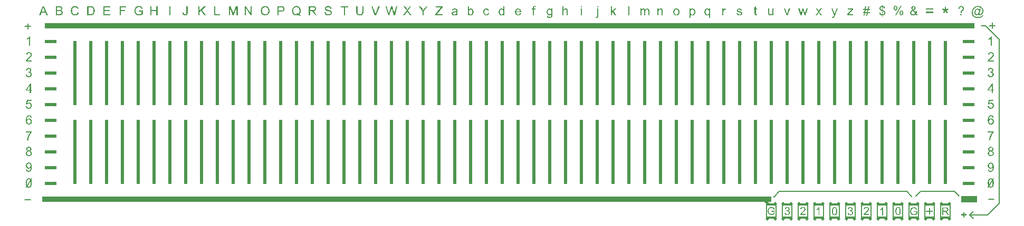
<source format=gto>
G04*
G04 #@! TF.GenerationSoftware,Altium Limited,CircuitStudio,1.5.2 (30)*
G04*
G04 Layer_Color=65535*
%FSLAX25Y25*%
%MOIN*%
G70*
G01*
G75*
%ADD18C,0.00600*%
%ADD19C,0.00800*%
%ADD20C,0.00700*%
%ADD21R,0.02200X0.41140*%
%ADD22R,0.07480X0.02200*%
%ADD23R,0.07020X0.01446*%
G04:AMPARAMS|DCode=24|XSize=19.09mil|YSize=16.4mil|CornerRadius=0mil|HoleSize=0mil|Usage=FLASHONLY|Rotation=45.000|XOffset=0mil|YOffset=0mil|HoleType=Round|Shape=Rectangle|*
%AMROTATEDRECTD24*
4,1,4,-0.00095,-0.01255,-0.01255,-0.00095,0.00095,0.01255,0.01255,0.00095,-0.00095,-0.01255,0.0*
%
%ADD24ROTATEDRECTD24*%

G04:AMPARAMS|DCode=25|XSize=40.73mil|YSize=16.4mil|CornerRadius=0mil|HoleSize=0mil|Usage=FLASHONLY|Rotation=135.000|XOffset=0mil|YOffset=0mil|HoleType=Round|Shape=Rectangle|*
%AMROTATEDRECTD25*
4,1,4,0.02020,-0.00860,0.00860,-0.02020,-0.02020,0.00860,-0.00860,0.02020,0.02020,-0.00860,0.0*
%
%ADD25ROTATEDRECTD25*%

G04:AMPARAMS|DCode=26|XSize=19.09mil|YSize=16.4mil|CornerRadius=0mil|HoleSize=0mil|Usage=FLASHONLY|Rotation=315.000|XOffset=0mil|YOffset=0mil|HoleType=Round|Shape=Rectangle|*
%AMROTATEDRECTD26*
4,1,4,-0.01255,0.00095,-0.00095,0.01255,0.01255,-0.00095,0.00095,-0.01255,-0.01255,0.00095,0.0*
%
%ADD26ROTATEDRECTD26*%

%ADD27R,0.10200X0.03900*%
%ADD28R,4.60830X0.03700*%
%ADD29R,5.87640X0.03700*%
G36*
X966812Y664985D02*
X966904Y664977D01*
X967012Y664960D01*
X967128Y664935D01*
X967253Y664902D01*
X967370Y664852D01*
X967387Y664843D01*
X967420Y664827D01*
X967478Y664802D01*
X967545Y664760D01*
X967628Y664710D01*
X967703Y664643D01*
X967778Y664577D01*
X967845Y664494D01*
X967853Y664485D01*
X967870Y664452D01*
X967895Y664410D01*
X967937Y664352D01*
X967970Y664269D01*
X968003Y664185D01*
X968045Y664085D01*
X968070Y663977D01*
Y663969D01*
X968078Y663935D01*
X968087Y663885D01*
X968095Y663819D01*
Y663719D01*
X968103Y663602D01*
X968112Y663461D01*
Y663286D01*
Y660720D01*
X967403D01*
Y663252D01*
Y663261D01*
Y663269D01*
Y663327D01*
Y663402D01*
X967395Y663494D01*
X967387Y663602D01*
X967370Y663710D01*
X967345Y663810D01*
X967320Y663902D01*
Y663910D01*
X967303Y663935D01*
X967278Y663977D01*
X967253Y664027D01*
X967212Y664077D01*
X967162Y664135D01*
X967095Y664194D01*
X967020Y664244D01*
X967012Y664252D01*
X966987Y664269D01*
X966937Y664285D01*
X966879Y664310D01*
X966812Y664335D01*
X966729Y664360D01*
X966629Y664368D01*
X966529Y664377D01*
X966487D01*
X966454Y664368D01*
X966370Y664360D01*
X966262Y664344D01*
X966146Y664302D01*
X966012Y664252D01*
X965879Y664185D01*
X965754Y664085D01*
X965737Y664069D01*
X965704Y664027D01*
X965679Y663994D01*
X965654Y663952D01*
X965621Y663902D01*
X965596Y663844D01*
X965563Y663777D01*
X965529Y663694D01*
X965504Y663602D01*
X965479Y663502D01*
X965463Y663394D01*
X965446Y663277D01*
X965429Y663136D01*
Y662994D01*
Y660720D01*
X964721D01*
Y664902D01*
X965354D01*
Y664302D01*
X965363Y664310D01*
X965379Y664335D01*
X965404Y664368D01*
X965438Y664410D01*
X965487Y664460D01*
X965546Y664518D01*
X965613Y664585D01*
X965696Y664652D01*
X965779Y664710D01*
X965879Y664777D01*
X965987Y664835D01*
X966104Y664885D01*
X966237Y664927D01*
X966370Y664960D01*
X966521Y664985D01*
X966679Y664993D01*
X966745D01*
X966812Y664985D01*
D02*
G37*
G36*
X958394D02*
X958453D01*
X958511Y664977D01*
X958653Y664952D01*
X958803Y664910D01*
X958961Y664843D01*
X959119Y664760D01*
X959252Y664643D01*
X959269Y664627D01*
X959302Y664577D01*
X959361Y664502D01*
X959386Y664443D01*
X959419Y664385D01*
X959452Y664310D01*
X959477Y664235D01*
X959511Y664152D01*
X959536Y664052D01*
X959552Y663952D01*
X959569Y663835D01*
X959586Y663719D01*
Y663586D01*
Y660720D01*
X958877D01*
Y663344D01*
Y663352D01*
Y663361D01*
Y663411D01*
Y663486D01*
X958869Y663577D01*
X958861Y663677D01*
X958852Y663777D01*
X958836Y663877D01*
X958811Y663952D01*
Y663960D01*
X958794Y663985D01*
X958778Y664019D01*
X958753Y664060D01*
X958719Y664110D01*
X958678Y664160D01*
X958628Y664210D01*
X958561Y664260D01*
X958553Y664269D01*
X958528Y664277D01*
X958494Y664294D01*
X958436Y664319D01*
X958378Y664344D01*
X958303Y664360D01*
X958228Y664368D01*
X958136Y664377D01*
X958095D01*
X958061Y664368D01*
X957978Y664360D01*
X957878Y664344D01*
X957761Y664302D01*
X957636Y664252D01*
X957511Y664177D01*
X957395Y664077D01*
X957386Y664060D01*
X957353Y664019D01*
X957303Y663952D01*
X957253Y663852D01*
X957195Y663719D01*
X957153Y663560D01*
X957120Y663369D01*
X957103Y663144D01*
Y660720D01*
X956395D01*
Y663427D01*
Y663436D01*
Y663452D01*
Y663469D01*
Y663502D01*
X956387Y663594D01*
X956370Y663694D01*
X956353Y663810D01*
X956320Y663927D01*
X956279Y664035D01*
X956220Y664135D01*
X956212Y664144D01*
X956187Y664177D01*
X956145Y664210D01*
X956087Y664260D01*
X956012Y664302D01*
X955912Y664344D01*
X955795Y664368D01*
X955654Y664377D01*
X955604D01*
X955546Y664368D01*
X955479Y664360D01*
X955396Y664335D01*
X955296Y664310D01*
X955204Y664269D01*
X955104Y664219D01*
X955096Y664210D01*
X955062Y664185D01*
X955021Y664152D01*
X954962Y664102D01*
X954904Y664035D01*
X954846Y663952D01*
X954788Y663860D01*
X954737Y663752D01*
X954729Y663735D01*
X954721Y663694D01*
X954704Y663627D01*
X954679Y663535D01*
X954654Y663411D01*
X954638Y663261D01*
X954629Y663086D01*
X954621Y662886D01*
Y660720D01*
X953913D01*
Y664902D01*
X954546D01*
Y664302D01*
X954554Y664319D01*
X954579Y664352D01*
X954629Y664410D01*
X954688Y664477D01*
X954762Y664560D01*
X954854Y664643D01*
X954954Y664727D01*
X955071Y664802D01*
X955087Y664810D01*
X955129Y664835D01*
X955196Y664860D01*
X955287Y664902D01*
X955396Y664935D01*
X955521Y664960D01*
X955662Y664985D01*
X955812Y664993D01*
X955887D01*
X955979Y664985D01*
X956079Y664968D01*
X956204Y664943D01*
X956328Y664910D01*
X956454Y664860D01*
X956570Y664793D01*
X956587Y664785D01*
X956620Y664760D01*
X956670Y664718D01*
X956737Y664652D01*
X956803Y664577D01*
X956878Y664485D01*
X956945Y664377D01*
X956995Y664252D01*
X957003Y664260D01*
X957020Y664285D01*
X957045Y664319D01*
X957087Y664368D01*
X957137Y664427D01*
X957195Y664485D01*
X957261Y664552D01*
X957345Y664627D01*
X957436Y664693D01*
X957528Y664760D01*
X957636Y664818D01*
X957753Y664877D01*
X957878Y664927D01*
X958011Y664960D01*
X958144Y664985D01*
X958294Y664993D01*
X958353D01*
X958394Y664985D01*
D02*
G37*
G36*
X947029Y660720D02*
X946321D01*
Y666484D01*
X947029D01*
Y660720D01*
D02*
G37*
G36*
X905429Y664419D02*
X905438Y664427D01*
X905454Y664443D01*
X905479Y664468D01*
X905521Y664510D01*
X905562Y664552D01*
X905621Y664602D01*
X905696Y664652D01*
X905771Y664710D01*
X905854Y664760D01*
X905946Y664810D01*
X906162Y664902D01*
X906279Y664943D01*
X906404Y664968D01*
X906537Y664985D01*
X906670Y664993D01*
X906745D01*
X906837Y664985D01*
X906945Y664968D01*
X907070Y664952D01*
X907203Y664918D01*
X907337Y664868D01*
X907470Y664810D01*
X907487Y664802D01*
X907528Y664777D01*
X907587Y664735D01*
X907662Y664677D01*
X907737Y664602D01*
X907820Y664518D01*
X907895Y664419D01*
X907961Y664302D01*
X907970Y664285D01*
X907987Y664244D01*
X908012Y664169D01*
X908037Y664060D01*
X908062Y663927D01*
X908086Y663769D01*
X908103Y663577D01*
X908111Y663361D01*
Y660720D01*
X907403D01*
Y663369D01*
Y663377D01*
Y663394D01*
Y663419D01*
Y663452D01*
X907395Y663544D01*
X907378Y663660D01*
X907345Y663785D01*
X907304Y663910D01*
X907245Y664035D01*
X907170Y664135D01*
X907162Y664144D01*
X907129Y664177D01*
X907079Y664219D01*
X907004Y664260D01*
X906912Y664310D01*
X906804Y664344D01*
X906670Y664377D01*
X906520Y664385D01*
X906470D01*
X906412Y664377D01*
X906329Y664368D01*
X906246Y664344D01*
X906146Y664319D01*
X906046Y664277D01*
X905937Y664219D01*
X905929Y664210D01*
X905896Y664185D01*
X905846Y664152D01*
X905787Y664102D01*
X905721Y664035D01*
X905654Y663960D01*
X905596Y663869D01*
X905546Y663769D01*
X905538Y663752D01*
X905529Y663719D01*
X905513Y663652D01*
X905488Y663569D01*
X905463Y663461D01*
X905446Y663327D01*
X905438Y663177D01*
X905429Y663002D01*
Y660720D01*
X904721D01*
Y666484D01*
X905429D01*
Y664419D01*
D02*
G37*
G36*
X845629Y664427D02*
X845638Y664435D01*
X845646Y664452D01*
X845671Y664477D01*
X845712Y664518D01*
X845754Y664560D01*
X845804Y664610D01*
X845871Y664660D01*
X845937Y664710D01*
X846104Y664818D01*
X846296Y664902D01*
X846404Y664943D01*
X846521Y664968D01*
X846646Y664985D01*
X846770Y664993D01*
X846837D01*
X846912Y664985D01*
X847004Y664977D01*
X847112Y664952D01*
X847237Y664927D01*
X847370Y664885D01*
X847495Y664835D01*
X847512Y664827D01*
X847554Y664810D01*
X847620Y664768D01*
X847695Y664718D01*
X847787Y664660D01*
X847878Y664585D01*
X847978Y664494D01*
X848062Y664394D01*
X848070Y664385D01*
X848095Y664344D01*
X848137Y664285D01*
X848186Y664210D01*
X848245Y664110D01*
X848303Y663994D01*
X848361Y663860D01*
X848411Y663719D01*
Y663710D01*
X848420Y663702D01*
X848428Y663677D01*
X848436Y663652D01*
X848453Y663569D01*
X848478Y663461D01*
X848503Y663336D01*
X848528Y663194D01*
X848536Y663036D01*
X848545Y662869D01*
Y662861D01*
Y662819D01*
Y662769D01*
X848536Y662694D01*
X848528Y662603D01*
X848520Y662503D01*
X848503Y662386D01*
X848478Y662261D01*
X848411Y661995D01*
X848370Y661853D01*
X848320Y661720D01*
X848262Y661578D01*
X848186Y661453D01*
X848103Y661328D01*
X848012Y661211D01*
X848003Y661203D01*
X847987Y661187D01*
X847962Y661162D01*
X847920Y661120D01*
X847862Y661078D01*
X847803Y661028D01*
X847737Y660978D01*
X847653Y660920D01*
X847562Y660870D01*
X847470Y660812D01*
X847245Y660720D01*
X847129Y660678D01*
X847004Y660653D01*
X846870Y660637D01*
X846737Y660628D01*
X846704D01*
X846662Y660637D01*
X846612D01*
X846554Y660645D01*
X846479Y660662D01*
X846312Y660703D01*
X846221Y660737D01*
X846129Y660778D01*
X846029Y660828D01*
X845937Y660887D01*
X845837Y660962D01*
X845746Y661045D01*
X845663Y661136D01*
X845579Y661245D01*
Y660720D01*
X844921D01*
Y666484D01*
X845629D01*
Y664427D01*
D02*
G37*
G36*
X836912Y664985D02*
X837037Y664977D01*
X837179Y664960D01*
X837320Y664935D01*
X837462Y664902D01*
X837595Y664860D01*
X837612Y664852D01*
X837653Y664835D01*
X837712Y664810D01*
X837787Y664777D01*
X837870Y664727D01*
X837953Y664677D01*
X838028Y664610D01*
X838095Y664543D01*
X838103Y664535D01*
X838120Y664510D01*
X838145Y664468D01*
X838178Y664419D01*
X838220Y664344D01*
X838253Y664269D01*
X838286Y664177D01*
X838311Y664069D01*
Y664060D01*
X838320Y664035D01*
X838328Y663985D01*
X838336Y663919D01*
Y663827D01*
X838345Y663719D01*
X838353Y663577D01*
Y663419D01*
Y662469D01*
Y662461D01*
Y662428D01*
Y662378D01*
Y662311D01*
Y662236D01*
Y662144D01*
X838361Y661944D01*
Y661736D01*
X838370Y661528D01*
X838378Y661436D01*
Y661353D01*
X838386Y661278D01*
X838395Y661220D01*
Y661211D01*
X838403Y661178D01*
X838411Y661128D01*
X838436Y661061D01*
X838453Y660987D01*
X838486Y660903D01*
X838528Y660812D01*
X838570Y660720D01*
X837828D01*
X837820Y660728D01*
X837812Y660762D01*
X837795Y660803D01*
X837770Y660870D01*
X837745Y660945D01*
X837728Y661036D01*
X837712Y661136D01*
X837695Y661245D01*
X837687D01*
X837678Y661228D01*
X837628Y661187D01*
X837553Y661128D01*
X837453Y661053D01*
X837329Y660978D01*
X837204Y660895D01*
X837070Y660820D01*
X836929Y660762D01*
X836912Y660753D01*
X836862Y660745D01*
X836787Y660720D01*
X836695Y660695D01*
X836579Y660670D01*
X836446Y660653D01*
X836296Y660637D01*
X836146Y660628D01*
X836079D01*
X836029Y660637D01*
X835971D01*
X835904Y660645D01*
X835754Y660670D01*
X835588Y660712D01*
X835404Y660770D01*
X835238Y660853D01*
X835088Y660962D01*
X835071Y660978D01*
X835029Y661020D01*
X834971Y661095D01*
X834904Y661195D01*
X834838Y661320D01*
X834779Y661461D01*
X834738Y661636D01*
X834729Y661720D01*
X834721Y661820D01*
Y661836D01*
Y661869D01*
X834729Y661928D01*
X834738Y662003D01*
X834754Y662094D01*
X834779Y662186D01*
X834813Y662286D01*
X834855Y662378D01*
X834863Y662386D01*
X834879Y662419D01*
X834913Y662469D01*
X834954Y662528D01*
X835004Y662594D01*
X835071Y662661D01*
X835138Y662727D01*
X835221Y662786D01*
X835229Y662794D01*
X835263Y662811D01*
X835304Y662844D01*
X835371Y662878D01*
X835446Y662911D01*
X835538Y662952D01*
X835629Y662986D01*
X835737Y663019D01*
X835746D01*
X835779Y663027D01*
X835829Y663044D01*
X835896Y663052D01*
X835979Y663069D01*
X836087Y663086D01*
X836212Y663111D01*
X836362Y663127D01*
X836370D01*
X836404Y663136D01*
X836446D01*
X836504Y663144D01*
X836570Y663152D01*
X836654Y663169D01*
X836745Y663177D01*
X836845Y663194D01*
X837045Y663236D01*
X837262Y663277D01*
X837453Y663327D01*
X837545Y663352D01*
X837628Y663377D01*
Y663386D01*
Y663402D01*
X837637Y663452D01*
Y663511D01*
Y663544D01*
Y663560D01*
Y663569D01*
Y663577D01*
Y663627D01*
X837628Y663710D01*
X837612Y663802D01*
X837587Y663902D01*
X837545Y664002D01*
X837495Y664094D01*
X837428Y664169D01*
X837420Y664177D01*
X837378Y664210D01*
X837312Y664244D01*
X837228Y664294D01*
X837112Y664335D01*
X836979Y664377D01*
X836812Y664402D01*
X836620Y664410D01*
X836537D01*
X836454Y664402D01*
X836337Y664385D01*
X836221Y664368D01*
X836096Y664335D01*
X835979Y664294D01*
X835879Y664235D01*
X835871Y664227D01*
X835837Y664202D01*
X835796Y664160D01*
X835746Y664094D01*
X835696Y664010D01*
X835637Y663902D01*
X835588Y663769D01*
X835538Y663619D01*
X834846Y663710D01*
Y663719D01*
X834855Y663727D01*
Y663752D01*
X834863Y663785D01*
X834888Y663860D01*
X834921Y663969D01*
X834963Y664077D01*
X835013Y664194D01*
X835079Y664310D01*
X835154Y664419D01*
X835163Y664427D01*
X835196Y664460D01*
X835246Y664510D01*
X835313Y664577D01*
X835404Y664643D01*
X835513Y664710D01*
X835637Y664785D01*
X835779Y664843D01*
X835787D01*
X835796Y664852D01*
X835821Y664860D01*
X835854Y664868D01*
X835937Y664893D01*
X836054Y664918D01*
X836187Y664943D01*
X836354Y664968D01*
X836529Y664985D01*
X836729Y664993D01*
X836820D01*
X836912Y664985D01*
D02*
G37*
G36*
X896654D02*
X896712Y664977D01*
X896787Y664960D01*
X896870Y664943D01*
X896962Y664918D01*
X897054Y664885D01*
X897153Y664843D01*
X897254Y664793D01*
X897362Y664735D01*
X897462Y664668D01*
X897562Y664585D01*
X897662Y664494D01*
X897753Y664385D01*
Y664902D01*
X898403D01*
Y661286D01*
Y661278D01*
Y661245D01*
Y661195D01*
Y661128D01*
X898395Y661053D01*
Y660962D01*
X898386Y660862D01*
X898378Y660753D01*
X898353Y660528D01*
X898320Y660295D01*
X898295Y660187D01*
X898270Y660087D01*
X898236Y659995D01*
X898203Y659912D01*
Y659904D01*
X898195Y659895D01*
X898162Y659845D01*
X898120Y659770D01*
X898053Y659679D01*
X897962Y659579D01*
X897853Y659471D01*
X897720Y659362D01*
X897570Y659271D01*
X897562D01*
X897553Y659262D01*
X897528Y659246D01*
X897495Y659237D01*
X897453Y659212D01*
X897403Y659196D01*
X897278Y659154D01*
X897128Y659104D01*
X896945Y659071D01*
X896737Y659037D01*
X896512Y659029D01*
X896437D01*
X896387Y659037D01*
X896321D01*
X896254Y659046D01*
X896171Y659054D01*
X896079Y659071D01*
X895887Y659112D01*
X895687Y659171D01*
X895487Y659254D01*
X895304Y659371D01*
X895296Y659379D01*
X895288Y659387D01*
X895229Y659437D01*
X895163Y659512D01*
X895079Y659620D01*
X894996Y659762D01*
X894921Y659937D01*
X894896Y660037D01*
X894879Y660145D01*
X894863Y660253D01*
Y660379D01*
X895554Y660287D01*
Y660270D01*
X895562Y660237D01*
X895579Y660179D01*
X895596Y660104D01*
X895629Y660029D01*
X895671Y659954D01*
X895721Y659879D01*
X895787Y659820D01*
X895804Y659812D01*
X895837Y659787D01*
X895896Y659754D01*
X895979Y659720D01*
X896079Y659679D01*
X896204Y659645D01*
X896354Y659620D01*
X896512Y659612D01*
X896595D01*
X896679Y659620D01*
X896795Y659637D01*
X896912Y659662D01*
X897037Y659695D01*
X897162Y659745D01*
X897270Y659812D01*
X897278Y659820D01*
X897312Y659845D01*
X897362Y659895D01*
X897420Y659954D01*
X897478Y660037D01*
X897537Y660129D01*
X897595Y660237D01*
X897637Y660362D01*
Y660370D01*
X897645Y660403D01*
X897653Y660470D01*
X897662Y660553D01*
X897670Y660612D01*
Y660678D01*
X897678Y660753D01*
Y660837D01*
Y660928D01*
X897687Y661036D01*
Y661145D01*
Y661270D01*
X897678Y661261D01*
X897662Y661245D01*
X897637Y661220D01*
X897603Y661187D01*
X897562Y661145D01*
X897503Y661095D01*
X897437Y661045D01*
X897370Y660995D01*
X897195Y660895D01*
X897004Y660803D01*
X896895Y660770D01*
X896779Y660745D01*
X896654Y660728D01*
X896529Y660720D01*
X896487D01*
X896445Y660728D01*
X896387D01*
X896312Y660737D01*
X896229Y660753D01*
X896137Y660770D01*
X896037Y660795D01*
X895929Y660828D01*
X895821Y660870D01*
X895712Y660920D01*
X895596Y660978D01*
X895487Y661053D01*
X895379Y661136D01*
X895279Y661228D01*
X895188Y661336D01*
X895179Y661345D01*
X895171Y661361D01*
X895146Y661403D01*
X895113Y661445D01*
X895079Y661511D01*
X895038Y661578D01*
X894996Y661661D01*
X894954Y661761D01*
X894913Y661861D01*
X894871Y661978D01*
X894829Y662094D01*
X894796Y662228D01*
X894738Y662511D01*
X894730Y662669D01*
X894721Y662827D01*
Y662836D01*
Y662852D01*
Y662886D01*
Y662927D01*
X894730Y662986D01*
Y663044D01*
X894746Y663194D01*
X894771Y663361D01*
X894813Y663544D01*
X894863Y663735D01*
X894938Y663927D01*
Y663935D01*
X894946Y663952D01*
X894963Y663977D01*
X894979Y664010D01*
X895029Y664102D01*
X895096Y664219D01*
X895188Y664344D01*
X895296Y664468D01*
X895421Y664602D01*
X895562Y664710D01*
X895571D01*
X895579Y664718D01*
X895604Y664735D01*
X895638Y664752D01*
X895721Y664802D01*
X895837Y664852D01*
X895979Y664902D01*
X896146Y664952D01*
X896329Y664985D01*
X896529Y664993D01*
X896604D01*
X896654Y664985D01*
D02*
G37*
G36*
X916929Y660720D02*
X916221D01*
Y664902D01*
X916929D01*
Y660720D01*
D02*
G37*
G36*
X976820Y664985D02*
X976895Y664977D01*
X976979Y664960D01*
X977070Y664943D01*
X977178Y664927D01*
X977403Y664852D01*
X977520Y664810D01*
X977637Y664752D01*
X977753Y664693D01*
X977870Y664610D01*
X977978Y664527D01*
X978086Y664427D01*
X978095Y664419D01*
X978111Y664402D01*
X978137Y664368D01*
X978170Y664327D01*
X978211Y664269D01*
X978261Y664194D01*
X978311Y664110D01*
X978361Y664019D01*
X978411Y663919D01*
X978461Y663794D01*
X978511Y663669D01*
X978553Y663527D01*
X978586Y663377D01*
X978611Y663219D01*
X978628Y663052D01*
X978636Y662869D01*
Y662861D01*
Y662836D01*
Y662794D01*
Y662736D01*
X978628Y662669D01*
X978620Y662586D01*
Y662503D01*
X978603Y662411D01*
X978578Y662203D01*
X978528Y661995D01*
X978470Y661786D01*
X978386Y661595D01*
Y661586D01*
X978378Y661578D01*
X978361Y661553D01*
X978345Y661520D01*
X978286Y661436D01*
X978211Y661336D01*
X978111Y661220D01*
X977987Y661103D01*
X977845Y660987D01*
X977678Y660878D01*
X977670D01*
X977662Y660870D01*
X977637Y660853D01*
X977595Y660837D01*
X977553Y660820D01*
X977503Y660803D01*
X977378Y660753D01*
X977237Y660712D01*
X977062Y660670D01*
X976879Y660637D01*
X976679Y660628D01*
X976595D01*
X976529Y660637D01*
X976454Y660645D01*
X976371Y660662D01*
X976271Y660678D01*
X976171Y660695D01*
X975946Y660762D01*
X975821Y660812D01*
X975704Y660862D01*
X975587Y660928D01*
X975471Y661003D01*
X975363Y661087D01*
X975254Y661187D01*
X975246Y661195D01*
X975229Y661211D01*
X975204Y661245D01*
X975171Y661295D01*
X975129Y661353D01*
X975088Y661420D01*
X975038Y661503D01*
X974988Y661603D01*
X974938Y661711D01*
X974888Y661836D01*
X974846Y661970D01*
X974804Y662111D01*
X974771Y662269D01*
X974746Y662436D01*
X974730Y662619D01*
X974721Y662811D01*
Y662827D01*
Y662861D01*
X974730Y662919D01*
Y663002D01*
X974738Y663094D01*
X974755Y663211D01*
X974771Y663327D01*
X974804Y663461D01*
X974838Y663594D01*
X974879Y663735D01*
X974929Y663885D01*
X974996Y664027D01*
X975063Y664160D01*
X975154Y664294D01*
X975246Y664419D01*
X975363Y664527D01*
X975371Y664535D01*
X975388Y664543D01*
X975421Y664569D01*
X975463Y664602D01*
X975513Y664635D01*
X975579Y664677D01*
X975646Y664718D01*
X975729Y664760D01*
X975821Y664802D01*
X975921Y664843D01*
X976146Y664918D01*
X976404Y664977D01*
X976537Y664985D01*
X976679Y664993D01*
X976762D01*
X976820Y664985D01*
D02*
G37*
G36*
X987004D02*
X987062Y664977D01*
X987187Y664960D01*
X987337Y664927D01*
X987495Y664877D01*
X987654Y664802D01*
X987812Y664710D01*
X987820D01*
X987828Y664693D01*
X987878Y664660D01*
X987953Y664594D01*
X988045Y664510D01*
X988145Y664402D01*
X988245Y664269D01*
X988345Y664110D01*
X988428Y663935D01*
Y663927D01*
X988437Y663910D01*
X988445Y663885D01*
X988461Y663852D01*
X988478Y663802D01*
X988495Y663744D01*
X988536Y663611D01*
X988578Y663444D01*
X988611Y663261D01*
X988636Y663052D01*
X988645Y662836D01*
Y662827D01*
Y662811D01*
Y662778D01*
Y662727D01*
X988636Y662669D01*
Y662603D01*
X988620Y662453D01*
X988586Y662269D01*
X988545Y662078D01*
X988486Y661878D01*
X988412Y661678D01*
Y661670D01*
X988403Y661653D01*
X988387Y661628D01*
X988370Y661595D01*
X988311Y661503D01*
X988237Y661386D01*
X988145Y661261D01*
X988028Y661136D01*
X987895Y661012D01*
X987737Y660895D01*
X987728D01*
X987720Y660887D01*
X987695Y660870D01*
X987662Y660853D01*
X987578Y660812D01*
X987462Y660762D01*
X987320Y660712D01*
X987170Y660670D01*
X986995Y660637D01*
X986821Y660628D01*
X986762D01*
X986695Y660637D01*
X986612Y660645D01*
X986512Y660662D01*
X986404Y660687D01*
X986296Y660720D01*
X986187Y660770D01*
X986179Y660778D01*
X986137Y660795D01*
X986087Y660828D01*
X986021Y660878D01*
X985954Y660928D01*
X985871Y660995D01*
X985796Y661070D01*
X985729Y661153D01*
Y659121D01*
X985021D01*
Y664902D01*
X985663D01*
Y664352D01*
X985671Y664368D01*
X985704Y664402D01*
X985746Y664460D01*
X985812Y664527D01*
X985888Y664610D01*
X985971Y664685D01*
X986071Y664760D01*
X986171Y664827D01*
X986187Y664835D01*
X986221Y664852D01*
X986287Y664877D01*
X986371Y664910D01*
X986471Y664943D01*
X986587Y664968D01*
X986720Y664985D01*
X986870Y664993D01*
X986962D01*
X987004Y664985D01*
D02*
G37*
G36*
X916929Y665676D02*
X916221D01*
Y666484D01*
X916929D01*
Y665676D01*
D02*
G37*
G36*
X935929Y663194D02*
X937604Y664902D01*
X938528D01*
X936921Y663344D01*
X938686Y660720D01*
X937812D01*
X936421Y662852D01*
X935929Y662378D01*
Y660720D01*
X935221D01*
Y666484D01*
X935929D01*
Y663194D01*
D02*
G37*
G36*
X927320Y665660D02*
X926612D01*
Y666484D01*
X927320D01*
Y665660D01*
D02*
G37*
G36*
Y660503D02*
Y660495D01*
Y660470D01*
Y660428D01*
Y660379D01*
X927312Y660312D01*
Y660245D01*
X927296Y660079D01*
X927271Y659904D01*
X927237Y659720D01*
X927187Y659562D01*
X927154Y659487D01*
X927121Y659429D01*
Y659420D01*
X927112Y659412D01*
X927071Y659371D01*
X927004Y659304D01*
X926921Y659229D01*
X926804Y659154D01*
X926654Y659096D01*
X926479Y659046D01*
X926379Y659037D01*
X926271Y659029D01*
X926221D01*
X926171Y659037D01*
X926096D01*
X926013Y659046D01*
X925921Y659062D01*
X925721Y659112D01*
X925854Y659712D01*
X925863D01*
X925888Y659704D01*
X925929Y659695D01*
X925971Y659687D01*
X926079Y659662D01*
X926129Y659654D01*
X926213D01*
X926254Y659662D01*
X926304Y659670D01*
X926354Y659687D01*
X926404Y659720D01*
X926463Y659754D01*
X926504Y659804D01*
X926513Y659812D01*
X926521Y659837D01*
X926538Y659879D01*
X926562Y659945D01*
X926579Y660037D01*
X926587Y660104D01*
X926596Y660162D01*
X926604Y660237D01*
Y660328D01*
X926612Y660420D01*
Y660520D01*
Y664902D01*
X927320D01*
Y660503D01*
D02*
G37*
G36*
X856737Y664985D02*
X856787D01*
X856854Y664977D01*
X857012Y664952D01*
X857187Y664910D01*
X857370Y664843D01*
X857553Y664760D01*
X857728Y664643D01*
X857737D01*
X857745Y664627D01*
X857795Y664577D01*
X857870Y664502D01*
X857961Y664394D01*
X858053Y664260D01*
X858145Y664094D01*
X858228Y663902D01*
X858286Y663677D01*
X857595Y663569D01*
Y663577D01*
X857587Y663586D01*
X857578Y663635D01*
X857553Y663710D01*
X857512Y663802D01*
X857470Y663902D01*
X857403Y664010D01*
X857329Y664110D01*
X857245Y664194D01*
X857237Y664202D01*
X857203Y664227D01*
X857145Y664260D01*
X857079Y664302D01*
X856987Y664344D01*
X856887Y664377D01*
X856770Y664402D01*
X856645Y664410D01*
X856595D01*
X856554Y664402D01*
X856462Y664394D01*
X856337Y664360D01*
X856204Y664319D01*
X856054Y664252D01*
X855912Y664152D01*
X855846Y664094D01*
X855779Y664027D01*
Y664019D01*
X855762Y664010D01*
X855746Y663985D01*
X855729Y663952D01*
X855704Y663910D01*
X855671Y663860D01*
X855646Y663802D01*
X855612Y663735D01*
X855579Y663652D01*
X855554Y663560D01*
X855521Y663461D01*
X855496Y663352D01*
X855479Y663236D01*
X855463Y663102D01*
X855446Y662961D01*
Y662811D01*
Y662803D01*
Y662778D01*
Y662727D01*
X855454Y662677D01*
Y662603D01*
X855463Y662528D01*
X855488Y662344D01*
X855521Y662144D01*
X855579Y661936D01*
X855654Y661753D01*
X855704Y661661D01*
X855762Y661586D01*
X855779Y661570D01*
X855821Y661528D01*
X855896Y661470D01*
X855987Y661403D01*
X856112Y661328D01*
X856254Y661270D01*
X856421Y661228D01*
X856512Y661220D01*
X856604Y661211D01*
X856620D01*
X856670Y661220D01*
X856754Y661228D01*
X856845Y661245D01*
X856954Y661270D01*
X857070Y661320D01*
X857187Y661378D01*
X857295Y661461D01*
X857312Y661470D01*
X857337Y661511D01*
X857387Y661570D01*
X857445Y661661D01*
X857503Y661770D01*
X857570Y661903D01*
X857620Y662070D01*
X857653Y662253D01*
X858353Y662161D01*
Y662153D01*
X858345Y662128D01*
X858336Y662094D01*
X858328Y662044D01*
X858311Y661978D01*
X858295Y661911D01*
X858236Y661745D01*
X858162Y661570D01*
X858053Y661378D01*
X857920Y661195D01*
X857845Y661111D01*
X857762Y661028D01*
X857753Y661020D01*
X857737Y661012D01*
X857712Y660995D01*
X857678Y660970D01*
X857637Y660937D01*
X857578Y660903D01*
X857512Y660870D01*
X857445Y660828D01*
X857279Y660753D01*
X857079Y660695D01*
X856862Y660645D01*
X856737Y660637D01*
X856612Y660628D01*
X856529D01*
X856470Y660637D01*
X856396Y660645D01*
X856312Y660662D01*
X856221Y660678D01*
X856121Y660695D01*
X855896Y660762D01*
X855787Y660812D01*
X855671Y660862D01*
X855554Y660928D01*
X855446Y661003D01*
X855338Y661087D01*
X855238Y661187D01*
X855229Y661195D01*
X855213Y661211D01*
X855188Y661245D01*
X855154Y661286D01*
X855121Y661345D01*
X855071Y661420D01*
X855029Y661503D01*
X854979Y661595D01*
X854929Y661703D01*
X854888Y661828D01*
X854838Y661953D01*
X854805Y662103D01*
X854771Y662253D01*
X854746Y662428D01*
X854729Y662603D01*
X854721Y662794D01*
Y662803D01*
Y662827D01*
Y662861D01*
Y662911D01*
X854729Y662969D01*
Y663036D01*
X854738Y663111D01*
X854746Y663194D01*
X854771Y663377D01*
X854813Y663577D01*
X854863Y663777D01*
X854938Y663977D01*
Y663985D01*
X854946Y664002D01*
X854963Y664027D01*
X854979Y664060D01*
X855029Y664152D01*
X855104Y664260D01*
X855204Y664385D01*
X855321Y664510D01*
X855463Y664635D01*
X855621Y664735D01*
X855629D01*
X855646Y664743D01*
X855671Y664760D01*
X855704Y664777D01*
X855746Y664793D01*
X855796Y664818D01*
X855921Y664868D01*
X856062Y664910D01*
X856237Y664952D01*
X856421Y664985D01*
X856620Y664993D01*
X856687D01*
X856737Y664985D01*
D02*
G37*
G36*
X798861Y660720D02*
X798111D01*
X796903Y665110D01*
Y665118D01*
X796895Y665135D01*
X796886Y665160D01*
X796878Y665202D01*
X796853Y665293D01*
X796828Y665402D01*
X796795Y665518D01*
X796761Y665626D01*
X796736Y665718D01*
X796728Y665760D01*
X796720Y665785D01*
Y665776D01*
X796711Y665768D01*
X796703Y665718D01*
X796686Y665643D01*
X796661Y665551D01*
X796636Y665451D01*
X796603Y665335D01*
X796578Y665218D01*
X796545Y665110D01*
X795329Y660720D01*
X794529D01*
X793021Y666484D01*
X793813D01*
X794670Y662703D01*
Y662694D01*
X794679Y662677D01*
X794687Y662644D01*
X794696Y662603D01*
X794704Y662544D01*
X794721Y662486D01*
X794737Y662411D01*
X794754Y662328D01*
X794796Y662153D01*
X794837Y661953D01*
X794879Y661736D01*
X794920Y661520D01*
Y661528D01*
X794929Y661561D01*
X794945Y661603D01*
X794954Y661670D01*
X794970Y661736D01*
X794995Y661820D01*
X795037Y662003D01*
X795087Y662186D01*
X795104Y662278D01*
X795129Y662361D01*
X795145Y662436D01*
X795162Y662503D01*
X795179Y662553D01*
X795187Y662586D01*
X796278Y666484D01*
X797203D01*
X798019Y663560D01*
Y663552D01*
X798036Y663511D01*
X798053Y663452D01*
X798069Y663377D01*
X798094Y663277D01*
X798128Y663169D01*
X798161Y663044D01*
X798194Y662902D01*
X798236Y662744D01*
X798269Y662586D01*
X798344Y662244D01*
X798419Y661886D01*
X798477Y661520D01*
Y661528D01*
X798486Y661545D01*
Y661578D01*
X798502Y661620D01*
X798511Y661670D01*
X798527Y661728D01*
X798536Y661803D01*
X798561Y661886D01*
X798602Y662070D01*
X798652Y662286D01*
X798702Y662519D01*
X798769Y662778D01*
X799669Y666484D01*
X800443D01*
X798861Y660720D01*
D02*
G37*
G36*
X786945D02*
X786145D01*
X783913Y666484D01*
X784746D01*
X786245Y662294D01*
Y662286D01*
X786254Y662269D01*
X786262Y662244D01*
X786279Y662211D01*
X786287Y662161D01*
X786304Y662111D01*
X786345Y661986D01*
X786395Y661844D01*
X786445Y661686D01*
X786545Y661353D01*
Y661361D01*
X786553Y661378D01*
X786562Y661403D01*
X786570Y661436D01*
X786595Y661528D01*
X786637Y661653D01*
X786678Y661795D01*
X786728Y661953D01*
X786787Y662119D01*
X786853Y662294D01*
X788419Y666484D01*
X789194D01*
X786945Y660720D01*
D02*
G37*
G36*
X778953Y663152D02*
Y663144D01*
Y663111D01*
Y663069D01*
Y663011D01*
X778944Y662936D01*
Y662852D01*
X778936Y662752D01*
X778928Y662653D01*
X778903Y662428D01*
X778869Y662194D01*
X778819Y661970D01*
X778786Y661861D01*
X778753Y661761D01*
Y661753D01*
X778744Y661736D01*
X778728Y661711D01*
X778711Y661678D01*
X778661Y661586D01*
X778586Y661470D01*
X778486Y661336D01*
X778370Y661203D01*
X778220Y661061D01*
X778036Y660937D01*
X778028D01*
X778011Y660920D01*
X777986Y660912D01*
X777945Y660887D01*
X777895Y660862D01*
X777828Y660837D01*
X777762Y660812D01*
X777678Y660778D01*
X777587Y660745D01*
X777487Y660720D01*
X777378Y660695D01*
X777253Y660670D01*
X777128Y660653D01*
X776995Y660637D01*
X776695Y660620D01*
X776620D01*
X776562Y660628D01*
X776495D01*
X776412Y660637D01*
X776320Y660645D01*
X776229Y660653D01*
X776020Y660687D01*
X775796Y660737D01*
X775579Y660803D01*
X775371Y660895D01*
X775362D01*
X775346Y660912D01*
X775321Y660928D01*
X775287Y660945D01*
X775196Y661012D01*
X775088Y661103D01*
X774963Y661220D01*
X774846Y661353D01*
X774729Y661520D01*
X774638Y661703D01*
Y661711D01*
X774629Y661728D01*
X774621Y661761D01*
X774604Y661803D01*
X774588Y661853D01*
X774571Y661919D01*
X774546Y661995D01*
X774530Y662086D01*
X774513Y662186D01*
X774488Y662294D01*
X774471Y662411D01*
X774454Y662536D01*
X774438Y662677D01*
X774430Y662827D01*
X774421Y662986D01*
Y663152D01*
Y666484D01*
X775187D01*
Y663152D01*
Y663144D01*
Y663119D01*
Y663077D01*
Y663027D01*
X775196Y662969D01*
Y662894D01*
X775204Y662736D01*
X775221Y662553D01*
X775246Y662369D01*
X775279Y662194D01*
X775296Y662119D01*
X775321Y662044D01*
X775329Y662028D01*
X775346Y661986D01*
X775387Y661928D01*
X775437Y661844D01*
X775496Y661761D01*
X775579Y661670D01*
X775679Y661578D01*
X775796Y661503D01*
X775812Y661495D01*
X775854Y661470D01*
X775929Y661445D01*
X776029Y661411D01*
X776146Y661370D01*
X776295Y661345D01*
X776454Y661320D01*
X776629Y661311D01*
X776712D01*
X776762Y661320D01*
X776837D01*
X776912Y661328D01*
X777095Y661361D01*
X777295Y661403D01*
X777487Y661470D01*
X777670Y661561D01*
X777753Y661620D01*
X777828Y661686D01*
X777837Y661695D01*
X777845Y661703D01*
X777861Y661728D01*
X777886Y661761D01*
X777911Y661811D01*
X777945Y661861D01*
X777978Y661936D01*
X778011Y662011D01*
X778045Y662103D01*
X778070Y662211D01*
X778103Y662336D01*
X778128Y662469D01*
X778153Y662619D01*
X778170Y662778D01*
X778186Y662961D01*
Y663152D01*
Y666484D01*
X778953D01*
Y663152D01*
D02*
G37*
G36*
X807145Y663744D02*
X809302Y660720D01*
X808361D01*
X806903Y662769D01*
X806895Y662778D01*
X806878Y662803D01*
X806862Y662836D01*
X806828Y662878D01*
X806753Y662994D01*
X806670Y663119D01*
X806662Y663111D01*
X806637Y663077D01*
X806604Y663027D01*
X806562Y662961D01*
X806470Y662827D01*
X806429Y662769D01*
X806395Y662719D01*
X804937Y660720D01*
X804021D01*
X806245Y663702D01*
X804279Y666484D01*
X805187D01*
X806237Y665002D01*
Y664993D01*
X806254Y664985D01*
X806270Y664960D01*
X806295Y664927D01*
X806345Y664843D01*
X806420Y664743D01*
X806495Y664627D01*
X806570Y664510D01*
X806637Y664402D01*
X806695Y664302D01*
X806703Y664319D01*
X806728Y664352D01*
X806770Y664419D01*
X806828Y664502D01*
X806895Y664594D01*
X806978Y664710D01*
X807062Y664827D01*
X807162Y664952D01*
X808311Y666484D01*
X809144D01*
X807145Y663744D01*
D02*
G37*
G36*
X676962Y664144D02*
X679486Y660720D01*
X678478D01*
X676429Y663627D01*
X675488Y662719D01*
Y660720D01*
X674721D01*
Y666484D01*
X675488D01*
Y663619D01*
X678336Y666484D01*
X679378D01*
X676962Y664144D01*
D02*
G37*
G36*
X736712Y666576D02*
X736787D01*
X736862Y666568D01*
X736962Y666551D01*
X737062Y666534D01*
X737278Y666493D01*
X737528Y666426D01*
X737770Y666326D01*
X737894Y666268D01*
X738020Y666201D01*
X738028Y666193D01*
X738045Y666185D01*
X738078Y666159D01*
X738128Y666135D01*
X738178Y666093D01*
X738244Y666043D01*
X738386Y665926D01*
X738536Y665776D01*
X738703Y665593D01*
X738861Y665377D01*
X738994Y665135D01*
Y665127D01*
X739011Y665102D01*
X739027Y665068D01*
X739044Y665018D01*
X739077Y664952D01*
X739102Y664877D01*
X739136Y664785D01*
X739169Y664685D01*
X739194Y664577D01*
X739227Y664460D01*
X739261Y664335D01*
X739286Y664202D01*
X739319Y663910D01*
X739336Y663602D01*
Y663594D01*
Y663569D01*
Y663535D01*
Y663486D01*
X739327Y663419D01*
Y663344D01*
X739319Y663261D01*
X739311Y663177D01*
X739286Y662977D01*
X739244Y662761D01*
X739194Y662536D01*
X739119Y662319D01*
Y662311D01*
X739111Y662294D01*
X739094Y662261D01*
X739077Y662228D01*
X739052Y662178D01*
X739027Y662119D01*
X738961Y661986D01*
X738869Y661828D01*
X738753Y661661D01*
X738619Y661495D01*
X738469Y661328D01*
X738478D01*
X738494Y661311D01*
X738519Y661295D01*
X738561Y661270D01*
X738603Y661236D01*
X738661Y661203D01*
X738786Y661128D01*
X738936Y661036D01*
X739102Y660945D01*
X739277Y660870D01*
X739444Y660795D01*
X739219Y660270D01*
X739211D01*
X739194Y660279D01*
X739161Y660295D01*
X739111Y660312D01*
X739052Y660337D01*
X738986Y660370D01*
X738911Y660403D01*
X738828Y660445D01*
X738644Y660545D01*
X738436Y660662D01*
X738211Y660812D01*
X737978Y660978D01*
X737969D01*
X737953Y660962D01*
X737911Y660945D01*
X737870Y660920D01*
X737803Y660895D01*
X737736Y660862D01*
X737653Y660837D01*
X737561Y660803D01*
X737461Y660770D01*
X737353Y660737D01*
X737112Y660678D01*
X736845Y660637D01*
X736703Y660628D01*
X736562Y660620D01*
X736487D01*
X736428Y660628D01*
X736362D01*
X736278Y660637D01*
X736187Y660653D01*
X736087Y660670D01*
X735870Y660712D01*
X735629Y660778D01*
X735379Y660870D01*
X735262Y660928D01*
X735137Y660995D01*
X735129Y661003D01*
X735112Y661012D01*
X735079Y661036D01*
X735037Y661061D01*
X734979Y661103D01*
X734921Y661153D01*
X734779Y661270D01*
X734621Y661420D01*
X734463Y661603D01*
X734304Y661811D01*
X734163Y662053D01*
Y662061D01*
X734146Y662086D01*
X734129Y662119D01*
X734113Y662169D01*
X734088Y662236D01*
X734054Y662311D01*
X734021Y662403D01*
X733996Y662503D01*
X733963Y662611D01*
X733929Y662727D01*
X733905Y662852D01*
X733871Y662994D01*
X733838Y663286D01*
X733821Y663594D01*
Y663602D01*
Y663635D01*
Y663677D01*
X733829Y663735D01*
Y663810D01*
X733838Y663902D01*
X733846Y664002D01*
X733863Y664110D01*
X733905Y664352D01*
X733963Y664610D01*
X734046Y664885D01*
X734163Y665152D01*
X734171Y665160D01*
X734179Y665185D01*
X734196Y665218D01*
X734229Y665268D01*
X734263Y665326D01*
X734304Y665393D01*
X734421Y665551D01*
X734554Y665718D01*
X734729Y665893D01*
X734921Y666068D01*
X735146Y666218D01*
X735154Y666226D01*
X735179Y666234D01*
X735212Y666251D01*
X735262Y666276D01*
X735321Y666301D01*
X735387Y666334D01*
X735470Y666368D01*
X735562Y666401D01*
X735670Y666434D01*
X735779Y666468D01*
X736020Y666526D01*
X736287Y666568D01*
X736428Y666584D01*
X736653D01*
X736712Y666576D01*
D02*
G37*
G36*
X747162Y666476D02*
X747237D01*
X747412Y666468D01*
X747595Y666443D01*
X747795Y666418D01*
X747978Y666376D01*
X748070Y666351D01*
X748145Y666326D01*
X748153D01*
X748161Y666318D01*
X748211Y666293D01*
X748286Y666259D01*
X748378Y666201D01*
X748478Y666126D01*
X748586Y666026D01*
X748686Y665910D01*
X748786Y665776D01*
Y665768D01*
X748794Y665760D01*
X748828Y665710D01*
X748861Y665626D01*
X748911Y665518D01*
X748953Y665393D01*
X748994Y665243D01*
X749019Y665085D01*
X749028Y664910D01*
Y664902D01*
Y664885D01*
Y664852D01*
X749019Y664810D01*
Y664752D01*
X749011Y664693D01*
X748978Y664552D01*
X748928Y664385D01*
X748861Y664210D01*
X748761Y664035D01*
X748695Y663952D01*
X748628Y663869D01*
X748620Y663860D01*
X748611Y663852D01*
X748586Y663827D01*
X748553Y663802D01*
X748511Y663769D01*
X748461Y663735D01*
X748395Y663694D01*
X748328Y663644D01*
X748245Y663602D01*
X748153Y663560D01*
X748053Y663511D01*
X747945Y663469D01*
X747820Y663436D01*
X747695Y663394D01*
X747553Y663369D01*
X747403Y663344D01*
X747420Y663336D01*
X747453Y663319D01*
X747503Y663286D01*
X747570Y663252D01*
X747720Y663161D01*
X747795Y663102D01*
X747861Y663052D01*
X747878Y663036D01*
X747920Y662994D01*
X747986Y662927D01*
X748070Y662844D01*
X748161Y662727D01*
X748270Y662603D01*
X748378Y662453D01*
X748494Y662286D01*
X749486Y660720D01*
X748536D01*
X747778Y661919D01*
Y661928D01*
X747761Y661944D01*
X747745Y661970D01*
X747720Y662003D01*
X747661Y662094D01*
X747587Y662211D01*
X747495Y662336D01*
X747403Y662469D01*
X747312Y662594D01*
X747228Y662711D01*
X747220Y662719D01*
X747195Y662752D01*
X747153Y662803D01*
X747095Y662861D01*
X746970Y662986D01*
X746904Y663044D01*
X746837Y663094D01*
X746829Y663102D01*
X746812Y663111D01*
X746779Y663127D01*
X746729Y663152D01*
X746679Y663177D01*
X746620Y663202D01*
X746487Y663244D01*
X746479D01*
X746462Y663252D01*
X746429D01*
X746387Y663261D01*
X746329Y663269D01*
X746262D01*
X746171Y663277D01*
X745188D01*
Y660720D01*
X744421D01*
Y666484D01*
X747095D01*
X747162Y666476D01*
D02*
G37*
G36*
X887395Y666576D02*
X887495Y666568D01*
X887612Y666551D01*
X887729Y666534D01*
X887862Y666509D01*
X887754Y665893D01*
X887745D01*
X887720Y665901D01*
X887679Y665910D01*
X887620Y665918D01*
X887554D01*
X887487Y665926D01*
X887337Y665935D01*
X887287D01*
X887229Y665926D01*
X887162Y665918D01*
X887087Y665901D01*
X887012Y665876D01*
X886946Y665843D01*
X886887Y665793D01*
X886879Y665785D01*
X886871Y665768D01*
X886846Y665735D01*
X886821Y665676D01*
X886796Y665610D01*
X886779Y665526D01*
X886762Y665418D01*
X886754Y665285D01*
Y664902D01*
X887562D01*
Y664352D01*
X886754D01*
Y660720D01*
X886046D01*
Y664352D01*
X885421D01*
Y664902D01*
X886046D01*
Y665343D01*
Y665351D01*
Y665360D01*
Y665410D01*
X886054Y665485D01*
Y665576D01*
X886063Y665676D01*
X886079Y665785D01*
X886096Y665885D01*
X886121Y665968D01*
X886129Y665976D01*
X886138Y666018D01*
X886163Y666068D01*
X886204Y666126D01*
X886254Y666193D01*
X886312Y666268D01*
X886388Y666343D01*
X886479Y666409D01*
X886487Y666418D01*
X886529Y666434D01*
X886587Y666468D01*
X886671Y666501D01*
X886771Y666526D01*
X886896Y666559D01*
X887037Y666576D01*
X887204Y666584D01*
X887320D01*
X887395Y666576D01*
D02*
G37*
G36*
X876812Y664985D02*
X876879Y664977D01*
X876962Y664960D01*
X877054Y664943D01*
X877162Y664918D01*
X877262Y664893D01*
X877378Y664852D01*
X877487Y664810D01*
X877603Y664752D01*
X877720Y664685D01*
X877837Y664610D01*
X877945Y664518D01*
X878045Y664419D01*
X878053Y664410D01*
X878070Y664394D01*
X878095Y664360D01*
X878128Y664310D01*
X878170Y664252D01*
X878211Y664185D01*
X878261Y664102D01*
X878311Y664002D01*
X878361Y663894D01*
X878411Y663777D01*
X878453Y663644D01*
X878495Y663502D01*
X878528Y663344D01*
X878553Y663177D01*
X878570Y663002D01*
X878578Y662811D01*
Y662803D01*
Y662769D01*
Y662711D01*
X878570Y662628D01*
X875446D01*
Y662619D01*
Y662594D01*
X875454Y662561D01*
Y662511D01*
X875463Y662453D01*
X875479Y662386D01*
X875504Y662236D01*
X875554Y662070D01*
X875621Y661886D01*
X875712Y661720D01*
X875829Y661570D01*
X875837D01*
X875846Y661553D01*
X875896Y661511D01*
X875971Y661453D01*
X876071Y661395D01*
X876204Y661328D01*
X876354Y661270D01*
X876521Y661228D01*
X876612Y661220D01*
X876712Y661211D01*
X876779D01*
X876854Y661220D01*
X876945Y661236D01*
X877045Y661261D01*
X877162Y661295D01*
X877270Y661345D01*
X877378Y661411D01*
X877387Y661420D01*
X877428Y661453D01*
X877478Y661503D01*
X877537Y661570D01*
X877603Y661661D01*
X877678Y661778D01*
X877753Y661911D01*
X877820Y662070D01*
X878553Y661978D01*
Y661970D01*
X878545Y661953D01*
X878536Y661919D01*
X878520Y661869D01*
X878495Y661820D01*
X878470Y661753D01*
X878403Y661611D01*
X878320Y661453D01*
X878203Y661286D01*
X878070Y661128D01*
X877903Y660978D01*
X877895D01*
X877878Y660962D01*
X877853Y660945D01*
X877820Y660920D01*
X877770Y660895D01*
X877720Y660870D01*
X877653Y660837D01*
X877578Y660803D01*
X877495Y660770D01*
X877412Y660737D01*
X877203Y660687D01*
X876970Y660645D01*
X876712Y660628D01*
X876620D01*
X876562Y660637D01*
X876487Y660645D01*
X876396Y660662D01*
X876296Y660678D01*
X876187Y660695D01*
X875954Y660762D01*
X875829Y660812D01*
X875712Y660862D01*
X875587Y660928D01*
X875471Y661003D01*
X875363Y661087D01*
X875254Y661187D01*
X875246Y661195D01*
X875229Y661211D01*
X875204Y661245D01*
X875171Y661295D01*
X875129Y661353D01*
X875088Y661420D01*
X875038Y661503D01*
X874988Y661595D01*
X874938Y661703D01*
X874888Y661820D01*
X874846Y661953D01*
X874804Y662094D01*
X874771Y662244D01*
X874746Y662411D01*
X874730Y662586D01*
X874721Y662769D01*
Y662778D01*
Y662819D01*
Y662869D01*
X874730Y662944D01*
X874738Y663036D01*
X874746Y663136D01*
X874763Y663252D01*
X874788Y663369D01*
X874854Y663635D01*
X874896Y663769D01*
X874946Y663910D01*
X875013Y664044D01*
X875088Y664169D01*
X875171Y664294D01*
X875263Y664410D01*
X875271Y664419D01*
X875288Y664435D01*
X875321Y664460D01*
X875363Y664502D01*
X875413Y664543D01*
X875479Y664594D01*
X875554Y664652D01*
X875646Y664702D01*
X875737Y664760D01*
X875846Y664810D01*
X875962Y664860D01*
X876087Y664902D01*
X876221Y664943D01*
X876362Y664968D01*
X876512Y664985D01*
X876670Y664993D01*
X876754D01*
X876812Y664985D01*
D02*
G37*
G36*
X868045Y660720D02*
X867387D01*
Y661245D01*
X867378Y661236D01*
X867370Y661220D01*
X867345Y661187D01*
X867312Y661145D01*
X867270Y661103D01*
X867220Y661053D01*
X867162Y660995D01*
X867087Y660937D01*
X867012Y660878D01*
X866928Y660820D01*
X866829Y660770D01*
X866720Y660728D01*
X866612Y660687D01*
X866487Y660653D01*
X866354Y660637D01*
X866212Y660628D01*
X866162D01*
X866129Y660637D01*
X866029Y660645D01*
X865912Y660662D01*
X865771Y660695D01*
X865612Y660745D01*
X865454Y660812D01*
X865296Y660903D01*
X865287D01*
X865279Y660920D01*
X865229Y660953D01*
X865154Y661020D01*
X865063Y661103D01*
X864954Y661211D01*
X864846Y661345D01*
X864738Y661495D01*
X864646Y661670D01*
Y661678D01*
X864638Y661695D01*
X864629Y661720D01*
X864613Y661753D01*
X864596Y661803D01*
X864571Y661861D01*
X864555Y661919D01*
X864538Y661995D01*
X864496Y662161D01*
X864454Y662353D01*
X864429Y662569D01*
X864421Y662803D01*
Y662811D01*
Y662827D01*
Y662861D01*
Y662911D01*
X864429Y662961D01*
Y663027D01*
X864446Y663177D01*
X864471Y663352D01*
X864513Y663544D01*
X864563Y663744D01*
X864629Y663935D01*
Y663944D01*
X864638Y663960D01*
X864654Y663985D01*
X864671Y664019D01*
X864721Y664110D01*
X864788Y664227D01*
X864871Y664352D01*
X864979Y664477D01*
X865104Y664610D01*
X865254Y664718D01*
X865263D01*
X865271Y664727D01*
X865296Y664743D01*
X865329Y664760D01*
X865412Y664802D01*
X865529Y664860D01*
X865662Y664910D01*
X865821Y664952D01*
X865996Y664985D01*
X866179Y664993D01*
X866245D01*
X866312Y664985D01*
X866404Y664977D01*
X866512Y664952D01*
X866629Y664927D01*
X866745Y664885D01*
X866854Y664827D01*
X866870Y664818D01*
X866903Y664802D01*
X866953Y664760D01*
X867020Y664718D01*
X867103Y664660D01*
X867178Y664585D01*
X867262Y664510D01*
X867337Y664419D01*
Y666484D01*
X868045D01*
Y660720D01*
D02*
G37*
G36*
X828894Y665801D02*
X825637Y661811D01*
X825296Y661403D01*
X828986D01*
Y660720D01*
X824421D01*
Y661428D01*
X827378Y665110D01*
Y665118D01*
X827395Y665127D01*
X827437Y665177D01*
X827495Y665251D01*
X827570Y665343D01*
X827662Y665451D01*
X827761Y665568D01*
X827870Y665685D01*
X827978Y665801D01*
X824754D01*
Y666484D01*
X828894D01*
Y665801D01*
D02*
G37*
G36*
X769286D02*
X767387D01*
Y660720D01*
X766620D01*
Y665801D01*
X764721D01*
Y666484D01*
X769286D01*
Y665801D01*
D02*
G37*
G36*
X756828Y666576D02*
X756887D01*
X757045Y666559D01*
X757220Y666534D01*
X757403Y666493D01*
X757603Y666443D01*
X757787Y666376D01*
X757795D01*
X757811Y666368D01*
X757836Y666351D01*
X757870Y666334D01*
X757953Y666293D01*
X758061Y666218D01*
X758186Y666135D01*
X758311Y666026D01*
X758428Y665901D01*
X758536Y665760D01*
Y665751D01*
X758544Y665743D01*
X758561Y665718D01*
X758578Y665693D01*
X758619Y665610D01*
X758670Y665501D01*
X758728Y665368D01*
X758769Y665210D01*
X758811Y665043D01*
X758828Y664860D01*
X758095Y664802D01*
Y664810D01*
Y664827D01*
X758086Y664852D01*
X758078Y664893D01*
X758053Y664985D01*
X758020Y665110D01*
X757970Y665243D01*
X757895Y665377D01*
X757803Y665501D01*
X757687Y665618D01*
X757670Y665626D01*
X757628Y665660D01*
X757545Y665710D01*
X757437Y665760D01*
X757295Y665810D01*
X757128Y665860D01*
X756920Y665893D01*
X756687Y665901D01*
X756570D01*
X756520Y665893D01*
X756454Y665885D01*
X756304Y665868D01*
X756137Y665835D01*
X755971Y665793D01*
X755812Y665726D01*
X755746Y665685D01*
X755679Y665643D01*
X755662Y665635D01*
X755629Y665601D01*
X755579Y665543D01*
X755529Y665476D01*
X755471Y665385D01*
X755421Y665285D01*
X755387Y665168D01*
X755371Y665035D01*
Y665018D01*
Y664985D01*
X755379Y664927D01*
X755396Y664860D01*
X755421Y664777D01*
X755462Y664693D01*
X755512Y664610D01*
X755587Y664527D01*
X755596Y664518D01*
X755637Y664494D01*
X755671Y664468D01*
X755704Y664452D01*
X755754Y664427D01*
X755812Y664394D01*
X755887Y664368D01*
X755971Y664335D01*
X756062Y664302D01*
X756171Y664260D01*
X756287Y664227D01*
X756420Y664185D01*
X756570Y664152D01*
X756737Y664110D01*
X756745D01*
X756779Y664102D01*
X756828Y664094D01*
X756887Y664077D01*
X756962Y664060D01*
X757054Y664035D01*
X757145Y664010D01*
X757245Y663985D01*
X757462Y663927D01*
X757670Y663869D01*
X757770Y663835D01*
X757862Y663802D01*
X757945Y663777D01*
X758011Y663744D01*
X758020D01*
X758036Y663735D01*
X758061Y663719D01*
X758095Y663702D01*
X758186Y663652D01*
X758295Y663586D01*
X758420Y663494D01*
X758544Y663394D01*
X758661Y663277D01*
X758761Y663152D01*
X758769Y663136D01*
X758803Y663094D01*
X758836Y663019D01*
X758886Y662919D01*
X758928Y662803D01*
X758969Y662661D01*
X758994Y662503D01*
X759003Y662336D01*
Y662328D01*
Y662319D01*
Y662294D01*
Y662261D01*
X758986Y662169D01*
X758969Y662053D01*
X758936Y661919D01*
X758894Y661778D01*
X758828Y661628D01*
X758736Y661470D01*
Y661461D01*
X758728Y661453D01*
X758686Y661403D01*
X758628Y661328D01*
X758544Y661245D01*
X758436Y661145D01*
X758303Y661036D01*
X758153Y660937D01*
X757978Y660845D01*
X757970D01*
X757953Y660837D01*
X757928Y660828D01*
X757895Y660812D01*
X757845Y660795D01*
X757787Y660770D01*
X757653Y660737D01*
X757495Y660695D01*
X757303Y660653D01*
X757095Y660628D01*
X756870Y660620D01*
X756737D01*
X756670Y660628D01*
X756595D01*
X756512Y660637D01*
X756412Y660645D01*
X756204Y660678D01*
X755987Y660712D01*
X755771Y660770D01*
X755562Y660845D01*
X755554D01*
X755537Y660853D01*
X755512Y660870D01*
X755479Y660887D01*
X755379Y660937D01*
X755263Y661012D01*
X755129Y661111D01*
X754988Y661228D01*
X754854Y661370D01*
X754729Y661528D01*
Y661536D01*
X754713Y661553D01*
X754704Y661578D01*
X754679Y661611D01*
X754663Y661653D01*
X754638Y661703D01*
X754579Y661828D01*
X754521Y661986D01*
X754471Y662161D01*
X754438Y662361D01*
X754421Y662569D01*
X755138Y662636D01*
Y662628D01*
Y662619D01*
X755146Y662594D01*
Y662561D01*
X755163Y662486D01*
X755188Y662378D01*
X755221Y662269D01*
X755254Y662144D01*
X755312Y662028D01*
X755371Y661919D01*
X755379Y661911D01*
X755404Y661878D01*
X755446Y661820D01*
X755512Y661761D01*
X755596Y661686D01*
X755687Y661611D01*
X755812Y661536D01*
X755946Y661470D01*
X755954D01*
X755962Y661461D01*
X755987Y661453D01*
X756012Y661445D01*
X756096Y661420D01*
X756204Y661386D01*
X756337Y661353D01*
X756487Y661328D01*
X756654Y661311D01*
X756837Y661303D01*
X756912D01*
X756995Y661311D01*
X757095Y661320D01*
X757212Y661336D01*
X757345Y661353D01*
X757478Y661386D01*
X757603Y661428D01*
X757620Y661436D01*
X757661Y661453D01*
X757720Y661486D01*
X757795Y661520D01*
X757870Y661578D01*
X757953Y661636D01*
X758036Y661703D01*
X758103Y661786D01*
X758111Y661795D01*
X758128Y661828D01*
X758153Y661869D01*
X758186Y661936D01*
X758220Y662003D01*
X758245Y662086D01*
X758261Y662178D01*
X758270Y662278D01*
Y662286D01*
Y662328D01*
X758261Y662378D01*
X758253Y662444D01*
X758228Y662511D01*
X758203Y662594D01*
X758161Y662677D01*
X758103Y662752D01*
X758095Y662761D01*
X758070Y662786D01*
X758036Y662819D01*
X757978Y662869D01*
X757911Y662919D01*
X757820Y662977D01*
X757712Y663036D01*
X757587Y663086D01*
X757578Y663094D01*
X757537Y663102D01*
X757470Y663127D01*
X757428Y663136D01*
X757370Y663152D01*
X757312Y663177D01*
X757237Y663194D01*
X757153Y663219D01*
X757054Y663244D01*
X756953Y663269D01*
X756837Y663302D01*
X756704Y663336D01*
X756562Y663369D01*
X756554D01*
X756529Y663377D01*
X756487Y663386D01*
X756437Y663402D01*
X756370Y663419D01*
X756295Y663436D01*
X756129Y663486D01*
X755946Y663544D01*
X755754Y663602D01*
X755587Y663660D01*
X755512Y663694D01*
X755446Y663727D01*
X755437D01*
X755429Y663735D01*
X755379Y663769D01*
X755304Y663810D01*
X755221Y663877D01*
X755121Y663952D01*
X755021Y664044D01*
X754921Y664152D01*
X754838Y664269D01*
X754829Y664285D01*
X754804Y664327D01*
X754771Y664394D01*
X754738Y664477D01*
X754704Y664585D01*
X754671Y664710D01*
X754646Y664843D01*
X754638Y664985D01*
Y664993D01*
Y665002D01*
Y665027D01*
Y665060D01*
X754654Y665143D01*
X754671Y665251D01*
X754696Y665377D01*
X754738Y665518D01*
X754796Y665660D01*
X754879Y665801D01*
Y665810D01*
X754888Y665818D01*
X754929Y665868D01*
X754988Y665935D01*
X755063Y666018D01*
X755163Y666110D01*
X755288Y666210D01*
X755437Y666301D01*
X755604Y666384D01*
X755612D01*
X755629Y666393D01*
X755654Y666401D01*
X755687Y666418D01*
X755729Y666434D01*
X755787Y666451D01*
X755912Y666484D01*
X756071Y666518D01*
X756254Y666551D01*
X756445Y666576D01*
X756662Y666584D01*
X756770D01*
X756828Y666576D01*
D02*
G37*
G36*
X817103Y663161D02*
Y660720D01*
X816337D01*
Y663161D01*
X814113Y666484D01*
X815038D01*
X816170Y664735D01*
Y664727D01*
X816187Y664710D01*
X816204Y664685D01*
X816220Y664652D01*
X816254Y664610D01*
X816287Y664560D01*
X816362Y664435D01*
X816454Y664285D01*
X816553Y664119D01*
X816662Y663944D01*
X816762Y663761D01*
Y663769D01*
X816770Y663785D01*
X816787Y663810D01*
X816812Y663844D01*
X816837Y663885D01*
X816870Y663935D01*
X816945Y664060D01*
X817037Y664210D01*
X817145Y664385D01*
X817270Y664577D01*
X817403Y664785D01*
X818511Y666484D01*
X819402D01*
X817103Y663161D01*
D02*
G37*
G36*
X567689Y557301D02*
X567797Y557284D01*
X567922Y557259D01*
X568056Y557226D01*
X568197Y557184D01*
X568330Y557118D01*
X568339D01*
X568347Y557109D01*
X568389Y557084D01*
X568455Y557043D01*
X568539Y556985D01*
X568630Y556901D01*
X568730Y556810D01*
X568822Y556701D01*
X568914Y556576D01*
X568922Y556560D01*
X568955Y556518D01*
X568989Y556443D01*
X569047Y556335D01*
X569097Y556210D01*
X569164Y556068D01*
X569222Y555902D01*
X569272Y555718D01*
Y555710D01*
X569280Y555693D01*
X569288Y555668D01*
X569297Y555627D01*
X569305Y555577D01*
X569313Y555518D01*
X569330Y555443D01*
X569338Y555360D01*
X569355Y555268D01*
X569363Y555168D01*
X569372Y555052D01*
X569388Y554935D01*
X569397Y554802D01*
Y554669D01*
X569405Y554519D01*
Y554360D01*
Y554352D01*
Y554319D01*
Y554261D01*
Y554194D01*
X569397Y554102D01*
Y554002D01*
X569388Y553894D01*
X569380Y553777D01*
X569355Y553511D01*
X569313Y553236D01*
X569263Y552969D01*
X569230Y552844D01*
X569188Y552719D01*
Y552711D01*
X569180Y552695D01*
X569164Y552661D01*
X569147Y552620D01*
X569130Y552561D01*
X569097Y552503D01*
X569030Y552361D01*
X568947Y552211D01*
X568839Y552045D01*
X568714Y551895D01*
X568564Y551753D01*
X568555D01*
X568547Y551737D01*
X568522Y551720D01*
X568489Y551703D01*
X568447Y551678D01*
X568405Y551645D01*
X568281Y551587D01*
X568130Y551528D01*
X567956Y551470D01*
X567747Y551437D01*
X567522Y551420D01*
X567439D01*
X567381Y551428D01*
X567314Y551437D01*
X567231Y551453D01*
X567139Y551470D01*
X567039Y551495D01*
X566939Y551528D01*
X566831Y551562D01*
X566723Y551612D01*
X566614Y551670D01*
X566506Y551737D01*
X566398Y551820D01*
X566298Y551911D01*
X566206Y552011D01*
X566198Y552020D01*
X566181Y552045D01*
X566156Y552086D01*
X566115Y552153D01*
X566073Y552228D01*
X566031Y552328D01*
X565973Y552445D01*
X565923Y552578D01*
X565873Y552728D01*
X565823Y552903D01*
X565773Y553094D01*
X565731Y553311D01*
X565690Y553544D01*
X565665Y553794D01*
X565648Y554069D01*
X565640Y554360D01*
Y554369D01*
Y554402D01*
Y554460D01*
Y554527D01*
X565648Y554619D01*
Y554719D01*
X565657Y554827D01*
X565665Y554952D01*
X565690Y555210D01*
X565731Y555485D01*
X565781Y555760D01*
X565815Y555885D01*
X565848Y556010D01*
Y556018D01*
X565857Y556035D01*
X565873Y556068D01*
X565890Y556110D01*
X565906Y556168D01*
X565940Y556226D01*
X566006Y556368D01*
X566090Y556518D01*
X566198Y556676D01*
X566323Y556835D01*
X566473Y556968D01*
X566481D01*
X566490Y556985D01*
X566514Y557001D01*
X566548Y557018D01*
X566589Y557051D01*
X566640Y557076D01*
X566764Y557143D01*
X566914Y557201D01*
X567089Y557259D01*
X567298Y557293D01*
X567522Y557309D01*
X567597D01*
X567689Y557301D01*
D02*
G37*
G36*
X567547Y567301D02*
X567589D01*
X567647Y567293D01*
X567789Y567268D01*
X567947Y567234D01*
X568122Y567176D01*
X568297Y567101D01*
X568472Y567001D01*
X568480D01*
X568489Y566985D01*
X568514Y566968D01*
X568547Y566943D01*
X568630Y566876D01*
X568739Y566785D01*
X568847Y566660D01*
X568972Y566510D01*
X569080Y566335D01*
X569180Y566135D01*
Y566126D01*
X569188Y566110D01*
X569205Y566077D01*
X569222Y566035D01*
X569238Y565977D01*
X569263Y565902D01*
X569280Y565818D01*
X569305Y565727D01*
X569330Y565618D01*
X569355Y565493D01*
X569372Y565360D01*
X569388Y565218D01*
X569405Y565060D01*
X569422Y564894D01*
X569430Y564710D01*
Y564519D01*
Y564510D01*
Y564469D01*
Y564410D01*
Y564335D01*
X569422Y564244D01*
Y564136D01*
X569413Y564011D01*
X569397Y563886D01*
X569372Y563602D01*
X569330Y563303D01*
X569272Y563019D01*
X569230Y562878D01*
X569188Y562753D01*
Y562745D01*
X569180Y562728D01*
X569164Y562695D01*
X569147Y562644D01*
X569122Y562595D01*
X569089Y562528D01*
X569005Y562386D01*
X568905Y562228D01*
X568789Y562061D01*
X568639Y561903D01*
X568472Y561762D01*
X568464D01*
X568447Y561745D01*
X568422Y561728D01*
X568389Y561712D01*
X568339Y561687D01*
X568289Y561653D01*
X568222Y561620D01*
X568155Y561595D01*
X567997Y561528D01*
X567806Y561470D01*
X567597Y561437D01*
X567364Y561420D01*
X567298D01*
X567256Y561428D01*
X567198D01*
X567131Y561437D01*
X566973Y561470D01*
X566798Y561512D01*
X566614Y561578D01*
X566431Y561670D01*
X566340Y561728D01*
X566256Y561795D01*
X566248Y561803D01*
X566240Y561811D01*
X566215Y561836D01*
X566190Y561862D01*
X566156Y561903D01*
X566115Y561953D01*
X566031Y562070D01*
X565948Y562220D01*
X565865Y562403D01*
X565798Y562611D01*
X565748Y562853D01*
X566431Y562911D01*
Y562903D01*
X566439Y562886D01*
Y562870D01*
X566448Y562836D01*
X566473Y562745D01*
X566506Y562644D01*
X566548Y562528D01*
X566606Y562411D01*
X566673Y562303D01*
X566756Y562211D01*
X566764Y562203D01*
X566798Y562178D01*
X566856Y562145D01*
X566923Y562111D01*
X567014Y562070D01*
X567123Y562037D01*
X567248Y562011D01*
X567381Y562003D01*
X567439D01*
X567497Y562011D01*
X567572Y562020D01*
X567664Y562037D01*
X567756Y562061D01*
X567856Y562095D01*
X567947Y562145D01*
X567956Y562153D01*
X567989Y562170D01*
X568039Y562203D01*
X568089Y562253D01*
X568155Y562311D01*
X568222Y562378D01*
X568289Y562453D01*
X568356Y562545D01*
X568364Y562553D01*
X568380Y562595D01*
X568414Y562653D01*
X568447Y562728D01*
X568489Y562828D01*
X568530Y562944D01*
X568572Y563078D01*
X568614Y563228D01*
Y563236D01*
X568622Y563244D01*
Y563269D01*
X568630Y563303D01*
X568647Y563386D01*
X568672Y563494D01*
X568689Y563627D01*
X568705Y563769D01*
X568714Y563927D01*
X568722Y564094D01*
Y564102D01*
Y564127D01*
Y564169D01*
Y564236D01*
X568714Y564219D01*
X568680Y564177D01*
X568630Y564119D01*
X568572Y564036D01*
X568489Y563952D01*
X568389Y563861D01*
X568272Y563769D01*
X568139Y563686D01*
X568122Y563678D01*
X568072Y563653D01*
X567997Y563619D01*
X567906Y563586D01*
X567781Y563544D01*
X567647Y563511D01*
X567497Y563486D01*
X567339Y563478D01*
X567273D01*
X567223Y563486D01*
X567156Y563494D01*
X567089Y563503D01*
X567006Y563519D01*
X566923Y563544D01*
X566731Y563602D01*
X566631Y563644D01*
X566531Y563694D01*
X566423Y563752D01*
X566323Y563827D01*
X566223Y563902D01*
X566131Y563994D01*
X566123Y564002D01*
X566106Y564019D01*
X566090Y564044D01*
X566056Y564086D01*
X566015Y564144D01*
X565973Y564202D01*
X565931Y564277D01*
X565890Y564361D01*
X565840Y564452D01*
X565798Y564552D01*
X565757Y564669D01*
X565715Y564785D01*
X565682Y564919D01*
X565665Y565060D01*
X565648Y565202D01*
X565640Y565360D01*
Y565369D01*
Y565402D01*
Y565443D01*
X565648Y565502D01*
X565657Y565577D01*
X565665Y565668D01*
X565682Y565760D01*
X565706Y565868D01*
X565765Y566085D01*
X565806Y566201D01*
X565857Y566326D01*
X565915Y566443D01*
X565990Y566551D01*
X566065Y566668D01*
X566156Y566768D01*
X566165Y566776D01*
X566181Y566793D01*
X566206Y566818D01*
X566248Y566851D01*
X566298Y566893D01*
X566365Y566943D01*
X566431Y566985D01*
X566514Y567043D01*
X566598Y567093D01*
X566698Y567134D01*
X566923Y567226D01*
X567039Y567259D01*
X567173Y567284D01*
X567306Y567301D01*
X567448Y567309D01*
X567506D01*
X567547Y567301D01*
D02*
G37*
G36*
X567647Y577301D02*
X567714Y577293D01*
X567789Y577284D01*
X567872Y577276D01*
X567956Y577251D01*
X568155Y577201D01*
X568356Y577126D01*
X568455Y577076D01*
X568555Y577018D01*
X568647Y576943D01*
X568739Y576868D01*
X568747Y576860D01*
X568755Y576851D01*
X568780Y576826D01*
X568814Y576793D01*
X568847Y576743D01*
X568889Y576693D01*
X568972Y576568D01*
X569055Y576410D01*
X569130Y576227D01*
X569188Y576018D01*
X569197Y575910D01*
X569205Y575793D01*
Y575785D01*
Y575777D01*
Y575727D01*
X569197Y575652D01*
X569180Y575560D01*
X569155Y575443D01*
X569113Y575327D01*
X569064Y575210D01*
X568989Y575094D01*
X568980Y575077D01*
X568947Y575044D01*
X568897Y574994D01*
X568830Y574927D01*
X568739Y574852D01*
X568630Y574777D01*
X568505Y574702D01*
X568356Y574635D01*
X568364D01*
X568380Y574627D01*
X568405Y574619D01*
X568439Y574602D01*
X568539Y574560D01*
X568655Y574502D01*
X568780Y574419D01*
X568914Y574327D01*
X569038Y574211D01*
X569155Y574077D01*
Y574069D01*
X569164Y574061D01*
X569197Y574011D01*
X569247Y573927D01*
X569297Y573819D01*
X569347Y573686D01*
X569397Y573527D01*
X569430Y573353D01*
X569438Y573161D01*
Y573153D01*
Y573128D01*
Y573086D01*
X569430Y573036D01*
X569422Y572978D01*
X569413Y572903D01*
X569397Y572820D01*
X569372Y572728D01*
X569313Y572536D01*
X569272Y572428D01*
X569213Y572328D01*
X569155Y572220D01*
X569089Y572120D01*
X569005Y572020D01*
X568914Y571920D01*
X568905Y571911D01*
X568889Y571895D01*
X568864Y571870D01*
X568822Y571845D01*
X568764Y571803D01*
X568705Y571762D01*
X568630Y571720D01*
X568547Y571670D01*
X568455Y571620D01*
X568347Y571578D01*
X568230Y571537D01*
X568114Y571495D01*
X567981Y571470D01*
X567839Y571445D01*
X567697Y571428D01*
X567539Y571420D01*
X567456D01*
X567397Y571428D01*
X567322Y571437D01*
X567239Y571445D01*
X567148Y571462D01*
X567048Y571487D01*
X566823Y571545D01*
X566706Y571587D01*
X566598Y571628D01*
X566481Y571687D01*
X566365Y571753D01*
X566256Y571828D01*
X566156Y571920D01*
X566148Y571928D01*
X566131Y571945D01*
X566106Y571970D01*
X566073Y572012D01*
X566040Y572061D01*
X565990Y572120D01*
X565948Y572186D01*
X565898Y572270D01*
X565848Y572353D01*
X565806Y572453D01*
X565723Y572661D01*
X565690Y572786D01*
X565665Y572911D01*
X565648Y573044D01*
X565640Y573178D01*
Y573186D01*
Y573203D01*
Y573236D01*
X565648Y573269D01*
Y573319D01*
X565657Y573378D01*
X565673Y573511D01*
X565706Y573661D01*
X565757Y573811D01*
X565832Y573969D01*
X565923Y574119D01*
Y574127D01*
X565940Y574136D01*
X565973Y574177D01*
X566040Y574244D01*
X566131Y574327D01*
X566248Y574410D01*
X566390Y574502D01*
X566548Y574577D01*
X566739Y574635D01*
X566731D01*
X566723Y574644D01*
X566698Y574652D01*
X566665Y574669D01*
X566589Y574702D01*
X566490Y574752D01*
X566381Y574819D01*
X566273Y574902D01*
X566173Y574994D01*
X566081Y575094D01*
X566073Y575110D01*
X566048Y575143D01*
X566015Y575210D01*
X565981Y575293D01*
X565940Y575402D01*
X565906Y575527D01*
X565881Y575668D01*
X565873Y575818D01*
Y575827D01*
Y575843D01*
Y575877D01*
X565881Y575927D01*
X565890Y575977D01*
X565898Y576043D01*
X565931Y576185D01*
X565981Y576351D01*
X566065Y576526D01*
X566115Y576618D01*
X566173Y576710D01*
X566248Y576793D01*
X566323Y576876D01*
X566331Y576885D01*
X566348Y576893D01*
X566373Y576918D01*
X566406Y576943D01*
X566448Y576976D01*
X566506Y577009D01*
X566573Y577051D01*
X566640Y577093D01*
X566723Y577134D01*
X566814Y577176D01*
X566914Y577209D01*
X567023Y577243D01*
X567256Y577293D01*
X567389Y577301D01*
X567522Y577309D01*
X567597D01*
X567647Y577301D01*
D02*
G37*
G36*
X1175499Y557301D02*
X1175607Y557284D01*
X1175732Y557259D01*
X1175866Y557226D01*
X1176007Y557184D01*
X1176140Y557118D01*
X1176149D01*
X1176157Y557109D01*
X1176199Y557084D01*
X1176265Y557043D01*
X1176349Y556985D01*
X1176440Y556901D01*
X1176540Y556810D01*
X1176632Y556701D01*
X1176724Y556576D01*
X1176732Y556560D01*
X1176765Y556518D01*
X1176799Y556443D01*
X1176857Y556335D01*
X1176907Y556210D01*
X1176974Y556068D01*
X1177032Y555902D01*
X1177082Y555718D01*
Y555710D01*
X1177090Y555693D01*
X1177098Y555668D01*
X1177107Y555627D01*
X1177115Y555577D01*
X1177123Y555518D01*
X1177140Y555443D01*
X1177148Y555360D01*
X1177165Y555268D01*
X1177173Y555168D01*
X1177182Y555052D01*
X1177198Y554935D01*
X1177207Y554802D01*
Y554669D01*
X1177215Y554519D01*
Y554360D01*
Y554352D01*
Y554319D01*
Y554261D01*
Y554194D01*
X1177207Y554102D01*
Y554002D01*
X1177198Y553894D01*
X1177190Y553777D01*
X1177165Y553511D01*
X1177123Y553236D01*
X1177073Y552969D01*
X1177040Y552844D01*
X1176999Y552719D01*
Y552711D01*
X1176990Y552695D01*
X1176974Y552661D01*
X1176957Y552620D01*
X1176940Y552561D01*
X1176907Y552503D01*
X1176840Y552361D01*
X1176757Y552211D01*
X1176649Y552045D01*
X1176524Y551895D01*
X1176374Y551753D01*
X1176365D01*
X1176357Y551737D01*
X1176332Y551720D01*
X1176299Y551703D01*
X1176257Y551678D01*
X1176215Y551645D01*
X1176091Y551587D01*
X1175941Y551528D01*
X1175766Y551470D01*
X1175557Y551437D01*
X1175333Y551420D01*
X1175249D01*
X1175191Y551428D01*
X1175124Y551437D01*
X1175041Y551453D01*
X1174949Y551470D01*
X1174849Y551495D01*
X1174749Y551528D01*
X1174641Y551562D01*
X1174533Y551612D01*
X1174424Y551670D01*
X1174316Y551737D01*
X1174208Y551820D01*
X1174108Y551911D01*
X1174016Y552011D01*
X1174008Y552020D01*
X1173991Y552045D01*
X1173966Y552086D01*
X1173925Y552153D01*
X1173883Y552228D01*
X1173841Y552328D01*
X1173783Y552445D01*
X1173733Y552578D01*
X1173683Y552728D01*
X1173633Y552903D01*
X1173583Y553094D01*
X1173542Y553311D01*
X1173500Y553544D01*
X1173475Y553794D01*
X1173458Y554069D01*
X1173450Y554360D01*
Y554369D01*
Y554402D01*
Y554460D01*
Y554527D01*
X1173458Y554619D01*
Y554719D01*
X1173466Y554827D01*
X1173475Y554952D01*
X1173500Y555210D01*
X1173542Y555485D01*
X1173592Y555760D01*
X1173625Y555885D01*
X1173658Y556010D01*
Y556018D01*
X1173666Y556035D01*
X1173683Y556068D01*
X1173700Y556110D01*
X1173716Y556168D01*
X1173750Y556226D01*
X1173816Y556368D01*
X1173900Y556518D01*
X1174008Y556676D01*
X1174133Y556835D01*
X1174283Y556968D01*
X1174291D01*
X1174300Y556985D01*
X1174325Y557001D01*
X1174358Y557018D01*
X1174399Y557051D01*
X1174450Y557076D01*
X1174574Y557143D01*
X1174724Y557201D01*
X1174899Y557259D01*
X1175107Y557293D01*
X1175333Y557309D01*
X1175407D01*
X1175499Y557301D01*
D02*
G37*
G36*
X1177182Y586651D02*
X1177173Y586643D01*
X1177157Y586626D01*
X1177123Y586593D01*
X1177090Y586543D01*
X1177040Y586485D01*
X1176974Y586418D01*
X1176907Y586335D01*
X1176832Y586235D01*
X1176757Y586135D01*
X1176665Y586018D01*
X1176574Y585885D01*
X1176482Y585752D01*
X1176382Y585602D01*
X1176282Y585443D01*
X1176182Y585268D01*
X1176082Y585094D01*
X1176074Y585085D01*
X1176057Y585052D01*
X1176032Y585002D01*
X1175990Y584927D01*
X1175949Y584835D01*
X1175899Y584735D01*
X1175841Y584619D01*
X1175782Y584485D01*
X1175716Y584336D01*
X1175641Y584186D01*
X1175574Y584019D01*
X1175507Y583844D01*
X1175374Y583486D01*
X1175249Y583103D01*
Y583094D01*
X1175241Y583069D01*
X1175233Y583028D01*
X1175216Y582978D01*
X1175199Y582911D01*
X1175183Y582828D01*
X1175158Y582736D01*
X1175141Y582636D01*
X1175116Y582520D01*
X1175091Y582395D01*
X1175049Y582128D01*
X1175008Y581837D01*
X1174983Y581520D01*
X1174258D01*
Y581528D01*
Y581553D01*
Y581587D01*
X1174266Y581637D01*
Y581703D01*
X1174275Y581787D01*
X1174283Y581878D01*
X1174291Y581978D01*
X1174308Y582095D01*
X1174325Y582211D01*
X1174349Y582353D01*
X1174374Y582495D01*
X1174399Y582645D01*
X1174433Y582811D01*
X1174516Y583153D01*
Y583161D01*
X1174524Y583194D01*
X1174541Y583244D01*
X1174566Y583319D01*
X1174591Y583403D01*
X1174624Y583502D01*
X1174658Y583619D01*
X1174708Y583744D01*
X1174758Y583886D01*
X1174808Y584027D01*
X1174933Y584344D01*
X1175083Y584677D01*
X1175249Y585010D01*
X1175257Y585019D01*
X1175274Y585052D01*
X1175299Y585094D01*
X1175333Y585160D01*
X1175374Y585235D01*
X1175432Y585327D01*
X1175491Y585427D01*
X1175557Y585535D01*
X1175716Y585777D01*
X1175882Y586026D01*
X1176074Y586285D01*
X1176274Y586526D01*
X1173450D01*
Y587209D01*
X1177182D01*
Y586651D01*
D02*
G37*
G36*
X1175457Y577301D02*
X1175524Y577293D01*
X1175599Y577284D01*
X1175682Y577276D01*
X1175766Y577251D01*
X1175965Y577201D01*
X1176165Y577126D01*
X1176265Y577076D01*
X1176365Y577018D01*
X1176457Y576943D01*
X1176549Y576868D01*
X1176557Y576860D01*
X1176565Y576851D01*
X1176590Y576826D01*
X1176624Y576793D01*
X1176657Y576743D01*
X1176699Y576693D01*
X1176782Y576568D01*
X1176865Y576410D01*
X1176940Y576227D01*
X1176999Y576018D01*
X1177007Y575910D01*
X1177015Y575793D01*
Y575785D01*
Y575777D01*
Y575727D01*
X1177007Y575652D01*
X1176990Y575560D01*
X1176965Y575443D01*
X1176923Y575327D01*
X1176873Y575210D01*
X1176799Y575094D01*
X1176790Y575077D01*
X1176757Y575044D01*
X1176707Y574994D01*
X1176640Y574927D01*
X1176549Y574852D01*
X1176440Y574777D01*
X1176315Y574702D01*
X1176165Y574635D01*
X1176174D01*
X1176190Y574627D01*
X1176215Y574619D01*
X1176249Y574602D01*
X1176349Y574560D01*
X1176465Y574502D01*
X1176590Y574419D01*
X1176724Y574327D01*
X1176849Y574211D01*
X1176965Y574077D01*
Y574069D01*
X1176974Y574061D01*
X1177007Y574011D01*
X1177057Y573927D01*
X1177107Y573819D01*
X1177157Y573686D01*
X1177207Y573527D01*
X1177240Y573353D01*
X1177248Y573161D01*
Y573153D01*
Y573128D01*
Y573086D01*
X1177240Y573036D01*
X1177232Y572978D01*
X1177223Y572903D01*
X1177207Y572820D01*
X1177182Y572728D01*
X1177123Y572536D01*
X1177082Y572428D01*
X1177023Y572328D01*
X1176965Y572220D01*
X1176898Y572120D01*
X1176815Y572020D01*
X1176724Y571920D01*
X1176715Y571911D01*
X1176699Y571895D01*
X1176674Y571870D01*
X1176632Y571845D01*
X1176574Y571803D01*
X1176515Y571762D01*
X1176440Y571720D01*
X1176357Y571670D01*
X1176265Y571620D01*
X1176157Y571578D01*
X1176040Y571537D01*
X1175924Y571495D01*
X1175791Y571470D01*
X1175649Y571445D01*
X1175507Y571428D01*
X1175349Y571420D01*
X1175266D01*
X1175208Y571428D01*
X1175132Y571437D01*
X1175049Y571445D01*
X1174958Y571462D01*
X1174858Y571487D01*
X1174633Y571545D01*
X1174516Y571587D01*
X1174408Y571628D01*
X1174291Y571687D01*
X1174175Y571753D01*
X1174066Y571828D01*
X1173966Y571920D01*
X1173958Y571928D01*
X1173941Y571945D01*
X1173916Y571970D01*
X1173883Y572012D01*
X1173850Y572061D01*
X1173800Y572120D01*
X1173758Y572186D01*
X1173708Y572270D01*
X1173658Y572353D01*
X1173617Y572453D01*
X1173533Y572661D01*
X1173500Y572786D01*
X1173475Y572911D01*
X1173458Y573044D01*
X1173450Y573178D01*
Y573186D01*
Y573203D01*
Y573236D01*
X1173458Y573269D01*
Y573319D01*
X1173466Y573378D01*
X1173483Y573511D01*
X1173516Y573661D01*
X1173567Y573811D01*
X1173641Y573969D01*
X1173733Y574119D01*
Y574127D01*
X1173750Y574136D01*
X1173783Y574177D01*
X1173850Y574244D01*
X1173941Y574327D01*
X1174058Y574410D01*
X1174200Y574502D01*
X1174358Y574577D01*
X1174549Y574635D01*
X1174541D01*
X1174533Y574644D01*
X1174508Y574652D01*
X1174475Y574669D01*
X1174399Y574702D01*
X1174300Y574752D01*
X1174191Y574819D01*
X1174083Y574902D01*
X1173983Y574994D01*
X1173891Y575094D01*
X1173883Y575110D01*
X1173858Y575143D01*
X1173825Y575210D01*
X1173791Y575293D01*
X1173750Y575402D01*
X1173716Y575527D01*
X1173691Y575668D01*
X1173683Y575818D01*
Y575827D01*
Y575843D01*
Y575877D01*
X1173691Y575927D01*
X1173700Y575977D01*
X1173708Y576043D01*
X1173741Y576185D01*
X1173791Y576351D01*
X1173875Y576526D01*
X1173925Y576618D01*
X1173983Y576710D01*
X1174058Y576793D01*
X1174133Y576876D01*
X1174141Y576885D01*
X1174158Y576893D01*
X1174183Y576918D01*
X1174216Y576943D01*
X1174258Y576976D01*
X1174316Y577009D01*
X1174383Y577051D01*
X1174450Y577093D01*
X1174533Y577134D01*
X1174624Y577176D01*
X1174724Y577209D01*
X1174833Y577243D01*
X1175066Y577293D01*
X1175199Y577301D01*
X1175333Y577309D01*
X1175407D01*
X1175457Y577301D01*
D02*
G37*
G36*
X1175357Y567301D02*
X1175399D01*
X1175457Y567293D01*
X1175599Y567268D01*
X1175757Y567234D01*
X1175932Y567176D01*
X1176107Y567101D01*
X1176282Y567001D01*
X1176290D01*
X1176299Y566985D01*
X1176324Y566968D01*
X1176357Y566943D01*
X1176440Y566876D01*
X1176549Y566785D01*
X1176657Y566660D01*
X1176782Y566510D01*
X1176890Y566335D01*
X1176990Y566135D01*
Y566126D01*
X1176999Y566110D01*
X1177015Y566077D01*
X1177032Y566035D01*
X1177048Y565977D01*
X1177073Y565902D01*
X1177090Y565818D01*
X1177115Y565727D01*
X1177140Y565618D01*
X1177165Y565493D01*
X1177182Y565360D01*
X1177198Y565218D01*
X1177215Y565060D01*
X1177232Y564894D01*
X1177240Y564710D01*
Y564519D01*
Y564510D01*
Y564469D01*
Y564410D01*
Y564335D01*
X1177232Y564244D01*
Y564136D01*
X1177223Y564011D01*
X1177207Y563886D01*
X1177182Y563602D01*
X1177140Y563303D01*
X1177082Y563019D01*
X1177040Y562878D01*
X1176999Y562753D01*
Y562745D01*
X1176990Y562728D01*
X1176974Y562695D01*
X1176957Y562644D01*
X1176932Y562595D01*
X1176898Y562528D01*
X1176815Y562386D01*
X1176715Y562228D01*
X1176599Y562061D01*
X1176449Y561903D01*
X1176282Y561762D01*
X1176274D01*
X1176257Y561745D01*
X1176232Y561728D01*
X1176199Y561712D01*
X1176149Y561687D01*
X1176099Y561653D01*
X1176032Y561620D01*
X1175965Y561595D01*
X1175807Y561528D01*
X1175616Y561470D01*
X1175407Y561437D01*
X1175174Y561420D01*
X1175107D01*
X1175066Y561428D01*
X1175008D01*
X1174941Y561437D01*
X1174783Y561470D01*
X1174608Y561512D01*
X1174424Y561578D01*
X1174241Y561670D01*
X1174150Y561728D01*
X1174066Y561795D01*
X1174058Y561803D01*
X1174050Y561811D01*
X1174025Y561836D01*
X1174000Y561862D01*
X1173966Y561903D01*
X1173925Y561953D01*
X1173841Y562070D01*
X1173758Y562220D01*
X1173675Y562403D01*
X1173608Y562611D01*
X1173558Y562853D01*
X1174241Y562911D01*
Y562903D01*
X1174250Y562886D01*
Y562870D01*
X1174258Y562836D01*
X1174283Y562745D01*
X1174316Y562644D01*
X1174358Y562528D01*
X1174416Y562411D01*
X1174483Y562303D01*
X1174566Y562211D01*
X1174574Y562203D01*
X1174608Y562178D01*
X1174666Y562145D01*
X1174733Y562111D01*
X1174824Y562070D01*
X1174933Y562037D01*
X1175058Y562011D01*
X1175191Y562003D01*
X1175249D01*
X1175307Y562011D01*
X1175382Y562020D01*
X1175474Y562037D01*
X1175566Y562061D01*
X1175666Y562095D01*
X1175757Y562145D01*
X1175766Y562153D01*
X1175799Y562170D01*
X1175849Y562203D01*
X1175899Y562253D01*
X1175965Y562311D01*
X1176032Y562378D01*
X1176099Y562453D01*
X1176165Y562545D01*
X1176174Y562553D01*
X1176190Y562595D01*
X1176224Y562653D01*
X1176257Y562728D01*
X1176299Y562828D01*
X1176340Y562944D01*
X1176382Y563078D01*
X1176424Y563228D01*
Y563236D01*
X1176432Y563244D01*
Y563269D01*
X1176440Y563303D01*
X1176457Y563386D01*
X1176482Y563494D01*
X1176499Y563627D01*
X1176515Y563769D01*
X1176524Y563927D01*
X1176532Y564094D01*
Y564102D01*
Y564127D01*
Y564169D01*
Y564236D01*
X1176524Y564219D01*
X1176490Y564177D01*
X1176440Y564119D01*
X1176382Y564036D01*
X1176299Y563952D01*
X1176199Y563861D01*
X1176082Y563769D01*
X1175949Y563686D01*
X1175932Y563678D01*
X1175882Y563653D01*
X1175807Y563619D01*
X1175716Y563586D01*
X1175591Y563544D01*
X1175457Y563511D01*
X1175307Y563486D01*
X1175149Y563478D01*
X1175083D01*
X1175033Y563486D01*
X1174966Y563494D01*
X1174899Y563503D01*
X1174816Y563519D01*
X1174733Y563544D01*
X1174541Y563602D01*
X1174441Y563644D01*
X1174341Y563694D01*
X1174233Y563752D01*
X1174133Y563827D01*
X1174033Y563902D01*
X1173941Y563994D01*
X1173933Y564002D01*
X1173916Y564019D01*
X1173900Y564044D01*
X1173866Y564086D01*
X1173825Y564144D01*
X1173783Y564202D01*
X1173741Y564277D01*
X1173700Y564361D01*
X1173650Y564452D01*
X1173608Y564552D01*
X1173567Y564669D01*
X1173525Y564785D01*
X1173491Y564919D01*
X1173475Y565060D01*
X1173458Y565202D01*
X1173450Y565360D01*
Y565369D01*
Y565402D01*
Y565443D01*
X1173458Y565502D01*
X1173466Y565577D01*
X1173475Y565668D01*
X1173491Y565760D01*
X1173516Y565868D01*
X1173575Y566085D01*
X1173617Y566201D01*
X1173666Y566326D01*
X1173725Y566443D01*
X1173800Y566551D01*
X1173875Y566668D01*
X1173966Y566768D01*
X1173975Y566776D01*
X1173991Y566793D01*
X1174016Y566818D01*
X1174058Y566851D01*
X1174108Y566893D01*
X1174175Y566943D01*
X1174241Y566985D01*
X1174325Y567043D01*
X1174408Y567093D01*
X1174508Y567134D01*
X1174733Y567226D01*
X1174849Y567259D01*
X1174983Y567284D01*
X1175116Y567301D01*
X1175257Y567309D01*
X1175316D01*
X1175357Y567301D01*
D02*
G37*
G36*
X567614Y627301D02*
X567722Y627284D01*
X567856Y627259D01*
X568006Y627218D01*
X568155Y627168D01*
X568305Y627101D01*
X568314D01*
X568322Y627093D01*
X568372Y627068D01*
X568447Y627018D01*
X568530Y626960D01*
X568630Y626876D01*
X568730Y626785D01*
X568830Y626676D01*
X568914Y626551D01*
X568922Y626535D01*
X568947Y626493D01*
X568980Y626418D01*
X569022Y626326D01*
X569064Y626218D01*
X569097Y626093D01*
X569122Y625952D01*
X569130Y625810D01*
Y625793D01*
Y625743D01*
X569122Y625677D01*
X569105Y625585D01*
X569080Y625477D01*
X569038Y625360D01*
X568989Y625244D01*
X568922Y625127D01*
X568914Y625110D01*
X568889Y625077D01*
X568839Y625019D01*
X568772Y624952D01*
X568689Y624877D01*
X568589Y624794D01*
X568472Y624719D01*
X568330Y624644D01*
X568339D01*
X568356Y624635D01*
X568380Y624627D01*
X568414Y624619D01*
X568505Y624585D01*
X568622Y624536D01*
X568755Y624469D01*
X568889Y624385D01*
X569014Y624277D01*
X569130Y624152D01*
X569138Y624136D01*
X569172Y624086D01*
X569222Y624002D01*
X569272Y623894D01*
X569322Y623761D01*
X569372Y623602D01*
X569405Y623419D01*
X569413Y623219D01*
Y623211D01*
Y623186D01*
Y623144D01*
X569405Y623094D01*
X569397Y623028D01*
X569380Y622953D01*
X569363Y622869D01*
X569347Y622778D01*
X569280Y622578D01*
X569230Y622470D01*
X569180Y622370D01*
X569113Y622261D01*
X569038Y622153D01*
X568955Y622045D01*
X568855Y621945D01*
X568847Y621937D01*
X568830Y621920D01*
X568797Y621895D01*
X568755Y621862D01*
X568705Y621820D01*
X568639Y621778D01*
X568564Y621728D01*
X568472Y621687D01*
X568380Y621637D01*
X568272Y621587D01*
X568164Y621545D01*
X568039Y621503D01*
X567906Y621470D01*
X567764Y621445D01*
X567622Y621428D01*
X567464Y621420D01*
X567389D01*
X567339Y621428D01*
X567273Y621437D01*
X567198Y621445D01*
X567114Y621462D01*
X567023Y621478D01*
X566823Y621528D01*
X566614Y621612D01*
X566506Y621662D01*
X566406Y621720D01*
X566306Y621795D01*
X566206Y621870D01*
X566198Y621878D01*
X566181Y621895D01*
X566156Y621920D01*
X566131Y621953D01*
X566090Y621995D01*
X566048Y622053D01*
X565998Y622111D01*
X565948Y622186D01*
X565898Y622270D01*
X565848Y622353D01*
X565757Y622553D01*
X565682Y622786D01*
X565657Y622911D01*
X565640Y623044D01*
X566348Y623136D01*
Y623128D01*
X566356Y623111D01*
X566365Y623078D01*
X566373Y623036D01*
X566381Y622986D01*
X566398Y622928D01*
X566439Y622803D01*
X566498Y622653D01*
X566573Y622511D01*
X566656Y622378D01*
X566756Y622261D01*
X566773Y622253D01*
X566806Y622220D01*
X566873Y622178D01*
X566956Y622136D01*
X567056Y622086D01*
X567181Y622045D01*
X567322Y622012D01*
X567473Y622003D01*
X567522D01*
X567556Y622012D01*
X567647Y622020D01*
X567764Y622045D01*
X567897Y622086D01*
X568039Y622145D01*
X568181Y622228D01*
X568314Y622345D01*
X568330Y622361D01*
X568372Y622411D01*
X568422Y622486D01*
X568489Y622586D01*
X568555Y622711D01*
X568605Y622853D01*
X568647Y623019D01*
X568664Y623203D01*
Y623211D01*
Y623228D01*
Y623253D01*
X568655Y623286D01*
X568647Y623378D01*
X568622Y623486D01*
X568589Y623619D01*
X568530Y623752D01*
X568447Y623886D01*
X568339Y624011D01*
X568322Y624027D01*
X568281Y624061D01*
X568214Y624111D01*
X568122Y624169D01*
X568006Y624227D01*
X567864Y624277D01*
X567706Y624310D01*
X567531Y624327D01*
X567456D01*
X567397Y624319D01*
X567322Y624310D01*
X567239Y624294D01*
X567139Y624277D01*
X567031Y624252D01*
X567114Y624877D01*
X567156D01*
X567189Y624869D01*
X567298D01*
X567389Y624885D01*
X567497Y624902D01*
X567622Y624927D01*
X567764Y624969D01*
X567897Y625027D01*
X568039Y625102D01*
X568047D01*
X568056Y625110D01*
X568097Y625143D01*
X568155Y625202D01*
X568222Y625277D01*
X568289Y625385D01*
X568347Y625510D01*
X568389Y625652D01*
X568405Y625735D01*
Y625827D01*
Y625835D01*
Y625843D01*
Y625893D01*
X568389Y625960D01*
X568372Y626052D01*
X568339Y626152D01*
X568297Y626260D01*
X568230Y626368D01*
X568139Y626468D01*
X568130Y626476D01*
X568089Y626510D01*
X568031Y626551D01*
X567956Y626601D01*
X567856Y626643D01*
X567739Y626685D01*
X567606Y626718D01*
X567456Y626726D01*
X567389D01*
X567314Y626710D01*
X567214Y626693D01*
X567106Y626660D01*
X566998Y626618D01*
X566881Y626551D01*
X566773Y626468D01*
X566764Y626460D01*
X566731Y626418D01*
X566681Y626360D01*
X566623Y626276D01*
X566565Y626168D01*
X566506Y626035D01*
X566456Y625877D01*
X566423Y625693D01*
X565715Y625818D01*
Y625827D01*
X565723Y625852D01*
X565731Y625885D01*
X565740Y625935D01*
X565757Y625993D01*
X565781Y626060D01*
X565832Y626218D01*
X565915Y626401D01*
X566015Y626585D01*
X566140Y626760D01*
X566298Y626918D01*
X566306Y626926D01*
X566323Y626934D01*
X566348Y626951D01*
X566381Y626976D01*
X566423Y627009D01*
X566481Y627043D01*
X566539Y627076D01*
X566614Y627118D01*
X566781Y627184D01*
X566973Y627251D01*
X567198Y627293D01*
X567314Y627309D01*
X567522D01*
X567614Y627301D01*
D02*
G37*
G36*
X567797Y637301D02*
X567864Y637293D01*
X567947Y637284D01*
X568039Y637268D01*
X568130Y637251D01*
X568347Y637193D01*
X568564Y637109D01*
X568672Y637059D01*
X568780Y637001D01*
X568880Y636926D01*
X568972Y636843D01*
X568980Y636834D01*
X568997Y636826D01*
X569014Y636793D01*
X569047Y636760D01*
X569089Y636718D01*
X569130Y636660D01*
X569172Y636601D01*
X569222Y636526D01*
X569305Y636368D01*
X569388Y636168D01*
X569422Y636068D01*
X569438Y635952D01*
X569455Y635835D01*
X569463Y635710D01*
Y635693D01*
Y635652D01*
X569455Y635585D01*
X569447Y635493D01*
X569430Y635393D01*
X569397Y635277D01*
X569363Y635152D01*
X569313Y635027D01*
X569305Y635010D01*
X569288Y634969D01*
X569255Y634902D01*
X569205Y634810D01*
X569138Y634710D01*
X569055Y634585D01*
X568955Y634460D01*
X568839Y634319D01*
X568822Y634302D01*
X568780Y634252D01*
X568739Y634211D01*
X568697Y634169D01*
X568647Y634119D01*
X568580Y634052D01*
X568514Y633986D01*
X568430Y633911D01*
X568347Y633827D01*
X568247Y633736D01*
X568139Y633644D01*
X568022Y633536D01*
X567889Y633428D01*
X567756Y633311D01*
X567747Y633303D01*
X567731Y633286D01*
X567697Y633261D01*
X567656Y633228D01*
X567606Y633178D01*
X567547Y633128D01*
X567414Y633019D01*
X567273Y632894D01*
X567139Y632769D01*
X567023Y632661D01*
X566973Y632620D01*
X566931Y632578D01*
X566923Y632570D01*
X566898Y632545D01*
X566864Y632511D01*
X566823Y632461D01*
X566781Y632403D01*
X566731Y632345D01*
X566631Y632203D01*
X569472D01*
Y631520D01*
X565648D01*
Y631528D01*
Y631562D01*
Y631612D01*
X565657Y631678D01*
X565665Y631753D01*
X565682Y631837D01*
X565698Y631920D01*
X565731Y632012D01*
Y632020D01*
X565740Y632028D01*
X565757Y632078D01*
X565790Y632153D01*
X565840Y632253D01*
X565906Y632370D01*
X565990Y632503D01*
X566081Y632636D01*
X566198Y632778D01*
Y632786D01*
X566215Y632795D01*
X566256Y632844D01*
X566331Y632919D01*
X566439Y633028D01*
X566565Y633153D01*
X566723Y633303D01*
X566914Y633469D01*
X567123Y633644D01*
X567131Y633652D01*
X567164Y633677D01*
X567214Y633719D01*
X567273Y633769D01*
X567347Y633836D01*
X567439Y633911D01*
X567531Y633994D01*
X567639Y634086D01*
X567847Y634286D01*
X568056Y634485D01*
X568155Y634585D01*
X568247Y634685D01*
X568330Y634777D01*
X568397Y634869D01*
Y634877D01*
X568414Y634885D01*
X568430Y634910D01*
X568447Y634944D01*
X568505Y635035D01*
X568572Y635144D01*
X568630Y635277D01*
X568689Y635418D01*
X568722Y635577D01*
X568739Y635727D01*
Y635735D01*
Y635743D01*
X568730Y635793D01*
X568722Y635877D01*
X568697Y635968D01*
X568664Y636085D01*
X568605Y636201D01*
X568530Y636318D01*
X568430Y636435D01*
X568414Y636451D01*
X568372Y636485D01*
X568314Y636526D01*
X568222Y636585D01*
X568106Y636635D01*
X567972Y636685D01*
X567814Y636718D01*
X567639Y636726D01*
X567589D01*
X567556Y636718D01*
X567456Y636710D01*
X567339Y636685D01*
X567214Y636651D01*
X567073Y636593D01*
X566939Y636518D01*
X566814Y636418D01*
X566798Y636401D01*
X566764Y636360D01*
X566714Y636293D01*
X566665Y636193D01*
X566606Y636076D01*
X566556Y635927D01*
X566523Y635760D01*
X566506Y635568D01*
X565781Y635643D01*
Y635652D01*
X565790Y635677D01*
Y635718D01*
X565798Y635777D01*
X565815Y635843D01*
X565832Y635918D01*
X565857Y636010D01*
X565881Y636101D01*
X565948Y636301D01*
X566048Y636501D01*
X566106Y636601D01*
X566181Y636701D01*
X566256Y636793D01*
X566340Y636876D01*
X566348Y636884D01*
X566365Y636893D01*
X566390Y636918D01*
X566431Y636943D01*
X566481Y636976D01*
X566539Y637009D01*
X566606Y637051D01*
X566689Y637093D01*
X566781Y637134D01*
X566881Y637176D01*
X566989Y637209D01*
X567106Y637243D01*
X567231Y637268D01*
X567364Y637293D01*
X567506Y637301D01*
X567656Y637309D01*
X567739D01*
X567797Y637301D01*
D02*
G37*
G36*
X568304Y641520D02*
X567596D01*
Y646027D01*
X567588Y646018D01*
X567546Y645985D01*
X567496Y645935D01*
X567413Y645877D01*
X567321Y645802D01*
X567205Y645718D01*
X567071Y645627D01*
X566921Y645535D01*
X566913D01*
X566905Y645527D01*
X566855Y645493D01*
X566771Y645452D01*
X566672Y645402D01*
X566555Y645343D01*
X566430Y645285D01*
X566305Y645227D01*
X566180Y645177D01*
Y645860D01*
X566188D01*
X566205Y645877D01*
X566238Y645885D01*
X566280Y645910D01*
X566330Y645935D01*
X566388Y645968D01*
X566530Y646052D01*
X566697Y646143D01*
X566863Y646260D01*
X567038Y646393D01*
X567213Y646535D01*
X567221Y646543D01*
X567230Y646551D01*
X567255Y646576D01*
X567288Y646601D01*
X567363Y646685D01*
X567463Y646785D01*
X567563Y646901D01*
X567671Y647035D01*
X567763Y647168D01*
X567846Y647309D01*
X568304D01*
Y641520D01*
D02*
G37*
G36*
X568855Y613553D02*
X569638D01*
Y612903D01*
X568855D01*
Y611520D01*
X568147D01*
Y612903D01*
X565640D01*
Y613553D01*
X568281Y617284D01*
X568855D01*
Y613553D01*
D02*
G37*
G36*
X569372Y586651D02*
X569363Y586643D01*
X569347Y586626D01*
X569313Y586593D01*
X569280Y586543D01*
X569230Y586485D01*
X569164Y586418D01*
X569097Y586335D01*
X569022Y586235D01*
X568947Y586135D01*
X568855Y586018D01*
X568764Y585885D01*
X568672Y585752D01*
X568572Y585602D01*
X568472Y585443D01*
X568372Y585268D01*
X568272Y585094D01*
X568264Y585085D01*
X568247Y585052D01*
X568222Y585002D01*
X568181Y584927D01*
X568139Y584835D01*
X568089Y584735D01*
X568031Y584619D01*
X567972Y584485D01*
X567906Y584336D01*
X567831Y584186D01*
X567764Y584019D01*
X567697Y583844D01*
X567564Y583486D01*
X567439Y583103D01*
Y583094D01*
X567431Y583069D01*
X567422Y583028D01*
X567406Y582978D01*
X567389Y582911D01*
X567373Y582828D01*
X567347Y582736D01*
X567331Y582636D01*
X567306Y582520D01*
X567281Y582395D01*
X567239Y582128D01*
X567198Y581837D01*
X567173Y581520D01*
X566448D01*
Y581528D01*
Y581553D01*
Y581587D01*
X566456Y581637D01*
Y581703D01*
X566465Y581787D01*
X566473Y581878D01*
X566481Y581978D01*
X566498Y582095D01*
X566514Y582211D01*
X566539Y582353D01*
X566565Y582495D01*
X566589Y582645D01*
X566623Y582811D01*
X566706Y583153D01*
Y583161D01*
X566714Y583194D01*
X566731Y583244D01*
X566756Y583319D01*
X566781Y583403D01*
X566814Y583502D01*
X566848Y583619D01*
X566898Y583744D01*
X566948Y583886D01*
X566998Y584027D01*
X567123Y584344D01*
X567273Y584677D01*
X567439Y585010D01*
X567448Y585019D01*
X567464Y585052D01*
X567489Y585094D01*
X567522Y585160D01*
X567564Y585235D01*
X567622Y585327D01*
X567681Y585427D01*
X567747Y585535D01*
X567906Y585777D01*
X568072Y586026D01*
X568264Y586285D01*
X568464Y586526D01*
X565640D01*
Y587209D01*
X569372D01*
Y586651D01*
D02*
G37*
G36*
X567831Y597301D02*
X567889D01*
X567956Y597293D01*
X568114Y597259D01*
X568289Y597218D01*
X568472Y597151D01*
X568655Y597051D01*
X568747Y596993D01*
X568830Y596926D01*
X568839Y596918D01*
X568847Y596910D01*
X568872Y596884D01*
X568897Y596860D01*
X568939Y596818D01*
X568972Y596768D01*
X569064Y596651D01*
X569155Y596501D01*
X569238Y596318D01*
X569313Y596110D01*
X569363Y595877D01*
X568655Y595818D01*
Y595827D01*
X568647Y595835D01*
X568639Y595885D01*
X568614Y595960D01*
X568580Y596052D01*
X568547Y596151D01*
X568497Y596251D01*
X568439Y596343D01*
X568380Y596418D01*
X568364Y596435D01*
X568330Y596468D01*
X568272Y596518D01*
X568189Y596576D01*
X568081Y596626D01*
X567964Y596676D01*
X567822Y596710D01*
X567672Y596726D01*
X567614D01*
X567547Y596718D01*
X567473Y596701D01*
X567373Y596676D01*
X567273Y596643D01*
X567173Y596601D01*
X567073Y596535D01*
X567056Y596526D01*
X567014Y596493D01*
X566956Y596435D01*
X566881Y596351D01*
X566798Y596251D01*
X566706Y596135D01*
X566623Y595985D01*
X566539Y595818D01*
Y595810D01*
X566531Y595793D01*
X566523Y595768D01*
X566506Y595735D01*
X566498Y595685D01*
X566481Y595627D01*
X566465Y595560D01*
X566448Y595477D01*
X566423Y595385D01*
X566406Y595285D01*
X566390Y595177D01*
X566381Y595060D01*
X566365Y594927D01*
X566356Y594794D01*
X566348Y594644D01*
Y594494D01*
X566356Y594502D01*
X566390Y594552D01*
X566448Y594619D01*
X566523Y594702D01*
X566606Y594802D01*
X566714Y594894D01*
X566831Y594985D01*
X566964Y595069D01*
X566973D01*
X566981Y595077D01*
X567031Y595102D01*
X567106Y595127D01*
X567206Y595168D01*
X567322Y595202D01*
X567456Y595227D01*
X567597Y595252D01*
X567747Y595260D01*
X567814D01*
X567864Y595252D01*
X567931Y595244D01*
X567997Y595235D01*
X568081Y595219D01*
X568164Y595193D01*
X568356Y595135D01*
X568455Y595094D01*
X568555Y595035D01*
X568655Y594977D01*
X568764Y594910D01*
X568864Y594827D01*
X568955Y594735D01*
X568963Y594727D01*
X568980Y594710D01*
X569005Y594685D01*
X569030Y594644D01*
X569072Y594585D01*
X569113Y594527D01*
X569155Y594452D01*
X569205Y594369D01*
X569255Y594277D01*
X569297Y594177D01*
X569338Y594061D01*
X569380Y593944D01*
X569405Y593819D01*
X569430Y593678D01*
X569447Y593536D01*
X569455Y593386D01*
Y593378D01*
Y593361D01*
Y593336D01*
Y593294D01*
X569447Y593244D01*
Y593194D01*
X569422Y593061D01*
X569397Y592903D01*
X569355Y592736D01*
X569297Y592553D01*
X569213Y592378D01*
Y592370D01*
X569205Y592361D01*
X569188Y592336D01*
X569172Y592303D01*
X569122Y592220D01*
X569047Y592111D01*
X568955Y591995D01*
X568847Y591878D01*
X568714Y591762D01*
X568572Y591662D01*
X568564D01*
X568555Y591653D01*
X568530Y591637D01*
X568497Y591628D01*
X568414Y591587D01*
X568305Y591545D01*
X568164Y591495D01*
X568006Y591462D01*
X567831Y591428D01*
X567639Y591420D01*
X567597D01*
X567556Y591428D01*
X567489D01*
X567414Y591437D01*
X567331Y591453D01*
X567231Y591478D01*
X567131Y591503D01*
X567014Y591537D01*
X566898Y591578D01*
X566781Y591628D01*
X566656Y591695D01*
X566539Y591770D01*
X566423Y591853D01*
X566306Y591953D01*
X566198Y592070D01*
X566190Y592078D01*
X566173Y592103D01*
X566148Y592136D01*
X566115Y592195D01*
X566065Y592270D01*
X566023Y592353D01*
X565973Y592461D01*
X565923Y592578D01*
X565865Y592720D01*
X565815Y592878D01*
X565773Y593053D01*
X565731Y593244D01*
X565690Y593461D01*
X565665Y593694D01*
X565648Y593944D01*
X565640Y594211D01*
Y594219D01*
Y594227D01*
Y594252D01*
Y594286D01*
X565648Y594369D01*
Y594486D01*
X565657Y594619D01*
X565673Y594777D01*
X565690Y594952D01*
X565715Y595144D01*
X565748Y595335D01*
X565790Y595543D01*
X565840Y595743D01*
X565898Y595943D01*
X565973Y596135D01*
X566056Y596318D01*
X566148Y596493D01*
X566256Y596643D01*
X566265Y596651D01*
X566281Y596668D01*
X566315Y596701D01*
X566356Y596751D01*
X566406Y596801D01*
X566473Y596851D01*
X566556Y596918D01*
X566640Y596976D01*
X566739Y597035D01*
X566848Y597101D01*
X566973Y597151D01*
X567098Y597209D01*
X567239Y597251D01*
X567389Y597284D01*
X567547Y597301D01*
X567714Y597309D01*
X567781D01*
X567831Y597301D01*
D02*
G37*
G36*
X569188Y606535D02*
X566881D01*
X566573Y604977D01*
X566581Y604985D01*
X566598Y604994D01*
X566623Y605010D01*
X566665Y605035D01*
X566714Y605060D01*
X566773Y605094D01*
X566906Y605160D01*
X567073Y605227D01*
X567256Y605285D01*
X567456Y605327D01*
X567556Y605343D01*
X567739D01*
X567789Y605335D01*
X567856Y605327D01*
X567931Y605318D01*
X568014Y605302D01*
X568106Y605277D01*
X568305Y605219D01*
X568414Y605177D01*
X568522Y605119D01*
X568630Y605060D01*
X568739Y604994D01*
X568839Y604910D01*
X568939Y604819D01*
X568947Y604810D01*
X568963Y604794D01*
X568989Y604769D01*
X569022Y604727D01*
X569064Y604669D01*
X569105Y604610D01*
X569155Y604535D01*
X569205Y604452D01*
X569247Y604360D01*
X569297Y604261D01*
X569338Y604144D01*
X569380Y604027D01*
X569413Y603902D01*
X569438Y603761D01*
X569455Y603619D01*
X569463Y603469D01*
Y603461D01*
Y603436D01*
Y603394D01*
X569455Y603336D01*
X569447Y603269D01*
X569438Y603194D01*
X569422Y603103D01*
X569405Y603011D01*
X569355Y602795D01*
X569272Y602570D01*
X569222Y602453D01*
X569155Y602345D01*
X569089Y602228D01*
X569005Y602120D01*
X568997Y602111D01*
X568980Y602086D01*
X568947Y602053D01*
X568905Y602011D01*
X568847Y601962D01*
X568780Y601895D01*
X568697Y601836D01*
X568605Y601770D01*
X568505Y601703D01*
X568389Y601645D01*
X568264Y601587D01*
X568130Y601528D01*
X567989Y601487D01*
X567831Y601453D01*
X567664Y601428D01*
X567489Y601420D01*
X567414D01*
X567356Y601428D01*
X567289Y601437D01*
X567214Y601445D01*
X567123Y601453D01*
X567031Y601478D01*
X566823Y601528D01*
X566614Y601603D01*
X566506Y601653D01*
X566398Y601712D01*
X566298Y601778D01*
X566198Y601853D01*
X566190Y601861D01*
X566173Y601870D01*
X566156Y601903D01*
X566123Y601936D01*
X566081Y601978D01*
X566040Y602028D01*
X565990Y602095D01*
X565948Y602170D01*
X565898Y602245D01*
X565848Y602336D01*
X565757Y602536D01*
X565682Y602770D01*
X565657Y602894D01*
X565640Y603028D01*
X566381Y603086D01*
Y603078D01*
Y603061D01*
X566390Y603036D01*
X566398Y602994D01*
X566423Y602903D01*
X566456Y602778D01*
X566506Y602653D01*
X566573Y602511D01*
X566656Y602386D01*
X566756Y602270D01*
X566773Y602261D01*
X566806Y602228D01*
X566873Y602186D01*
X566964Y602136D01*
X567064Y602086D01*
X567189Y602045D01*
X567331Y602011D01*
X567489Y602003D01*
X567539D01*
X567572Y602011D01*
X567672Y602020D01*
X567789Y602053D01*
X567931Y602095D01*
X568072Y602161D01*
X568222Y602261D01*
X568289Y602320D01*
X568356Y602386D01*
X568364Y602395D01*
X568372Y602403D01*
X568389Y602428D01*
X568414Y602453D01*
X568472Y602545D01*
X568539Y602661D01*
X568597Y602803D01*
X568655Y602978D01*
X568697Y603186D01*
X568714Y603294D01*
Y603411D01*
Y603419D01*
Y603436D01*
Y603469D01*
X568705Y603511D01*
Y603561D01*
X568697Y603619D01*
X568672Y603752D01*
X568630Y603911D01*
X568572Y604069D01*
X568489Y604219D01*
X568372Y604360D01*
Y604369D01*
X568356Y604377D01*
X568314Y604419D01*
X568239Y604477D01*
X568139Y604544D01*
X568006Y604602D01*
X567856Y604660D01*
X567681Y604702D01*
X567581Y604719D01*
X567422D01*
X567356Y604710D01*
X567273Y604702D01*
X567173Y604677D01*
X567073Y604652D01*
X566964Y604610D01*
X566856Y604561D01*
X566848Y604552D01*
X566814Y604535D01*
X566764Y604494D01*
X566698Y604452D01*
X566631Y604394D01*
X566565Y604319D01*
X566490Y604244D01*
X566431Y604152D01*
X565765Y604244D01*
X566323Y607209D01*
X569188D01*
Y606535D01*
D02*
G37*
G36*
X1175641Y597301D02*
X1175699D01*
X1175766Y597293D01*
X1175924Y597259D01*
X1176099Y597218D01*
X1176282Y597151D01*
X1176465Y597051D01*
X1176557Y596993D01*
X1176640Y596926D01*
X1176649Y596918D01*
X1176657Y596910D01*
X1176682Y596884D01*
X1176707Y596860D01*
X1176749Y596818D01*
X1176782Y596768D01*
X1176873Y596651D01*
X1176965Y596501D01*
X1177048Y596318D01*
X1177123Y596110D01*
X1177173Y595877D01*
X1176465Y595818D01*
Y595827D01*
X1176457Y595835D01*
X1176449Y595885D01*
X1176424Y595960D01*
X1176390Y596052D01*
X1176357Y596151D01*
X1176307Y596251D01*
X1176249Y596343D01*
X1176190Y596418D01*
X1176174Y596435D01*
X1176140Y596468D01*
X1176082Y596518D01*
X1175999Y596576D01*
X1175891Y596626D01*
X1175774Y596676D01*
X1175632Y596710D01*
X1175482Y596726D01*
X1175424D01*
X1175357Y596718D01*
X1175282Y596701D01*
X1175183Y596676D01*
X1175083Y596643D01*
X1174983Y596601D01*
X1174883Y596535D01*
X1174866Y596526D01*
X1174824Y596493D01*
X1174766Y596435D01*
X1174691Y596351D01*
X1174608Y596251D01*
X1174516Y596135D01*
X1174433Y595985D01*
X1174349Y595818D01*
Y595810D01*
X1174341Y595793D01*
X1174333Y595768D01*
X1174316Y595735D01*
X1174308Y595685D01*
X1174291Y595627D01*
X1174275Y595560D01*
X1174258Y595477D01*
X1174233Y595385D01*
X1174216Y595285D01*
X1174200Y595177D01*
X1174191Y595060D01*
X1174175Y594927D01*
X1174166Y594794D01*
X1174158Y594644D01*
Y594494D01*
X1174166Y594502D01*
X1174200Y594552D01*
X1174258Y594619D01*
X1174333Y594702D01*
X1174416Y594802D01*
X1174524Y594894D01*
X1174641Y594985D01*
X1174774Y595069D01*
X1174783D01*
X1174791Y595077D01*
X1174841Y595102D01*
X1174916Y595127D01*
X1175016Y595168D01*
X1175132Y595202D01*
X1175266Y595227D01*
X1175407Y595252D01*
X1175557Y595260D01*
X1175624D01*
X1175674Y595252D01*
X1175741Y595244D01*
X1175807Y595235D01*
X1175891Y595219D01*
X1175974Y595193D01*
X1176165Y595135D01*
X1176265Y595094D01*
X1176365Y595035D01*
X1176465Y594977D01*
X1176574Y594910D01*
X1176674Y594827D01*
X1176765Y594735D01*
X1176773Y594727D01*
X1176790Y594710D01*
X1176815Y594685D01*
X1176840Y594644D01*
X1176882Y594585D01*
X1176923Y594527D01*
X1176965Y594452D01*
X1177015Y594369D01*
X1177065Y594277D01*
X1177107Y594177D01*
X1177148Y594061D01*
X1177190Y593944D01*
X1177215Y593819D01*
X1177240Y593678D01*
X1177257Y593536D01*
X1177265Y593386D01*
Y593378D01*
Y593361D01*
Y593336D01*
Y593294D01*
X1177257Y593244D01*
Y593194D01*
X1177232Y593061D01*
X1177207Y592903D01*
X1177165Y592736D01*
X1177107Y592553D01*
X1177023Y592378D01*
Y592370D01*
X1177015Y592361D01*
X1176999Y592336D01*
X1176982Y592303D01*
X1176932Y592220D01*
X1176857Y592111D01*
X1176765Y591995D01*
X1176657Y591878D01*
X1176524Y591762D01*
X1176382Y591662D01*
X1176374D01*
X1176365Y591653D01*
X1176340Y591637D01*
X1176307Y591628D01*
X1176224Y591587D01*
X1176116Y591545D01*
X1175974Y591495D01*
X1175816Y591462D01*
X1175641Y591428D01*
X1175449Y591420D01*
X1175407D01*
X1175366Y591428D01*
X1175299D01*
X1175224Y591437D01*
X1175141Y591453D01*
X1175041Y591478D01*
X1174941Y591503D01*
X1174824Y591537D01*
X1174708Y591578D01*
X1174591Y591628D01*
X1174466Y591695D01*
X1174349Y591770D01*
X1174233Y591853D01*
X1174116Y591953D01*
X1174008Y592070D01*
X1174000Y592078D01*
X1173983Y592103D01*
X1173958Y592136D01*
X1173925Y592195D01*
X1173875Y592270D01*
X1173833Y592353D01*
X1173783Y592461D01*
X1173733Y592578D01*
X1173675Y592720D01*
X1173625Y592878D01*
X1173583Y593053D01*
X1173542Y593244D01*
X1173500Y593461D01*
X1173475Y593694D01*
X1173458Y593944D01*
X1173450Y594211D01*
Y594219D01*
Y594227D01*
Y594252D01*
Y594286D01*
X1173458Y594369D01*
Y594486D01*
X1173466Y594619D01*
X1173483Y594777D01*
X1173500Y594952D01*
X1173525Y595144D01*
X1173558Y595335D01*
X1173600Y595543D01*
X1173650Y595743D01*
X1173708Y595943D01*
X1173783Y596135D01*
X1173866Y596318D01*
X1173958Y596493D01*
X1174066Y596643D01*
X1174075Y596651D01*
X1174091Y596668D01*
X1174125Y596701D01*
X1174166Y596751D01*
X1174216Y596801D01*
X1174283Y596851D01*
X1174366Y596918D01*
X1174450Y596976D01*
X1174549Y597035D01*
X1174658Y597101D01*
X1174783Y597151D01*
X1174908Y597209D01*
X1175049Y597251D01*
X1175199Y597284D01*
X1175357Y597301D01*
X1175524Y597309D01*
X1175591D01*
X1175641Y597301D01*
D02*
G37*
G36*
X1007395Y664985D02*
X1007487Y664968D01*
X1007595Y664935D01*
X1007712Y664893D01*
X1007845Y664835D01*
X1007987Y664760D01*
X1007729Y664110D01*
X1007720Y664119D01*
X1007687Y664135D01*
X1007637Y664160D01*
X1007570Y664185D01*
X1007495Y664210D01*
X1007404Y664235D01*
X1007312Y664252D01*
X1007221Y664260D01*
X1007179D01*
X1007137Y664252D01*
X1007079Y664244D01*
X1007021Y664227D01*
X1006946Y664202D01*
X1006871Y664169D01*
X1006804Y664119D01*
X1006796Y664110D01*
X1006771Y664094D01*
X1006746Y664060D01*
X1006704Y664019D01*
X1006662Y663960D01*
X1006621Y663894D01*
X1006579Y663819D01*
X1006546Y663727D01*
X1006538Y663710D01*
X1006529Y663660D01*
X1006513Y663586D01*
X1006487Y663486D01*
X1006463Y663361D01*
X1006446Y663219D01*
X1006438Y663069D01*
X1006429Y662902D01*
Y660720D01*
X1005721D01*
Y664902D01*
X1006363D01*
Y664269D01*
X1006371Y664277D01*
X1006404Y664335D01*
X1006446Y664410D01*
X1006513Y664502D01*
X1006579Y664594D01*
X1006654Y664693D01*
X1006729Y664777D01*
X1006804Y664843D01*
X1006812Y664852D01*
X1006837Y664868D01*
X1006887Y664893D01*
X1006937Y664918D01*
X1007004Y664943D01*
X1007087Y664968D01*
X1007171Y664985D01*
X1007262Y664993D01*
X1007320D01*
X1007395Y664985D01*
D02*
G37*
G36*
X996312D02*
X996379Y664977D01*
X996454Y664960D01*
X996537Y664935D01*
X996629Y664910D01*
X996729Y664877D01*
X996828Y664835D01*
X996929Y664777D01*
X997029Y664718D01*
X997128Y664643D01*
X997228Y664552D01*
X997320Y664452D01*
X997403Y664335D01*
Y664902D01*
X998036D01*
Y659121D01*
X997328D01*
Y661162D01*
X997320Y661153D01*
X997295Y661120D01*
X997262Y661078D01*
X997212Y661028D01*
X997145Y660962D01*
X997062Y660903D01*
X996970Y660837D01*
X996862Y660778D01*
X996845Y660770D01*
X996812Y660753D01*
X996754Y660728D01*
X996679Y660703D01*
X996579Y660678D01*
X996479Y660653D01*
X996362Y660637D01*
X996237Y660628D01*
X996162D01*
X996112Y660637D01*
X996045Y660645D01*
X995971Y660662D01*
X995887Y660678D01*
X995796Y660703D01*
X995704Y660737D01*
X995596Y660770D01*
X995496Y660820D01*
X995387Y660878D01*
X995271Y660945D01*
X995163Y661028D01*
X995054Y661120D01*
X994954Y661220D01*
X994946Y661228D01*
X994929Y661245D01*
X994904Y661278D01*
X994871Y661328D01*
X994829Y661386D01*
X994788Y661461D01*
X994738Y661545D01*
X994688Y661645D01*
X994638Y661753D01*
X994588Y661878D01*
X994546Y662011D01*
X994505Y662153D01*
X994471Y662311D01*
X994446Y662478D01*
X994429Y662653D01*
X994421Y662844D01*
Y662852D01*
Y662869D01*
Y662902D01*
Y662952D01*
X994429Y663002D01*
Y663069D01*
X994446Y663227D01*
X994471Y663402D01*
X994513Y663586D01*
X994563Y663785D01*
X994638Y663977D01*
Y663985D01*
X994646Y664002D01*
X994663Y664027D01*
X994679Y664060D01*
X994729Y664152D01*
X994796Y664260D01*
X994888Y664385D01*
X994996Y664510D01*
X995121Y664627D01*
X995271Y664735D01*
X995279D01*
X995288Y664743D01*
X995312Y664760D01*
X995346Y664777D01*
X995429Y664818D01*
X995546Y664868D01*
X995679Y664910D01*
X995837Y664952D01*
X996004Y664985D01*
X996187Y664993D01*
X996262D01*
X996312Y664985D01*
D02*
G37*
G36*
X1058236Y660720D02*
X1057511D01*
X1056845Y663219D01*
X1056678Y663935D01*
X1055837Y660720D01*
X1055087D01*
X1053821Y664902D01*
X1054563D01*
X1055229Y662486D01*
X1055462Y661586D01*
Y661595D01*
X1055470Y661611D01*
X1055479Y661653D01*
X1055487Y661678D01*
X1055495Y661720D01*
X1055504Y661770D01*
X1055521Y661828D01*
X1055537Y661895D01*
X1055562Y661978D01*
X1055587Y662070D01*
X1055612Y662178D01*
X1055645Y662303D01*
X1055679Y662444D01*
X1056345Y664902D01*
X1057070D01*
X1057695Y662469D01*
X1057903Y661670D01*
X1058144Y662478D01*
X1058861Y664902D01*
X1059552D01*
X1058236Y660720D01*
D02*
G37*
G36*
X1016645Y664985D02*
X1016770Y664977D01*
X1016904Y664960D01*
X1017045Y664927D01*
X1017195Y664893D01*
X1017337Y664843D01*
X1017345D01*
X1017354Y664835D01*
X1017395Y664818D01*
X1017462Y664785D01*
X1017545Y664743D01*
X1017637Y664685D01*
X1017728Y664618D01*
X1017812Y664543D01*
X1017887Y664460D01*
X1017895Y664452D01*
X1017912Y664419D01*
X1017945Y664360D01*
X1017987Y664294D01*
X1018028Y664194D01*
X1018070Y664085D01*
X1018103Y663960D01*
X1018137Y663819D01*
X1017445Y663727D01*
Y663744D01*
X1017437Y663777D01*
X1017420Y663835D01*
X1017395Y663910D01*
X1017354Y663985D01*
X1017303Y664069D01*
X1017245Y664152D01*
X1017162Y664227D01*
X1017154Y664235D01*
X1017120Y664252D01*
X1017070Y664285D01*
X1016995Y664319D01*
X1016912Y664352D01*
X1016804Y664385D01*
X1016670Y664402D01*
X1016529Y664410D01*
X1016446D01*
X1016362Y664402D01*
X1016254Y664394D01*
X1016146Y664368D01*
X1016029Y664344D01*
X1015921Y664302D01*
X1015829Y664244D01*
X1015821Y664235D01*
X1015796Y664219D01*
X1015763Y664185D01*
X1015729Y664135D01*
X1015687Y664085D01*
X1015654Y664019D01*
X1015629Y663944D01*
X1015621Y663869D01*
Y663860D01*
Y663844D01*
X1015629Y663819D01*
Y663785D01*
X1015654Y663702D01*
X1015704Y663619D01*
X1015713Y663611D01*
X1015721Y663602D01*
X1015738Y663577D01*
X1015771Y663552D01*
X1015804Y663527D01*
X1015854Y663494D01*
X1015912Y663469D01*
X1015979Y663436D01*
X1015987D01*
X1016004Y663427D01*
X1016037Y663419D01*
X1016096Y663394D01*
X1016179Y663369D01*
X1016287Y663344D01*
X1016354Y663319D01*
X1016429Y663302D01*
X1016512Y663277D01*
X1016604Y663252D01*
X1016612D01*
X1016637Y663244D01*
X1016679Y663236D01*
X1016729Y663219D01*
X1016787Y663202D01*
X1016862Y663186D01*
X1017020Y663136D01*
X1017195Y663086D01*
X1017370Y663027D01*
X1017528Y662969D01*
X1017595Y662944D01*
X1017653Y662919D01*
X1017670Y662911D01*
X1017703Y662894D01*
X1017753Y662869D01*
X1017828Y662827D01*
X1017903Y662778D01*
X1017978Y662711D01*
X1018053Y662636D01*
X1018120Y662553D01*
X1018128Y662544D01*
X1018145Y662511D01*
X1018178Y662461D01*
X1018211Y662386D01*
X1018237Y662294D01*
X1018270Y662194D01*
X1018287Y662078D01*
X1018295Y661944D01*
Y661928D01*
Y661886D01*
X1018287Y661820D01*
X1018270Y661728D01*
X1018245Y661628D01*
X1018203Y661520D01*
X1018153Y661395D01*
X1018087Y661278D01*
X1018078Y661261D01*
X1018045Y661228D01*
X1018003Y661170D01*
X1017937Y661103D01*
X1017845Y661028D01*
X1017745Y660945D01*
X1017628Y660870D01*
X1017487Y660795D01*
X1017478D01*
X1017470Y660787D01*
X1017420Y660770D01*
X1017337Y660745D01*
X1017229Y660712D01*
X1017095Y660678D01*
X1016945Y660653D01*
X1016787Y660637D01*
X1016604Y660628D01*
X1016529D01*
X1016471Y660637D01*
X1016404D01*
X1016321Y660645D01*
X1016237Y660653D01*
X1016146Y660670D01*
X1015946Y660712D01*
X1015738Y660770D01*
X1015538Y660853D01*
X1015446Y660903D01*
X1015363Y660962D01*
X1015354Y660970D01*
X1015346Y660978D01*
X1015296Y661028D01*
X1015221Y661103D01*
X1015138Y661220D01*
X1015046Y661361D01*
X1014954Y661528D01*
X1014880Y661736D01*
X1014821Y661970D01*
X1015521Y662078D01*
Y662070D01*
Y662061D01*
X1015538Y662011D01*
X1015554Y661928D01*
X1015588Y661836D01*
X1015629Y661736D01*
X1015679Y661628D01*
X1015754Y661520D01*
X1015846Y661428D01*
X1015862Y661420D01*
X1015896Y661395D01*
X1015962Y661361D01*
X1016046Y661320D01*
X1016154Y661278D01*
X1016279Y661245D01*
X1016429Y661220D01*
X1016604Y661211D01*
X1016687D01*
X1016770Y661220D01*
X1016879Y661236D01*
X1016995Y661261D01*
X1017120Y661295D01*
X1017229Y661336D01*
X1017328Y661403D01*
X1017337Y661411D01*
X1017370Y661436D01*
X1017404Y661478D01*
X1017453Y661536D01*
X1017495Y661603D01*
X1017537Y661686D01*
X1017562Y661770D01*
X1017570Y661869D01*
Y661878D01*
Y661911D01*
X1017562Y661953D01*
X1017545Y662011D01*
X1017520Y662070D01*
X1017478Y662128D01*
X1017428Y662194D01*
X1017354Y662244D01*
X1017345Y662253D01*
X1017320Y662261D01*
X1017278Y662286D01*
X1017212Y662311D01*
X1017112Y662344D01*
X1017054Y662369D01*
X1016987Y662386D01*
X1016912Y662411D01*
X1016829Y662436D01*
X1016737Y662461D01*
X1016629Y662486D01*
X1016621D01*
X1016595Y662494D01*
X1016554Y662503D01*
X1016504Y662519D01*
X1016437Y662536D01*
X1016362Y662561D01*
X1016204Y662603D01*
X1016021Y662661D01*
X1015846Y662711D01*
X1015679Y662769D01*
X1015604Y662803D01*
X1015546Y662827D01*
X1015529Y662836D01*
X1015496Y662852D01*
X1015446Y662886D01*
X1015379Y662927D01*
X1015304Y662986D01*
X1015229Y663052D01*
X1015154Y663127D01*
X1015088Y663219D01*
X1015079Y663227D01*
X1015063Y663261D01*
X1015038Y663319D01*
X1015013Y663386D01*
X1014988Y663469D01*
X1014963Y663569D01*
X1014946Y663669D01*
X1014938Y663785D01*
Y663802D01*
Y663835D01*
X1014946Y663885D01*
X1014954Y663960D01*
X1014971Y664035D01*
X1014988Y664127D01*
X1015021Y664210D01*
X1015063Y664302D01*
X1015071Y664310D01*
X1015088Y664344D01*
X1015113Y664385D01*
X1015154Y664443D01*
X1015204Y664502D01*
X1015263Y664577D01*
X1015329Y664643D01*
X1015413Y664702D01*
X1015421Y664710D01*
X1015446Y664718D01*
X1015479Y664743D01*
X1015529Y664768D01*
X1015596Y664802D01*
X1015671Y664835D01*
X1015763Y664868D01*
X1015862Y664902D01*
X1015879Y664910D01*
X1015912Y664918D01*
X1015971Y664935D01*
X1016046Y664952D01*
X1016137Y664968D01*
X1016237Y664977D01*
X1016354Y664993D01*
X1016554D01*
X1016645Y664985D01*
D02*
G37*
G36*
X1046970Y660720D02*
X1046296D01*
X1044721Y664902D01*
X1045471D01*
X1046371Y662394D01*
Y662386D01*
X1046379Y662378D01*
X1046387Y662353D01*
X1046395Y662328D01*
X1046420Y662244D01*
X1046454Y662136D01*
X1046496Y662011D01*
X1046545Y661869D01*
X1046587Y661711D01*
X1046637Y661553D01*
X1046645Y661570D01*
X1046654Y661611D01*
X1046679Y661678D01*
X1046704Y661778D01*
X1046745Y661886D01*
X1046787Y662028D01*
X1046845Y662178D01*
X1046904Y662344D01*
X1047828Y664902D01*
X1048561D01*
X1046970Y660720D01*
D02*
G37*
G36*
X1038111D02*
X1037478D01*
Y661328D01*
X1037470Y661320D01*
X1037453Y661295D01*
X1037428Y661261D01*
X1037387Y661220D01*
X1037337Y661170D01*
X1037278Y661103D01*
X1037212Y661045D01*
X1037129Y660978D01*
X1037037Y660912D01*
X1036937Y660853D01*
X1036829Y660795D01*
X1036712Y660737D01*
X1036579Y660695D01*
X1036446Y660662D01*
X1036296Y660637D01*
X1036146Y660628D01*
X1036087D01*
X1036012Y660637D01*
X1035921Y660645D01*
X1035812Y660662D01*
X1035696Y660687D01*
X1035579Y660720D01*
X1035454Y660770D01*
X1035438Y660778D01*
X1035404Y660795D01*
X1035346Y660828D01*
X1035279Y660870D01*
X1035196Y660920D01*
X1035121Y660978D01*
X1035046Y661045D01*
X1034979Y661120D01*
X1034971Y661128D01*
X1034954Y661162D01*
X1034929Y661203D01*
X1034896Y661270D01*
X1034855Y661345D01*
X1034821Y661436D01*
X1034788Y661536D01*
X1034763Y661645D01*
Y661653D01*
X1034754Y661686D01*
X1034746Y661736D01*
Y661803D01*
X1034738Y661903D01*
X1034729Y662011D01*
X1034721Y662153D01*
Y662311D01*
Y664902D01*
X1035429D01*
Y662578D01*
Y662569D01*
Y662553D01*
Y662528D01*
Y662486D01*
Y662394D01*
X1035438Y662278D01*
Y662153D01*
X1035446Y662028D01*
X1035454Y661919D01*
X1035471Y661828D01*
Y661820D01*
X1035487Y661786D01*
X1035504Y661736D01*
X1035529Y661670D01*
X1035571Y661603D01*
X1035621Y661528D01*
X1035679Y661461D01*
X1035754Y661395D01*
X1035762Y661386D01*
X1035796Y661370D01*
X1035837Y661345D01*
X1035904Y661320D01*
X1035979Y661286D01*
X1036071Y661261D01*
X1036171Y661245D01*
X1036287Y661236D01*
X1036345D01*
X1036404Y661245D01*
X1036479Y661253D01*
X1036570Y661278D01*
X1036670Y661303D01*
X1036779Y661345D01*
X1036887Y661395D01*
X1036904Y661403D01*
X1036937Y661428D01*
X1036987Y661461D01*
X1037045Y661511D01*
X1037112Y661578D01*
X1037179Y661653D01*
X1037237Y661736D01*
X1037287Y661836D01*
X1037295Y661853D01*
X1037304Y661886D01*
X1037320Y661953D01*
X1037345Y662044D01*
X1037370Y662161D01*
X1037387Y662303D01*
X1037395Y662469D01*
X1037403Y662661D01*
Y664902D01*
X1038111D01*
Y660720D01*
D02*
G37*
G36*
X1026854Y664902D02*
X1027570D01*
Y664352D01*
X1026854D01*
Y661895D01*
Y661878D01*
Y661844D01*
Y661795D01*
X1026862Y661736D01*
X1026871Y661603D01*
X1026879Y661545D01*
X1026887Y661503D01*
X1026896Y661486D01*
X1026921Y661453D01*
X1026954Y661411D01*
X1027012Y661370D01*
X1027029Y661361D01*
X1027071Y661345D01*
X1027146Y661328D01*
X1027254Y661320D01*
X1027337D01*
X1027379Y661328D01*
X1027437D01*
X1027504Y661336D01*
X1027570Y661345D01*
X1027662Y660720D01*
X1027645D01*
X1027612Y660712D01*
X1027554Y660703D01*
X1027479Y660695D01*
X1027396Y660678D01*
X1027304Y660670D01*
X1027121Y660662D01*
X1027054D01*
X1026987Y660670D01*
X1026904Y660678D01*
X1026804Y660687D01*
X1026704Y660712D01*
X1026612Y660737D01*
X1026521Y660778D01*
X1026513Y660787D01*
X1026488Y660803D01*
X1026454Y660828D01*
X1026404Y660870D01*
X1026363Y660912D01*
X1026313Y660970D01*
X1026263Y661028D01*
X1026229Y661103D01*
Y661111D01*
X1026213Y661145D01*
X1026204Y661203D01*
X1026188Y661286D01*
X1026171Y661395D01*
X1026163Y661461D01*
Y661536D01*
X1026154Y661628D01*
X1026146Y661720D01*
Y661820D01*
Y661936D01*
Y664352D01*
X1025621D01*
Y664902D01*
X1026146D01*
Y665935D01*
X1026854Y666359D01*
Y664902D01*
D02*
G37*
G36*
X1175424Y627301D02*
X1175532Y627284D01*
X1175666Y627259D01*
X1175816Y627218D01*
X1175965Y627168D01*
X1176116Y627101D01*
X1176124D01*
X1176132Y627093D01*
X1176182Y627068D01*
X1176257Y627018D01*
X1176340Y626960D01*
X1176440Y626876D01*
X1176540Y626785D01*
X1176640Y626676D01*
X1176724Y626551D01*
X1176732Y626535D01*
X1176757Y626493D01*
X1176790Y626418D01*
X1176832Y626326D01*
X1176873Y626218D01*
X1176907Y626093D01*
X1176932Y625952D01*
X1176940Y625810D01*
Y625793D01*
Y625743D01*
X1176932Y625677D01*
X1176915Y625585D01*
X1176890Y625477D01*
X1176849Y625360D01*
X1176799Y625244D01*
X1176732Y625127D01*
X1176724Y625110D01*
X1176699Y625077D01*
X1176649Y625019D01*
X1176582Y624952D01*
X1176499Y624877D01*
X1176399Y624794D01*
X1176282Y624719D01*
X1176140Y624644D01*
X1176149D01*
X1176165Y624635D01*
X1176190Y624627D01*
X1176224Y624619D01*
X1176315Y624585D01*
X1176432Y624536D01*
X1176565Y624469D01*
X1176699Y624385D01*
X1176824Y624277D01*
X1176940Y624152D01*
X1176949Y624136D01*
X1176982Y624086D01*
X1177032Y624002D01*
X1177082Y623894D01*
X1177132Y623761D01*
X1177182Y623602D01*
X1177215Y623419D01*
X1177223Y623219D01*
Y623211D01*
Y623186D01*
Y623144D01*
X1177215Y623094D01*
X1177207Y623028D01*
X1177190Y622953D01*
X1177173Y622869D01*
X1177157Y622778D01*
X1177090Y622578D01*
X1177040Y622470D01*
X1176990Y622370D01*
X1176923Y622261D01*
X1176849Y622153D01*
X1176765Y622045D01*
X1176665Y621945D01*
X1176657Y621937D01*
X1176640Y621920D01*
X1176607Y621895D01*
X1176565Y621862D01*
X1176515Y621820D01*
X1176449Y621778D01*
X1176374Y621728D01*
X1176282Y621687D01*
X1176190Y621637D01*
X1176082Y621587D01*
X1175974Y621545D01*
X1175849Y621503D01*
X1175716Y621470D01*
X1175574Y621445D01*
X1175432Y621428D01*
X1175274Y621420D01*
X1175199D01*
X1175149Y621428D01*
X1175083Y621437D01*
X1175008Y621445D01*
X1174924Y621462D01*
X1174833Y621478D01*
X1174633Y621528D01*
X1174424Y621612D01*
X1174316Y621662D01*
X1174216Y621720D01*
X1174116Y621795D01*
X1174016Y621870D01*
X1174008Y621878D01*
X1173991Y621895D01*
X1173966Y621920D01*
X1173941Y621953D01*
X1173900Y621995D01*
X1173858Y622053D01*
X1173808Y622111D01*
X1173758Y622186D01*
X1173708Y622270D01*
X1173658Y622353D01*
X1173567Y622553D01*
X1173491Y622786D01*
X1173466Y622911D01*
X1173450Y623044D01*
X1174158Y623136D01*
Y623128D01*
X1174166Y623111D01*
X1174175Y623078D01*
X1174183Y623036D01*
X1174191Y622986D01*
X1174208Y622928D01*
X1174250Y622803D01*
X1174308Y622653D01*
X1174383Y622511D01*
X1174466Y622378D01*
X1174566Y622261D01*
X1174583Y622253D01*
X1174616Y622220D01*
X1174683Y622178D01*
X1174766Y622136D01*
X1174866Y622086D01*
X1174991Y622045D01*
X1175132Y622012D01*
X1175282Y622003D01*
X1175333D01*
X1175366Y622012D01*
X1175457Y622020D01*
X1175574Y622045D01*
X1175707Y622086D01*
X1175849Y622145D01*
X1175990Y622228D01*
X1176124Y622345D01*
X1176140Y622361D01*
X1176182Y622411D01*
X1176232Y622486D01*
X1176299Y622586D01*
X1176365Y622711D01*
X1176415Y622853D01*
X1176457Y623019D01*
X1176474Y623203D01*
Y623211D01*
Y623228D01*
Y623253D01*
X1176465Y623286D01*
X1176457Y623378D01*
X1176432Y623486D01*
X1176399Y623619D01*
X1176340Y623752D01*
X1176257Y623886D01*
X1176149Y624011D01*
X1176132Y624027D01*
X1176091Y624061D01*
X1176024Y624111D01*
X1175932Y624169D01*
X1175816Y624227D01*
X1175674Y624277D01*
X1175516Y624310D01*
X1175341Y624327D01*
X1175266D01*
X1175208Y624319D01*
X1175132Y624310D01*
X1175049Y624294D01*
X1174949Y624277D01*
X1174841Y624252D01*
X1174924Y624877D01*
X1174966D01*
X1174999Y624869D01*
X1175107D01*
X1175199Y624885D01*
X1175307Y624902D01*
X1175432Y624927D01*
X1175574Y624969D01*
X1175707Y625027D01*
X1175849Y625102D01*
X1175857D01*
X1175866Y625110D01*
X1175907Y625143D01*
X1175965Y625202D01*
X1176032Y625277D01*
X1176099Y625385D01*
X1176157Y625510D01*
X1176199Y625652D01*
X1176215Y625735D01*
Y625827D01*
Y625835D01*
Y625843D01*
Y625893D01*
X1176199Y625960D01*
X1176182Y626052D01*
X1176149Y626152D01*
X1176107Y626260D01*
X1176040Y626368D01*
X1175949Y626468D01*
X1175941Y626476D01*
X1175899Y626510D01*
X1175841Y626551D01*
X1175766Y626601D01*
X1175666Y626643D01*
X1175549Y626685D01*
X1175416Y626718D01*
X1175266Y626726D01*
X1175199D01*
X1175124Y626710D01*
X1175024Y626693D01*
X1174916Y626660D01*
X1174808Y626618D01*
X1174691Y626551D01*
X1174583Y626468D01*
X1174574Y626460D01*
X1174541Y626418D01*
X1174491Y626360D01*
X1174433Y626276D01*
X1174374Y626168D01*
X1174316Y626035D01*
X1174266Y625877D01*
X1174233Y625693D01*
X1173525Y625818D01*
Y625827D01*
X1173533Y625852D01*
X1173542Y625885D01*
X1173550Y625935D01*
X1173567Y625993D01*
X1173592Y626060D01*
X1173641Y626218D01*
X1173725Y626401D01*
X1173825Y626585D01*
X1173950Y626760D01*
X1174108Y626918D01*
X1174116Y626926D01*
X1174133Y626934D01*
X1174158Y626951D01*
X1174191Y626976D01*
X1174233Y627009D01*
X1174291Y627043D01*
X1174349Y627076D01*
X1174424Y627118D01*
X1174591Y627184D01*
X1174783Y627251D01*
X1175008Y627293D01*
X1175124Y627309D01*
X1175333D01*
X1175424Y627301D01*
D02*
G37*
G36*
X1176665Y613553D02*
X1177448D01*
Y612903D01*
X1176665D01*
Y611520D01*
X1175957D01*
Y612903D01*
X1173450D01*
Y613553D01*
X1176091Y617284D01*
X1176665D01*
Y613553D01*
D02*
G37*
G36*
X1176999Y606535D02*
X1174691D01*
X1174383Y604977D01*
X1174391Y604985D01*
X1174408Y604994D01*
X1174433Y605010D01*
X1174475Y605035D01*
X1174524Y605060D01*
X1174583Y605094D01*
X1174716Y605160D01*
X1174883Y605227D01*
X1175066Y605285D01*
X1175266Y605327D01*
X1175366Y605343D01*
X1175549D01*
X1175599Y605335D01*
X1175666Y605327D01*
X1175741Y605318D01*
X1175824Y605302D01*
X1175916Y605277D01*
X1176116Y605219D01*
X1176224Y605177D01*
X1176332Y605119D01*
X1176440Y605060D01*
X1176549Y604994D01*
X1176649Y604910D01*
X1176749Y604819D01*
X1176757Y604810D01*
X1176773Y604794D01*
X1176799Y604769D01*
X1176832Y604727D01*
X1176873Y604669D01*
X1176915Y604610D01*
X1176965Y604535D01*
X1177015Y604452D01*
X1177057Y604360D01*
X1177107Y604261D01*
X1177148Y604144D01*
X1177190Y604027D01*
X1177223Y603902D01*
X1177248Y603761D01*
X1177265Y603619D01*
X1177273Y603469D01*
Y603461D01*
Y603436D01*
Y603394D01*
X1177265Y603336D01*
X1177257Y603269D01*
X1177248Y603194D01*
X1177232Y603103D01*
X1177215Y603011D01*
X1177165Y602795D01*
X1177082Y602570D01*
X1177032Y602453D01*
X1176965Y602345D01*
X1176898Y602228D01*
X1176815Y602120D01*
X1176807Y602111D01*
X1176790Y602086D01*
X1176757Y602053D01*
X1176715Y602011D01*
X1176657Y601962D01*
X1176590Y601895D01*
X1176507Y601836D01*
X1176415Y601770D01*
X1176315Y601703D01*
X1176199Y601645D01*
X1176074Y601587D01*
X1175941Y601528D01*
X1175799Y601487D01*
X1175641Y601453D01*
X1175474Y601428D01*
X1175299Y601420D01*
X1175224D01*
X1175166Y601428D01*
X1175099Y601437D01*
X1175024Y601445D01*
X1174933Y601453D01*
X1174841Y601478D01*
X1174633Y601528D01*
X1174424Y601603D01*
X1174316Y601653D01*
X1174208Y601712D01*
X1174108Y601778D01*
X1174008Y601853D01*
X1174000Y601861D01*
X1173983Y601870D01*
X1173966Y601903D01*
X1173933Y601936D01*
X1173891Y601978D01*
X1173850Y602028D01*
X1173800Y602095D01*
X1173758Y602170D01*
X1173708Y602245D01*
X1173658Y602336D01*
X1173567Y602536D01*
X1173491Y602770D01*
X1173466Y602894D01*
X1173450Y603028D01*
X1174191Y603086D01*
Y603078D01*
Y603061D01*
X1174200Y603036D01*
X1174208Y602994D01*
X1174233Y602903D01*
X1174266Y602778D01*
X1174316Y602653D01*
X1174383Y602511D01*
X1174466Y602386D01*
X1174566Y602270D01*
X1174583Y602261D01*
X1174616Y602228D01*
X1174683Y602186D01*
X1174774Y602136D01*
X1174874Y602086D01*
X1174999Y602045D01*
X1175141Y602011D01*
X1175299Y602003D01*
X1175349D01*
X1175382Y602011D01*
X1175482Y602020D01*
X1175599Y602053D01*
X1175741Y602095D01*
X1175882Y602161D01*
X1176032Y602261D01*
X1176099Y602320D01*
X1176165Y602386D01*
X1176174Y602395D01*
X1176182Y602403D01*
X1176199Y602428D01*
X1176224Y602453D01*
X1176282Y602545D01*
X1176349Y602661D01*
X1176407Y602803D01*
X1176465Y602978D01*
X1176507Y603186D01*
X1176524Y603294D01*
Y603411D01*
Y603419D01*
Y603436D01*
Y603469D01*
X1176515Y603511D01*
Y603561D01*
X1176507Y603619D01*
X1176482Y603752D01*
X1176440Y603911D01*
X1176382Y604069D01*
X1176299Y604219D01*
X1176182Y604360D01*
Y604369D01*
X1176165Y604377D01*
X1176124Y604419D01*
X1176049Y604477D01*
X1175949Y604544D01*
X1175816Y604602D01*
X1175666Y604660D01*
X1175491Y604702D01*
X1175391Y604719D01*
X1175233D01*
X1175166Y604710D01*
X1175083Y604702D01*
X1174983Y604677D01*
X1174883Y604652D01*
X1174774Y604610D01*
X1174666Y604561D01*
X1174658Y604552D01*
X1174624Y604535D01*
X1174574Y604494D01*
X1174508Y604452D01*
X1174441Y604394D01*
X1174374Y604319D01*
X1174300Y604244D01*
X1174241Y604152D01*
X1173575Y604244D01*
X1174133Y607209D01*
X1176999D01*
Y606535D01*
D02*
G37*
G36*
X1175607Y637301D02*
X1175674Y637293D01*
X1175757Y637284D01*
X1175849Y637268D01*
X1175941Y637251D01*
X1176157Y637193D01*
X1176374Y637109D01*
X1176482Y637059D01*
X1176590Y637001D01*
X1176690Y636926D01*
X1176782Y636843D01*
X1176790Y636834D01*
X1176807Y636826D01*
X1176824Y636793D01*
X1176857Y636760D01*
X1176898Y636718D01*
X1176940Y636660D01*
X1176982Y636601D01*
X1177032Y636526D01*
X1177115Y636368D01*
X1177198Y636168D01*
X1177232Y636068D01*
X1177248Y635952D01*
X1177265Y635835D01*
X1177273Y635710D01*
Y635693D01*
Y635652D01*
X1177265Y635585D01*
X1177257Y635493D01*
X1177240Y635393D01*
X1177207Y635277D01*
X1177173Y635152D01*
X1177123Y635027D01*
X1177115Y635010D01*
X1177098Y634969D01*
X1177065Y634902D01*
X1177015Y634810D01*
X1176949Y634710D01*
X1176865Y634585D01*
X1176765Y634460D01*
X1176649Y634319D01*
X1176632Y634302D01*
X1176590Y634252D01*
X1176549Y634211D01*
X1176507Y634169D01*
X1176457Y634119D01*
X1176390Y634052D01*
X1176324Y633986D01*
X1176240Y633911D01*
X1176157Y633827D01*
X1176057Y633736D01*
X1175949Y633644D01*
X1175832Y633536D01*
X1175699Y633428D01*
X1175566Y633311D01*
X1175557Y633303D01*
X1175541Y633286D01*
X1175507Y633261D01*
X1175466Y633228D01*
X1175416Y633178D01*
X1175357Y633128D01*
X1175224Y633019D01*
X1175083Y632894D01*
X1174949Y632769D01*
X1174833Y632661D01*
X1174783Y632620D01*
X1174741Y632578D01*
X1174733Y632570D01*
X1174708Y632545D01*
X1174674Y632511D01*
X1174633Y632461D01*
X1174591Y632403D01*
X1174541Y632345D01*
X1174441Y632203D01*
X1177282D01*
Y631520D01*
X1173458D01*
Y631528D01*
Y631562D01*
Y631612D01*
X1173466Y631678D01*
X1173475Y631753D01*
X1173491Y631837D01*
X1173508Y631920D01*
X1173542Y632012D01*
Y632020D01*
X1173550Y632028D01*
X1173567Y632078D01*
X1173600Y632153D01*
X1173650Y632253D01*
X1173716Y632370D01*
X1173800Y632503D01*
X1173891Y632636D01*
X1174008Y632778D01*
Y632786D01*
X1174025Y632795D01*
X1174066Y632844D01*
X1174141Y632919D01*
X1174250Y633028D01*
X1174374Y633153D01*
X1174533Y633303D01*
X1174724Y633469D01*
X1174933Y633644D01*
X1174941Y633652D01*
X1174974Y633677D01*
X1175024Y633719D01*
X1175083Y633769D01*
X1175158Y633836D01*
X1175249Y633911D01*
X1175341Y633994D01*
X1175449Y634086D01*
X1175657Y634286D01*
X1175866Y634485D01*
X1175965Y634585D01*
X1176057Y634685D01*
X1176140Y634777D01*
X1176207Y634869D01*
Y634877D01*
X1176224Y634885D01*
X1176240Y634910D01*
X1176257Y634944D01*
X1176315Y635035D01*
X1176382Y635144D01*
X1176440Y635277D01*
X1176499Y635418D01*
X1176532Y635577D01*
X1176549Y635727D01*
Y635735D01*
Y635743D01*
X1176540Y635793D01*
X1176532Y635877D01*
X1176507Y635968D01*
X1176474Y636085D01*
X1176415Y636201D01*
X1176340Y636318D01*
X1176240Y636435D01*
X1176224Y636451D01*
X1176182Y636485D01*
X1176124Y636526D01*
X1176032Y636585D01*
X1175916Y636635D01*
X1175782Y636685D01*
X1175624Y636718D01*
X1175449Y636726D01*
X1175399D01*
X1175366Y636718D01*
X1175266Y636710D01*
X1175149Y636685D01*
X1175024Y636651D01*
X1174883Y636593D01*
X1174749Y636518D01*
X1174624Y636418D01*
X1174608Y636401D01*
X1174574Y636360D01*
X1174524Y636293D01*
X1174475Y636193D01*
X1174416Y636076D01*
X1174366Y635927D01*
X1174333Y635760D01*
X1174316Y635568D01*
X1173592Y635643D01*
Y635652D01*
X1173600Y635677D01*
Y635718D01*
X1173608Y635777D01*
X1173625Y635843D01*
X1173641Y635918D01*
X1173666Y636010D01*
X1173691Y636101D01*
X1173758Y636301D01*
X1173858Y636501D01*
X1173916Y636601D01*
X1173991Y636701D01*
X1174066Y636793D01*
X1174150Y636876D01*
X1174158Y636884D01*
X1174175Y636893D01*
X1174200Y636918D01*
X1174241Y636943D01*
X1174291Y636976D01*
X1174349Y637009D01*
X1174416Y637051D01*
X1174500Y637093D01*
X1174591Y637134D01*
X1174691Y637176D01*
X1174799Y637209D01*
X1174916Y637243D01*
X1175041Y637268D01*
X1175174Y637293D01*
X1175316Y637301D01*
X1175466Y637309D01*
X1175549D01*
X1175607Y637301D01*
D02*
G37*
G36*
X1067112Y662886D02*
X1068636Y660720D01*
X1067770D01*
X1066904Y662011D01*
X1066704Y662319D01*
X1065579Y660720D01*
X1064721D01*
X1066246Y662886D01*
X1064838Y664902D01*
X1065704D01*
X1066362Y663910D01*
X1066370Y663902D01*
X1066395Y663869D01*
X1066429Y663810D01*
X1066471Y663752D01*
X1066512Y663677D01*
X1066562Y663602D01*
X1066612Y663527D01*
X1066654Y663452D01*
X1066662Y663461D01*
X1066687Y663494D01*
X1066720Y663544D01*
X1066762Y663602D01*
X1066812Y663677D01*
X1066862Y663752D01*
X1066970Y663910D01*
X1067678Y664902D01*
X1068536D01*
X1067112Y662886D01*
D02*
G37*
G36*
X1088286Y664427D02*
X1086021Y661778D01*
X1085579Y661286D01*
X1085629D01*
X1085662Y661295D01*
X1085754Y661303D01*
X1085871Y661311D01*
X1086012D01*
X1086162Y661320D01*
X1086479Y661328D01*
X1088411D01*
Y660720D01*
X1084713D01*
Y661286D01*
X1087370Y664352D01*
X1087295D01*
X1087212Y664344D01*
X1087104D01*
X1086979Y664335D01*
X1086845D01*
X1086704Y664327D01*
X1084871D01*
Y664902D01*
X1088286D01*
Y664427D01*
D02*
G37*
G36*
X1076962Y660653D02*
Y660645D01*
X1076954Y660620D01*
X1076937Y660587D01*
X1076920Y660545D01*
X1076895Y660487D01*
X1076870Y660420D01*
X1076812Y660279D01*
X1076754Y660120D01*
X1076687Y659962D01*
X1076620Y659820D01*
X1076587Y659762D01*
X1076562Y659704D01*
X1076554Y659687D01*
X1076529Y659645D01*
X1076487Y659587D01*
X1076437Y659512D01*
X1076371Y659429D01*
X1076296Y659346D01*
X1076221Y659262D01*
X1076129Y659196D01*
X1076121Y659187D01*
X1076087Y659171D01*
X1076037Y659146D01*
X1075962Y659112D01*
X1075879Y659079D01*
X1075779Y659054D01*
X1075671Y659037D01*
X1075546Y659029D01*
X1075513D01*
X1075471Y659037D01*
X1075413D01*
X1075346Y659054D01*
X1075271Y659071D01*
X1075188Y659087D01*
X1075096Y659121D01*
X1075021Y659779D01*
X1075029D01*
X1075063Y659770D01*
X1075104Y659762D01*
X1075154Y659745D01*
X1075288Y659720D01*
X1075421Y659712D01*
X1075463D01*
X1075504Y659720D01*
X1075554D01*
X1075679Y659745D01*
X1075737Y659770D01*
X1075796Y659795D01*
X1075804D01*
X1075821Y659812D01*
X1075846Y659829D01*
X1075879Y659854D01*
X1075954Y659920D01*
X1076021Y660012D01*
Y660020D01*
X1076037Y660037D01*
X1076054Y660070D01*
X1076071Y660120D01*
X1076104Y660187D01*
X1076137Y660287D01*
X1076187Y660403D01*
X1076237Y660545D01*
Y660553D01*
X1076254Y660587D01*
X1076271Y660645D01*
X1076304Y660720D01*
X1074721Y664902D01*
X1075471D01*
X1076346Y662478D01*
Y662469D01*
X1076354Y662461D01*
X1076362Y662436D01*
X1076371Y662394D01*
X1076387Y662353D01*
X1076404Y662303D01*
X1076445Y662186D01*
X1076495Y662044D01*
X1076545Y661878D01*
X1076595Y661703D01*
X1076645Y661511D01*
Y661520D01*
X1076654Y661536D01*
X1076662Y661561D01*
X1076670Y661595D01*
X1076679Y661636D01*
X1076695Y661686D01*
X1076729Y661811D01*
X1076770Y661953D01*
X1076829Y662119D01*
X1076879Y662286D01*
X1076945Y662461D01*
X1077845Y664902D01*
X1078553D01*
X1076962Y660653D01*
D02*
G37*
G36*
X1107307Y533840D02*
X1106678D01*
Y537843D01*
X1106671Y537836D01*
X1106634Y537806D01*
X1106589Y537762D01*
X1106515Y537710D01*
X1106434Y537644D01*
X1106330Y537570D01*
X1106212Y537488D01*
X1106079Y537407D01*
X1106071D01*
X1106064Y537399D01*
X1106019Y537370D01*
X1105945Y537333D01*
X1105857Y537288D01*
X1105753Y537237D01*
X1105642Y537185D01*
X1105531Y537133D01*
X1105420Y537089D01*
Y537695D01*
X1105427D01*
X1105442Y537710D01*
X1105472Y537718D01*
X1105509Y537740D01*
X1105553Y537762D01*
X1105605Y537792D01*
X1105731Y537866D01*
X1105879Y537947D01*
X1106027Y538051D01*
X1106182Y538169D01*
X1106338Y538295D01*
X1106345Y538302D01*
X1106352Y538310D01*
X1106375Y538332D01*
X1106404Y538354D01*
X1106471Y538428D01*
X1106560Y538517D01*
X1106648Y538620D01*
X1106745Y538739D01*
X1106826Y538857D01*
X1106900Y538983D01*
X1107307D01*
Y533840D01*
D02*
G37*
G36*
X1116920Y539196D02*
X1117017Y539181D01*
X1117128Y539159D01*
X1117246Y539129D01*
X1117372Y539092D01*
X1117490Y539033D01*
X1117498D01*
X1117505Y539025D01*
X1117542Y539003D01*
X1117601Y538966D01*
X1117675Y538914D01*
X1117757Y538840D01*
X1117845Y538759D01*
X1117927Y538663D01*
X1118008Y538552D01*
X1118016Y538537D01*
X1118045Y538500D01*
X1118075Y538433D01*
X1118127Y538337D01*
X1118171Y538226D01*
X1118230Y538100D01*
X1118282Y537952D01*
X1118326Y537790D01*
Y537782D01*
X1118334Y537767D01*
X1118341Y537745D01*
X1118349Y537708D01*
X1118356Y537664D01*
X1118363Y537612D01*
X1118378Y537545D01*
X1118386Y537471D01*
X1118400Y537390D01*
X1118408Y537301D01*
X1118415Y537198D01*
X1118430Y537094D01*
X1118437Y536976D01*
Y536857D01*
X1118445Y536724D01*
Y536583D01*
Y536576D01*
Y536546D01*
Y536495D01*
Y536435D01*
X1118437Y536354D01*
Y536265D01*
X1118430Y536169D01*
X1118423Y536065D01*
X1118400Y535829D01*
X1118363Y535584D01*
X1118319Y535348D01*
X1118289Y535237D01*
X1118252Y535126D01*
Y535118D01*
X1118245Y535103D01*
X1118230Y535074D01*
X1118215Y535037D01*
X1118201Y534985D01*
X1118171Y534933D01*
X1118112Y534807D01*
X1118038Y534674D01*
X1117942Y534526D01*
X1117831Y534393D01*
X1117697Y534267D01*
X1117690D01*
X1117683Y534252D01*
X1117660Y534238D01*
X1117631Y534223D01*
X1117594Y534201D01*
X1117557Y534171D01*
X1117446Y534119D01*
X1117313Y534067D01*
X1117157Y534016D01*
X1116972Y533986D01*
X1116772Y533971D01*
X1116698D01*
X1116647Y533979D01*
X1116587Y533986D01*
X1116513Y534001D01*
X1116432Y534016D01*
X1116343Y534038D01*
X1116254Y534067D01*
X1116158Y534097D01*
X1116062Y534141D01*
X1115966Y534193D01*
X1115870Y534252D01*
X1115773Y534326D01*
X1115685Y534408D01*
X1115603Y534497D01*
X1115596Y534504D01*
X1115581Y534526D01*
X1115559Y534563D01*
X1115522Y534622D01*
X1115485Y534689D01*
X1115448Y534778D01*
X1115396Y534881D01*
X1115352Y535000D01*
X1115307Y535133D01*
X1115263Y535288D01*
X1115218Y535459D01*
X1115181Y535651D01*
X1115144Y535858D01*
X1115122Y536080D01*
X1115107Y536324D01*
X1115100Y536583D01*
Y536591D01*
Y536620D01*
Y536672D01*
Y536731D01*
X1115107Y536813D01*
Y536902D01*
X1115115Y536998D01*
X1115122Y537109D01*
X1115144Y537338D01*
X1115181Y537582D01*
X1115226Y537827D01*
X1115255Y537938D01*
X1115285Y538049D01*
Y538056D01*
X1115292Y538071D01*
X1115307Y538100D01*
X1115322Y538137D01*
X1115337Y538189D01*
X1115366Y538241D01*
X1115426Y538367D01*
X1115500Y538500D01*
X1115596Y538641D01*
X1115707Y538781D01*
X1115840Y538900D01*
X1115847D01*
X1115855Y538914D01*
X1115877Y538929D01*
X1115907Y538944D01*
X1115944Y538974D01*
X1115988Y538996D01*
X1116099Y539055D01*
X1116232Y539107D01*
X1116388Y539159D01*
X1116573Y539188D01*
X1116772Y539203D01*
X1116839D01*
X1116920Y539196D01*
D02*
G37*
G36*
X1056797D02*
X1056856Y539188D01*
X1056930Y539181D01*
X1057011Y539166D01*
X1057093Y539151D01*
X1057285Y539099D01*
X1057477Y539025D01*
X1057574Y538981D01*
X1057670Y538929D01*
X1057759Y538863D01*
X1057840Y538789D01*
X1057847Y538781D01*
X1057862Y538774D01*
X1057877Y538744D01*
X1057907Y538715D01*
X1057944Y538678D01*
X1057981Y538626D01*
X1058018Y538574D01*
X1058062Y538507D01*
X1058136Y538367D01*
X1058210Y538189D01*
X1058240Y538100D01*
X1058254Y537997D01*
X1058269Y537893D01*
X1058277Y537782D01*
Y537767D01*
Y537730D01*
X1058269Y537671D01*
X1058262Y537590D01*
X1058247Y537501D01*
X1058217Y537397D01*
X1058188Y537286D01*
X1058143Y537175D01*
X1058136Y537161D01*
X1058121Y537124D01*
X1058092Y537064D01*
X1058047Y536983D01*
X1057988Y536894D01*
X1057914Y536783D01*
X1057825Y536672D01*
X1057722Y536546D01*
X1057707Y536532D01*
X1057670Y536487D01*
X1057633Y536450D01*
X1057596Y536413D01*
X1057551Y536369D01*
X1057492Y536310D01*
X1057433Y536250D01*
X1057359Y536184D01*
X1057285Y536110D01*
X1057196Y536028D01*
X1057100Y535947D01*
X1056996Y535851D01*
X1056878Y535755D01*
X1056760Y535651D01*
X1056752Y535644D01*
X1056737Y535629D01*
X1056708Y535607D01*
X1056671Y535577D01*
X1056626Y535533D01*
X1056575Y535488D01*
X1056456Y535392D01*
X1056330Y535281D01*
X1056212Y535170D01*
X1056108Y535074D01*
X1056064Y535037D01*
X1056027Y535000D01*
X1056020Y534992D01*
X1055997Y534970D01*
X1055968Y534941D01*
X1055931Y534896D01*
X1055894Y534844D01*
X1055849Y534793D01*
X1055761Y534667D01*
X1058284D01*
Y534060D01*
X1054887D01*
Y534067D01*
Y534097D01*
Y534141D01*
X1054895Y534201D01*
X1054902Y534267D01*
X1054917Y534341D01*
X1054932Y534415D01*
X1054961Y534497D01*
Y534504D01*
X1054969Y534511D01*
X1054984Y534556D01*
X1055013Y534622D01*
X1055058Y534711D01*
X1055117Y534815D01*
X1055191Y534933D01*
X1055272Y535052D01*
X1055376Y535177D01*
Y535185D01*
X1055391Y535192D01*
X1055428Y535237D01*
X1055494Y535303D01*
X1055590Y535399D01*
X1055701Y535510D01*
X1055842Y535644D01*
X1056012Y535792D01*
X1056197Y535947D01*
X1056205Y535954D01*
X1056234Y535977D01*
X1056279Y536014D01*
X1056330Y536058D01*
X1056397Y536117D01*
X1056478Y536184D01*
X1056560Y536258D01*
X1056656Y536339D01*
X1056841Y536517D01*
X1057026Y536694D01*
X1057115Y536783D01*
X1057196Y536872D01*
X1057270Y536953D01*
X1057329Y537035D01*
Y537042D01*
X1057344Y537050D01*
X1057359Y537072D01*
X1057374Y537101D01*
X1057426Y537183D01*
X1057485Y537279D01*
X1057537Y537397D01*
X1057588Y537523D01*
X1057618Y537664D01*
X1057633Y537797D01*
Y537804D01*
Y537812D01*
X1057625Y537856D01*
X1057618Y537930D01*
X1057596Y538012D01*
X1057566Y538115D01*
X1057514Y538219D01*
X1057448Y538322D01*
X1057359Y538426D01*
X1057344Y538441D01*
X1057307Y538470D01*
X1057255Y538507D01*
X1057174Y538559D01*
X1057070Y538604D01*
X1056952Y538648D01*
X1056811Y538678D01*
X1056656Y538685D01*
X1056612D01*
X1056582Y538678D01*
X1056493Y538670D01*
X1056390Y538648D01*
X1056279Y538618D01*
X1056153Y538567D01*
X1056034Y538500D01*
X1055923Y538411D01*
X1055909Y538396D01*
X1055879Y538359D01*
X1055835Y538300D01*
X1055790Y538211D01*
X1055738Y538108D01*
X1055694Y537975D01*
X1055664Y537827D01*
X1055650Y537656D01*
X1055006Y537723D01*
Y537730D01*
X1055013Y537753D01*
Y537790D01*
X1055021Y537841D01*
X1055035Y537901D01*
X1055050Y537967D01*
X1055072Y538049D01*
X1055095Y538130D01*
X1055154Y538308D01*
X1055243Y538485D01*
X1055294Y538574D01*
X1055361Y538663D01*
X1055428Y538744D01*
X1055502Y538818D01*
X1055509Y538826D01*
X1055524Y538833D01*
X1055546Y538855D01*
X1055583Y538877D01*
X1055627Y538907D01*
X1055679Y538937D01*
X1055738Y538974D01*
X1055812Y539011D01*
X1055894Y539048D01*
X1055983Y539085D01*
X1056079Y539114D01*
X1056182Y539144D01*
X1056293Y539166D01*
X1056412Y539188D01*
X1056538Y539196D01*
X1056671Y539203D01*
X1056745D01*
X1056797Y539196D01*
D02*
G37*
G36*
X1036913Y539099D02*
X1036969D01*
X1037101Y539085D01*
X1037246Y539064D01*
X1037399Y539029D01*
X1037566Y538988D01*
X1037725Y538932D01*
X1037732D01*
X1037746Y538925D01*
X1037767Y538918D01*
X1037794Y538904D01*
X1037871Y538863D01*
X1037968Y538814D01*
X1038072Y538745D01*
X1038183Y538662D01*
X1038287Y538571D01*
X1038384Y538460D01*
X1038398Y538447D01*
X1038426Y538405D01*
X1038468Y538342D01*
X1038523Y538252D01*
X1038579Y538141D01*
X1038641Y538002D01*
X1038704Y537850D01*
X1038752Y537676D01*
X1038176Y537523D01*
Y537530D01*
X1038169Y537537D01*
X1038162Y537558D01*
X1038155Y537586D01*
X1038134Y537648D01*
X1038107Y537732D01*
X1038065Y537829D01*
X1038017Y537919D01*
X1037968Y538016D01*
X1037906Y538099D01*
X1037899Y538106D01*
X1037878Y538134D01*
X1037836Y538169D01*
X1037788Y538217D01*
X1037725Y538273D01*
X1037642Y538329D01*
X1037552Y538384D01*
X1037447Y538433D01*
X1037434Y538440D01*
X1037399Y538453D01*
X1037336Y538474D01*
X1037253Y538502D01*
X1037156Y538523D01*
X1037045Y538544D01*
X1036920Y538557D01*
X1036788Y538564D01*
X1036712D01*
X1036677Y538557D01*
X1036635D01*
X1036531Y538551D01*
X1036413Y538530D01*
X1036282Y538509D01*
X1036157Y538474D01*
X1036032Y538426D01*
X1036018Y538419D01*
X1035976Y538405D01*
X1035921Y538370D01*
X1035851Y538335D01*
X1035768Y538280D01*
X1035678Y538224D01*
X1035594Y538155D01*
X1035518Y538079D01*
X1035511Y538072D01*
X1035483Y538044D01*
X1035449Y537995D01*
X1035407Y537940D01*
X1035359Y537870D01*
X1035310Y537787D01*
X1035261Y537697D01*
X1035213Y537600D01*
Y537593D01*
X1035206Y537579D01*
X1035199Y537558D01*
X1035185Y537523D01*
X1035171Y537482D01*
X1035157Y537433D01*
X1035137Y537378D01*
X1035123Y537315D01*
X1035088Y537170D01*
X1035060Y537003D01*
X1035039Y536829D01*
X1035032Y536635D01*
Y536628D01*
Y536607D01*
Y536573D01*
X1035039Y536531D01*
Y536476D01*
X1035046Y536406D01*
X1035053Y536337D01*
X1035060Y536260D01*
X1035088Y536087D01*
X1035123Y535906D01*
X1035178Y535726D01*
X1035248Y535553D01*
Y535545D01*
X1035261Y535532D01*
X1035268Y535511D01*
X1035289Y535483D01*
X1035338Y535407D01*
X1035414Y535310D01*
X1035504Y535206D01*
X1035615Y535101D01*
X1035747Y535004D01*
X1035893Y534914D01*
X1035900D01*
X1035914Y534907D01*
X1035935Y534893D01*
X1035969Y534879D01*
X1036004Y534865D01*
X1036053Y534852D01*
X1036164Y534810D01*
X1036302Y534775D01*
X1036455Y534740D01*
X1036622Y534713D01*
X1036795Y534706D01*
X1036864D01*
X1036906Y534713D01*
X1036948D01*
X1037052Y534727D01*
X1037177Y534740D01*
X1037309Y534768D01*
X1037454Y534810D01*
X1037600Y534859D01*
X1037607D01*
X1037621Y534865D01*
X1037635Y534872D01*
X1037663Y534886D01*
X1037739Y534921D01*
X1037822Y534963D01*
X1037919Y535011D01*
X1038023Y535067D01*
X1038121Y535129D01*
X1038204Y535198D01*
Y536101D01*
X1036788D01*
Y536670D01*
X1038828D01*
Y534886D01*
X1038822Y534879D01*
X1038808Y534872D01*
X1038780Y534852D01*
X1038745Y534824D01*
X1038704Y534796D01*
X1038655Y534761D01*
X1038593Y534720D01*
X1038530Y534678D01*
X1038384Y534588D01*
X1038218Y534491D01*
X1038044Y534400D01*
X1037857Y534324D01*
X1037850D01*
X1037836Y534317D01*
X1037808Y534310D01*
X1037774Y534296D01*
X1037725Y534282D01*
X1037670Y534262D01*
X1037607Y534248D01*
X1037545Y534234D01*
X1037392Y534199D01*
X1037218Y534164D01*
X1037031Y534144D01*
X1036837Y534137D01*
X1036767D01*
X1036719Y534144D01*
X1036656D01*
X1036580Y534151D01*
X1036497Y534164D01*
X1036407Y534171D01*
X1036205Y534213D01*
X1035990Y534262D01*
X1035768Y534338D01*
X1035657Y534380D01*
X1035546Y534435D01*
X1035539Y534442D01*
X1035518Y534449D01*
X1035490Y534470D01*
X1035449Y534491D01*
X1035400Y534525D01*
X1035352Y534560D01*
X1035220Y534657D01*
X1035081Y534782D01*
X1034935Y534935D01*
X1034796Y535108D01*
X1034671Y535310D01*
Y535317D01*
X1034658Y535337D01*
X1034644Y535365D01*
X1034623Y535414D01*
X1034602Y535462D01*
X1034581Y535532D01*
X1034554Y535601D01*
X1034526Y535684D01*
X1034498Y535775D01*
X1034470Y535879D01*
X1034449Y535983D01*
X1034429Y536094D01*
X1034394Y536337D01*
X1034380Y536593D01*
Y536600D01*
Y536628D01*
Y536663D01*
X1034387Y536712D01*
Y536774D01*
X1034394Y536850D01*
X1034408Y536927D01*
X1034415Y537017D01*
X1034435Y537114D01*
X1034449Y537218D01*
X1034505Y537440D01*
X1034574Y537669D01*
X1034671Y537898D01*
X1034678Y537905D01*
X1034685Y537926D01*
X1034699Y537954D01*
X1034727Y537995D01*
X1034755Y538051D01*
X1034789Y538106D01*
X1034887Y538238D01*
X1035005Y538391D01*
X1035150Y538537D01*
X1035317Y538682D01*
X1035414Y538745D01*
X1035511Y538807D01*
X1035518Y538814D01*
X1035539Y538821D01*
X1035567Y538835D01*
X1035608Y538856D01*
X1035664Y538877D01*
X1035726Y538904D01*
X1035796Y538932D01*
X1035879Y538960D01*
X1035969Y538988D01*
X1036066Y539009D01*
X1036170Y539036D01*
X1036282Y539057D01*
X1036524Y539092D01*
X1036649Y539106D01*
X1036872D01*
X1036913Y539099D01*
D02*
G37*
G36*
X1067147Y533860D02*
X1066518D01*
Y537863D01*
X1066511Y537856D01*
X1066474Y537826D01*
X1066429Y537782D01*
X1066355Y537730D01*
X1066274Y537664D01*
X1066170Y537590D01*
X1066052Y537508D01*
X1065919Y537427D01*
X1065911D01*
X1065904Y537419D01*
X1065859Y537390D01*
X1065785Y537353D01*
X1065697Y537308D01*
X1065593Y537257D01*
X1065482Y537205D01*
X1065371Y537153D01*
X1065260Y537109D01*
Y537715D01*
X1065267D01*
X1065282Y537730D01*
X1065312Y537738D01*
X1065349Y537760D01*
X1065393Y537782D01*
X1065445Y537812D01*
X1065571Y537886D01*
X1065719Y537967D01*
X1065867Y538071D01*
X1066022Y538189D01*
X1066178Y538315D01*
X1066185Y538322D01*
X1066192Y538330D01*
X1066215Y538352D01*
X1066244Y538374D01*
X1066311Y538448D01*
X1066400Y538537D01*
X1066488Y538640D01*
X1066585Y538759D01*
X1066666Y538877D01*
X1066740Y539003D01*
X1067147D01*
Y533860D01*
D02*
G37*
G36*
X1076820Y539116D02*
X1076917Y539101D01*
X1077028Y539079D01*
X1077146Y539049D01*
X1077272Y539012D01*
X1077390Y538953D01*
X1077398D01*
X1077405Y538945D01*
X1077442Y538923D01*
X1077501Y538886D01*
X1077575Y538834D01*
X1077657Y538760D01*
X1077745Y538679D01*
X1077827Y538583D01*
X1077908Y538472D01*
X1077916Y538457D01*
X1077945Y538420D01*
X1077975Y538353D01*
X1078027Y538257D01*
X1078071Y538146D01*
X1078130Y538020D01*
X1078182Y537872D01*
X1078226Y537710D01*
Y537702D01*
X1078234Y537687D01*
X1078241Y537665D01*
X1078249Y537628D01*
X1078256Y537584D01*
X1078263Y537532D01*
X1078278Y537465D01*
X1078286Y537391D01*
X1078300Y537310D01*
X1078308Y537221D01*
X1078315Y537118D01*
X1078330Y537014D01*
X1078337Y536896D01*
Y536777D01*
X1078345Y536644D01*
Y536503D01*
Y536496D01*
Y536466D01*
Y536415D01*
Y536355D01*
X1078337Y536274D01*
Y536185D01*
X1078330Y536089D01*
X1078323Y535985D01*
X1078300Y535749D01*
X1078263Y535504D01*
X1078219Y535268D01*
X1078189Y535157D01*
X1078152Y535046D01*
Y535038D01*
X1078145Y535023D01*
X1078130Y534994D01*
X1078115Y534957D01*
X1078101Y534905D01*
X1078071Y534853D01*
X1078012Y534727D01*
X1077938Y534594D01*
X1077842Y534446D01*
X1077731Y534313D01*
X1077597Y534187D01*
X1077590D01*
X1077583Y534172D01*
X1077560Y534158D01*
X1077531Y534143D01*
X1077494Y534121D01*
X1077457Y534091D01*
X1077346Y534039D01*
X1077213Y533987D01*
X1077057Y533936D01*
X1076872Y533906D01*
X1076672Y533891D01*
X1076598D01*
X1076547Y533899D01*
X1076487Y533906D01*
X1076413Y533921D01*
X1076332Y533936D01*
X1076243Y533958D01*
X1076154Y533987D01*
X1076058Y534017D01*
X1075962Y534061D01*
X1075866Y534113D01*
X1075770Y534172D01*
X1075673Y534246D01*
X1075585Y534328D01*
X1075503Y534417D01*
X1075496Y534424D01*
X1075481Y534446D01*
X1075459Y534483D01*
X1075422Y534542D01*
X1075385Y534609D01*
X1075348Y534698D01*
X1075296Y534801D01*
X1075252Y534920D01*
X1075207Y535053D01*
X1075163Y535208D01*
X1075118Y535379D01*
X1075081Y535571D01*
X1075044Y535778D01*
X1075022Y536000D01*
X1075007Y536244D01*
X1075000Y536503D01*
Y536511D01*
Y536540D01*
Y536592D01*
Y536651D01*
X1075007Y536733D01*
Y536822D01*
X1075015Y536918D01*
X1075022Y537029D01*
X1075044Y537258D01*
X1075081Y537502D01*
X1075126Y537747D01*
X1075155Y537858D01*
X1075185Y537969D01*
Y537976D01*
X1075192Y537991D01*
X1075207Y538020D01*
X1075222Y538057D01*
X1075237Y538109D01*
X1075266Y538161D01*
X1075326Y538287D01*
X1075400Y538420D01*
X1075496Y538561D01*
X1075607Y538701D01*
X1075740Y538820D01*
X1075747D01*
X1075755Y538834D01*
X1075777Y538849D01*
X1075807Y538864D01*
X1075844Y538894D01*
X1075888Y538916D01*
X1075999Y538975D01*
X1076132Y539027D01*
X1076288Y539079D01*
X1076473Y539108D01*
X1076672Y539123D01*
X1076739D01*
X1076820Y539116D01*
D02*
G37*
G36*
X1046874Y539196D02*
X1046970Y539181D01*
X1047088Y539159D01*
X1047222Y539122D01*
X1047355Y539077D01*
X1047488Y539018D01*
X1047495D01*
X1047503Y539011D01*
X1047547Y538988D01*
X1047614Y538944D01*
X1047688Y538892D01*
X1047777Y538818D01*
X1047865Y538737D01*
X1047954Y538641D01*
X1048028Y538530D01*
X1048036Y538515D01*
X1048058Y538478D01*
X1048087Y538411D01*
X1048124Y538330D01*
X1048161Y538234D01*
X1048191Y538123D01*
X1048213Y537997D01*
X1048221Y537871D01*
Y537856D01*
Y537812D01*
X1048213Y537753D01*
X1048198Y537671D01*
X1048176Y537575D01*
X1048139Y537471D01*
X1048095Y537368D01*
X1048036Y537264D01*
X1048028Y537249D01*
X1048006Y537220D01*
X1047962Y537168D01*
X1047902Y537109D01*
X1047828Y537042D01*
X1047740Y536968D01*
X1047636Y536902D01*
X1047510Y536835D01*
X1047518D01*
X1047532Y536828D01*
X1047555Y536820D01*
X1047584Y536813D01*
X1047666Y536783D01*
X1047769Y536739D01*
X1047888Y536680D01*
X1048006Y536606D01*
X1048117Y536509D01*
X1048221Y536398D01*
X1048228Y536384D01*
X1048258Y536339D01*
X1048302Y536265D01*
X1048346Y536169D01*
X1048391Y536051D01*
X1048435Y535910D01*
X1048465Y535747D01*
X1048472Y535570D01*
Y535562D01*
Y535540D01*
Y535503D01*
X1048465Y535459D01*
X1048457Y535399D01*
X1048443Y535333D01*
X1048428Y535259D01*
X1048413Y535177D01*
X1048354Y535000D01*
X1048309Y534904D01*
X1048265Y534815D01*
X1048206Y534719D01*
X1048139Y534622D01*
X1048065Y534526D01*
X1047976Y534437D01*
X1047969Y534430D01*
X1047954Y534415D01*
X1047925Y534393D01*
X1047888Y534363D01*
X1047843Y534326D01*
X1047784Y534289D01*
X1047717Y534245D01*
X1047636Y534208D01*
X1047555Y534164D01*
X1047458Y534119D01*
X1047362Y534082D01*
X1047251Y534045D01*
X1047133Y534016D01*
X1047007Y533993D01*
X1046881Y533979D01*
X1046741Y533971D01*
X1046674D01*
X1046630Y533979D01*
X1046570Y533986D01*
X1046504Y533993D01*
X1046430Y534008D01*
X1046348Y534023D01*
X1046171Y534067D01*
X1045986Y534141D01*
X1045890Y534186D01*
X1045801Y534238D01*
X1045712Y534304D01*
X1045623Y534371D01*
X1045616Y534378D01*
X1045601Y534393D01*
X1045579Y534415D01*
X1045557Y534445D01*
X1045520Y534482D01*
X1045483Y534534D01*
X1045438Y534585D01*
X1045394Y534652D01*
X1045349Y534726D01*
X1045305Y534800D01*
X1045224Y534978D01*
X1045157Y535185D01*
X1045135Y535296D01*
X1045120Y535414D01*
X1045749Y535496D01*
Y535488D01*
X1045756Y535473D01*
X1045764Y535444D01*
X1045771Y535407D01*
X1045779Y535362D01*
X1045793Y535311D01*
X1045830Y535200D01*
X1045882Y535066D01*
X1045949Y534941D01*
X1046023Y534822D01*
X1046112Y534719D01*
X1046126Y534711D01*
X1046156Y534682D01*
X1046215Y534645D01*
X1046289Y534608D01*
X1046378Y534563D01*
X1046489Y534526D01*
X1046615Y534497D01*
X1046748Y534489D01*
X1046792D01*
X1046822Y534497D01*
X1046903Y534504D01*
X1047007Y534526D01*
X1047125Y534563D01*
X1047251Y534615D01*
X1047377Y534689D01*
X1047495Y534793D01*
X1047510Y534807D01*
X1047547Y534852D01*
X1047592Y534918D01*
X1047651Y535007D01*
X1047710Y535118D01*
X1047754Y535244D01*
X1047791Y535392D01*
X1047806Y535555D01*
Y535562D01*
Y535577D01*
Y535599D01*
X1047799Y535629D01*
X1047791Y535710D01*
X1047769Y535806D01*
X1047740Y535925D01*
X1047688Y536043D01*
X1047614Y536162D01*
X1047518Y536273D01*
X1047503Y536287D01*
X1047466Y536317D01*
X1047407Y536361D01*
X1047325Y536413D01*
X1047222Y536465D01*
X1047096Y536509D01*
X1046955Y536539D01*
X1046800Y536554D01*
X1046733D01*
X1046681Y536546D01*
X1046615Y536539D01*
X1046541Y536524D01*
X1046452Y536509D01*
X1046356Y536487D01*
X1046430Y537042D01*
X1046467D01*
X1046496Y537035D01*
X1046593D01*
X1046674Y537050D01*
X1046770Y537064D01*
X1046881Y537087D01*
X1047007Y537124D01*
X1047125Y537175D01*
X1047251Y537242D01*
X1047259D01*
X1047266Y537249D01*
X1047303Y537279D01*
X1047355Y537331D01*
X1047414Y537397D01*
X1047473Y537494D01*
X1047525Y537605D01*
X1047562Y537730D01*
X1047577Y537804D01*
Y537886D01*
Y537893D01*
Y537901D01*
Y537945D01*
X1047562Y538004D01*
X1047547Y538086D01*
X1047518Y538174D01*
X1047481Y538271D01*
X1047421Y538367D01*
X1047340Y538456D01*
X1047333Y538463D01*
X1047296Y538493D01*
X1047244Y538530D01*
X1047177Y538574D01*
X1047088Y538611D01*
X1046985Y538648D01*
X1046866Y538678D01*
X1046733Y538685D01*
X1046674D01*
X1046607Y538670D01*
X1046519Y538655D01*
X1046422Y538626D01*
X1046326Y538589D01*
X1046223Y538530D01*
X1046126Y538456D01*
X1046119Y538448D01*
X1046089Y538411D01*
X1046045Y538359D01*
X1045993Y538285D01*
X1045941Y538189D01*
X1045890Y538071D01*
X1045845Y537930D01*
X1045816Y537767D01*
X1045187Y537878D01*
Y537886D01*
X1045194Y537908D01*
X1045201Y537938D01*
X1045209Y537982D01*
X1045224Y538034D01*
X1045246Y538093D01*
X1045290Y538234D01*
X1045364Y538396D01*
X1045453Y538559D01*
X1045564Y538715D01*
X1045705Y538855D01*
X1045712Y538863D01*
X1045727Y538870D01*
X1045749Y538885D01*
X1045779Y538907D01*
X1045816Y538937D01*
X1045867Y538966D01*
X1045919Y538996D01*
X1045986Y539033D01*
X1046134Y539092D01*
X1046304Y539151D01*
X1046504Y539188D01*
X1046607Y539203D01*
X1046792D01*
X1046874Y539196D01*
D02*
G37*
G36*
X1136939Y536824D02*
X1138678D01*
Y536094D01*
X1136939D01*
Y534336D01*
X1136199D01*
Y536094D01*
X1134460D01*
Y536824D01*
X1136199D01*
Y538563D01*
X1136939D01*
Y536824D01*
D02*
G37*
G36*
X1126933Y538939D02*
X1126989D01*
X1127120Y538925D01*
X1127266Y538904D01*
X1127419Y538869D01*
X1127586Y538828D01*
X1127745Y538772D01*
X1127752D01*
X1127766Y538765D01*
X1127787Y538758D01*
X1127814Y538744D01*
X1127891Y538703D01*
X1127988Y538654D01*
X1128092Y538585D01*
X1128203Y538502D01*
X1128307Y538411D01*
X1128404Y538300D01*
X1128418Y538286D01*
X1128446Y538245D01*
X1128488Y538182D01*
X1128543Y538092D01*
X1128599Y537981D01*
X1128661Y537842D01*
X1128724Y537690D01*
X1128772Y537516D01*
X1128196Y537363D01*
Y537370D01*
X1128189Y537377D01*
X1128182Y537398D01*
X1128175Y537426D01*
X1128154Y537488D01*
X1128127Y537572D01*
X1128085Y537669D01*
X1128037Y537759D01*
X1127988Y537856D01*
X1127925Y537940D01*
X1127919Y537946D01*
X1127898Y537974D01*
X1127856Y538009D01*
X1127808Y538057D01*
X1127745Y538113D01*
X1127662Y538168D01*
X1127572Y538224D01*
X1127468Y538273D01*
X1127454Y538279D01*
X1127419Y538293D01*
X1127356Y538314D01*
X1127273Y538342D01*
X1127176Y538363D01*
X1127065Y538384D01*
X1126940Y538398D01*
X1126808Y538404D01*
X1126732D01*
X1126697Y538398D01*
X1126655D01*
X1126551Y538391D01*
X1126433Y538370D01*
X1126302Y538349D01*
X1126177Y538314D01*
X1126052Y538266D01*
X1126038Y538259D01*
X1125996Y538245D01*
X1125941Y538210D01*
X1125871Y538175D01*
X1125788Y538120D01*
X1125698Y538064D01*
X1125614Y537995D01*
X1125538Y537919D01*
X1125531Y537912D01*
X1125504Y537884D01*
X1125469Y537835D01*
X1125427Y537780D01*
X1125379Y537710D01*
X1125330Y537627D01*
X1125281Y537537D01*
X1125233Y537440D01*
Y537433D01*
X1125226Y537419D01*
X1125219Y537398D01*
X1125205Y537363D01*
X1125191Y537322D01*
X1125177Y537273D01*
X1125156Y537218D01*
X1125143Y537155D01*
X1125108Y537009D01*
X1125080Y536843D01*
X1125059Y536669D01*
X1125052Y536475D01*
Y536468D01*
Y536447D01*
Y536413D01*
X1125059Y536371D01*
Y536315D01*
X1125066Y536246D01*
X1125073Y536177D01*
X1125080Y536100D01*
X1125108Y535927D01*
X1125143Y535746D01*
X1125198Y535566D01*
X1125268Y535393D01*
Y535386D01*
X1125281Y535372D01*
X1125288Y535351D01*
X1125309Y535323D01*
X1125358Y535247D01*
X1125434Y535150D01*
X1125524Y535045D01*
X1125635Y534941D01*
X1125767Y534844D01*
X1125913Y534754D01*
X1125920D01*
X1125934Y534747D01*
X1125955Y534733D01*
X1125989Y534719D01*
X1126024Y534705D01*
X1126073Y534691D01*
X1126184Y534650D01*
X1126322Y534615D01*
X1126475Y534581D01*
X1126642Y534553D01*
X1126815Y534546D01*
X1126884D01*
X1126926Y534553D01*
X1126968D01*
X1127072Y534567D01*
X1127197Y534581D01*
X1127329Y534608D01*
X1127474Y534650D01*
X1127620Y534698D01*
X1127627D01*
X1127641Y534705D01*
X1127655Y534712D01*
X1127683Y534726D01*
X1127759Y534761D01*
X1127842Y534803D01*
X1127939Y534851D01*
X1128043Y534907D01*
X1128141Y534969D01*
X1128224Y535039D01*
Y535941D01*
X1126808D01*
Y536510D01*
X1128848D01*
Y534726D01*
X1128842Y534719D01*
X1128828Y534712D01*
X1128800Y534691D01*
X1128765Y534664D01*
X1128724Y534636D01*
X1128675Y534601D01*
X1128613Y534560D01*
X1128550Y534518D01*
X1128404Y534428D01*
X1128238Y534331D01*
X1128064Y534240D01*
X1127877Y534164D01*
X1127870D01*
X1127856Y534157D01*
X1127828Y534150D01*
X1127794Y534136D01*
X1127745Y534123D01*
X1127690Y534102D01*
X1127627Y534088D01*
X1127565Y534074D01*
X1127412Y534039D01*
X1127238Y534004D01*
X1127051Y533984D01*
X1126857Y533977D01*
X1126787D01*
X1126739Y533984D01*
X1126676D01*
X1126600Y533991D01*
X1126517Y534004D01*
X1126427Y534011D01*
X1126225Y534053D01*
X1126010Y534102D01*
X1125788Y534178D01*
X1125677Y534220D01*
X1125566Y534275D01*
X1125559Y534282D01*
X1125538Y534289D01*
X1125510Y534310D01*
X1125469Y534331D01*
X1125420Y534365D01*
X1125372Y534400D01*
X1125240Y534497D01*
X1125101Y534622D01*
X1124955Y534775D01*
X1124816Y534948D01*
X1124691Y535150D01*
Y535156D01*
X1124678Y535177D01*
X1124664Y535205D01*
X1124643Y535254D01*
X1124622Y535302D01*
X1124601Y535372D01*
X1124574Y535441D01*
X1124546Y535524D01*
X1124518Y535615D01*
X1124490Y535719D01*
X1124469Y535823D01*
X1124449Y535934D01*
X1124414Y536177D01*
X1124400Y536434D01*
Y536440D01*
Y536468D01*
Y536503D01*
X1124407Y536552D01*
Y536614D01*
X1124414Y536690D01*
X1124428Y536767D01*
X1124435Y536857D01*
X1124456Y536954D01*
X1124469Y537058D01*
X1124525Y537280D01*
X1124594Y537509D01*
X1124691Y537738D01*
X1124698Y537745D01*
X1124705Y537766D01*
X1124719Y537794D01*
X1124747Y537835D01*
X1124775Y537891D01*
X1124809Y537946D01*
X1124907Y538078D01*
X1125025Y538231D01*
X1125170Y538377D01*
X1125337Y538522D01*
X1125434Y538585D01*
X1125531Y538647D01*
X1125538Y538654D01*
X1125559Y538661D01*
X1125587Y538675D01*
X1125628Y538696D01*
X1125684Y538717D01*
X1125746Y538744D01*
X1125816Y538772D01*
X1125899Y538800D01*
X1125989Y538828D01*
X1126086Y538849D01*
X1126190Y538876D01*
X1126302Y538897D01*
X1126544Y538932D01*
X1126669Y538946D01*
X1126892D01*
X1126933Y538939D01*
D02*
G37*
G36*
X1158739Y534580D02*
X1159967D01*
Y533743D01*
X1158739D01*
Y532535D01*
X1157922D01*
Y533743D01*
X1156700D01*
Y534580D01*
X1157922D01*
Y535788D01*
X1158739D01*
Y534580D01*
D02*
G37*
G36*
X1086734Y539116D02*
X1086830Y539101D01*
X1086948Y539079D01*
X1087082Y539042D01*
X1087215Y538997D01*
X1087348Y538938D01*
X1087355D01*
X1087363Y538931D01*
X1087407Y538908D01*
X1087474Y538864D01*
X1087548Y538812D01*
X1087637Y538738D01*
X1087725Y538657D01*
X1087814Y538561D01*
X1087888Y538450D01*
X1087896Y538435D01*
X1087918Y538398D01*
X1087947Y538331D01*
X1087984Y538250D01*
X1088021Y538154D01*
X1088051Y538043D01*
X1088073Y537917D01*
X1088081Y537791D01*
Y537776D01*
Y537732D01*
X1088073Y537673D01*
X1088058Y537591D01*
X1088036Y537495D01*
X1087999Y537391D01*
X1087955Y537288D01*
X1087896Y537184D01*
X1087888Y537169D01*
X1087866Y537140D01*
X1087822Y537088D01*
X1087762Y537029D01*
X1087688Y536962D01*
X1087600Y536888D01*
X1087496Y536822D01*
X1087370Y536755D01*
X1087378D01*
X1087392Y536748D01*
X1087415Y536740D01*
X1087444Y536733D01*
X1087526Y536703D01*
X1087629Y536659D01*
X1087748Y536600D01*
X1087866Y536526D01*
X1087977Y536429D01*
X1088081Y536318D01*
X1088088Y536304D01*
X1088118Y536259D01*
X1088162Y536185D01*
X1088206Y536089D01*
X1088251Y535971D01*
X1088295Y535830D01*
X1088325Y535667D01*
X1088332Y535490D01*
Y535482D01*
Y535460D01*
Y535423D01*
X1088325Y535379D01*
X1088317Y535319D01*
X1088303Y535253D01*
X1088288Y535179D01*
X1088273Y535097D01*
X1088214Y534920D01*
X1088169Y534824D01*
X1088125Y534735D01*
X1088066Y534639D01*
X1087999Y534542D01*
X1087925Y534446D01*
X1087836Y534357D01*
X1087829Y534350D01*
X1087814Y534335D01*
X1087785Y534313D01*
X1087748Y534283D01*
X1087703Y534246D01*
X1087644Y534209D01*
X1087577Y534165D01*
X1087496Y534128D01*
X1087415Y534084D01*
X1087318Y534039D01*
X1087222Y534002D01*
X1087111Y533965D01*
X1086993Y533936D01*
X1086867Y533913D01*
X1086741Y533899D01*
X1086601Y533891D01*
X1086534D01*
X1086490Y533899D01*
X1086430Y533906D01*
X1086364Y533913D01*
X1086290Y533928D01*
X1086208Y533943D01*
X1086031Y533987D01*
X1085846Y534061D01*
X1085750Y534106D01*
X1085661Y534158D01*
X1085572Y534224D01*
X1085483Y534291D01*
X1085476Y534298D01*
X1085461Y534313D01*
X1085439Y534335D01*
X1085417Y534365D01*
X1085380Y534402D01*
X1085343Y534454D01*
X1085298Y534505D01*
X1085254Y534572D01*
X1085209Y534646D01*
X1085165Y534720D01*
X1085084Y534898D01*
X1085017Y535105D01*
X1084995Y535216D01*
X1084980Y535334D01*
X1085609Y535416D01*
Y535408D01*
X1085616Y535393D01*
X1085624Y535364D01*
X1085631Y535327D01*
X1085639Y535282D01*
X1085653Y535231D01*
X1085690Y535120D01*
X1085742Y534986D01*
X1085809Y534861D01*
X1085883Y534742D01*
X1085972Y534639D01*
X1085986Y534631D01*
X1086016Y534602D01*
X1086075Y534565D01*
X1086149Y534528D01*
X1086238Y534483D01*
X1086349Y534446D01*
X1086475Y534417D01*
X1086608Y534409D01*
X1086652D01*
X1086682Y534417D01*
X1086763Y534424D01*
X1086867Y534446D01*
X1086985Y534483D01*
X1087111Y534535D01*
X1087237Y534609D01*
X1087355Y534713D01*
X1087370Y534727D01*
X1087407Y534772D01*
X1087452Y534838D01*
X1087511Y534927D01*
X1087570Y535038D01*
X1087614Y535164D01*
X1087651Y535312D01*
X1087666Y535475D01*
Y535482D01*
Y535497D01*
Y535519D01*
X1087659Y535549D01*
X1087651Y535630D01*
X1087629Y535726D01*
X1087600Y535845D01*
X1087548Y535963D01*
X1087474Y536082D01*
X1087378Y536193D01*
X1087363Y536207D01*
X1087326Y536237D01*
X1087267Y536281D01*
X1087185Y536333D01*
X1087082Y536385D01*
X1086956Y536429D01*
X1086815Y536459D01*
X1086660Y536474D01*
X1086593D01*
X1086541Y536466D01*
X1086475Y536459D01*
X1086401Y536444D01*
X1086312Y536429D01*
X1086216Y536407D01*
X1086290Y536962D01*
X1086327D01*
X1086356Y536955D01*
X1086453D01*
X1086534Y536970D01*
X1086630Y536984D01*
X1086741Y537007D01*
X1086867Y537044D01*
X1086985Y537095D01*
X1087111Y537162D01*
X1087119D01*
X1087126Y537169D01*
X1087163Y537199D01*
X1087215Y537251D01*
X1087274Y537317D01*
X1087333Y537414D01*
X1087385Y537525D01*
X1087422Y537650D01*
X1087437Y537724D01*
Y537806D01*
Y537813D01*
Y537821D01*
Y537865D01*
X1087422Y537924D01*
X1087407Y538006D01*
X1087378Y538094D01*
X1087341Y538191D01*
X1087281Y538287D01*
X1087200Y538376D01*
X1087193Y538383D01*
X1087156Y538413D01*
X1087104Y538450D01*
X1087037Y538494D01*
X1086948Y538531D01*
X1086845Y538568D01*
X1086726Y538598D01*
X1086593Y538605D01*
X1086534D01*
X1086467Y538590D01*
X1086379Y538575D01*
X1086282Y538546D01*
X1086186Y538509D01*
X1086083Y538450D01*
X1085986Y538376D01*
X1085979Y538368D01*
X1085949Y538331D01*
X1085905Y538279D01*
X1085853Y538205D01*
X1085801Y538109D01*
X1085750Y537991D01*
X1085705Y537850D01*
X1085676Y537687D01*
X1085047Y537798D01*
Y537806D01*
X1085054Y537828D01*
X1085061Y537858D01*
X1085069Y537902D01*
X1085084Y537954D01*
X1085106Y538013D01*
X1085150Y538154D01*
X1085224Y538316D01*
X1085313Y538479D01*
X1085424Y538635D01*
X1085565Y538775D01*
X1085572Y538783D01*
X1085587Y538790D01*
X1085609Y538805D01*
X1085639Y538827D01*
X1085676Y538857D01*
X1085727Y538886D01*
X1085779Y538916D01*
X1085846Y538953D01*
X1085994Y539012D01*
X1086164Y539071D01*
X1086364Y539108D01*
X1086467Y539123D01*
X1086652D01*
X1086734Y539116D01*
D02*
G37*
G36*
X1096857Y539136D02*
X1096916Y539128D01*
X1096990Y539121D01*
X1097071Y539106D01*
X1097153Y539091D01*
X1097345Y539039D01*
X1097537Y538965D01*
X1097634Y538921D01*
X1097730Y538869D01*
X1097819Y538803D01*
X1097900Y538729D01*
X1097907Y538721D01*
X1097922Y538714D01*
X1097937Y538684D01*
X1097967Y538655D01*
X1098004Y538618D01*
X1098041Y538566D01*
X1098078Y538514D01*
X1098122Y538447D01*
X1098196Y538307D01*
X1098270Y538129D01*
X1098300Y538040D01*
X1098314Y537937D01*
X1098329Y537833D01*
X1098337Y537722D01*
Y537707D01*
Y537670D01*
X1098329Y537611D01*
X1098322Y537530D01*
X1098307Y537441D01*
X1098277Y537337D01*
X1098248Y537226D01*
X1098203Y537115D01*
X1098196Y537101D01*
X1098181Y537064D01*
X1098152Y537004D01*
X1098107Y536923D01*
X1098048Y536834D01*
X1097974Y536723D01*
X1097885Y536612D01*
X1097782Y536486D01*
X1097767Y536472D01*
X1097730Y536427D01*
X1097693Y536390D01*
X1097656Y536353D01*
X1097611Y536309D01*
X1097552Y536250D01*
X1097493Y536190D01*
X1097419Y536124D01*
X1097345Y536050D01*
X1097256Y535968D01*
X1097160Y535887D01*
X1097056Y535791D01*
X1096938Y535695D01*
X1096820Y535591D01*
X1096812Y535584D01*
X1096797Y535569D01*
X1096768Y535547D01*
X1096731Y535517D01*
X1096686Y535473D01*
X1096635Y535428D01*
X1096516Y535332D01*
X1096390Y535221D01*
X1096272Y535110D01*
X1096168Y535014D01*
X1096124Y534977D01*
X1096087Y534940D01*
X1096080Y534932D01*
X1096057Y534910D01*
X1096028Y534881D01*
X1095991Y534836D01*
X1095954Y534784D01*
X1095909Y534733D01*
X1095821Y534607D01*
X1098344D01*
Y534000D01*
X1094947D01*
Y534007D01*
Y534037D01*
Y534081D01*
X1094955Y534141D01*
X1094962Y534207D01*
X1094977Y534281D01*
X1094992Y534355D01*
X1095021Y534437D01*
Y534444D01*
X1095029Y534451D01*
X1095044Y534496D01*
X1095073Y534562D01*
X1095118Y534651D01*
X1095177Y534755D01*
X1095251Y534873D01*
X1095332Y534992D01*
X1095436Y535117D01*
Y535125D01*
X1095451Y535132D01*
X1095488Y535177D01*
X1095554Y535243D01*
X1095650Y535339D01*
X1095761Y535450D01*
X1095902Y535584D01*
X1096072Y535732D01*
X1096257Y535887D01*
X1096265Y535894D01*
X1096294Y535917D01*
X1096339Y535954D01*
X1096390Y535998D01*
X1096457Y536057D01*
X1096538Y536124D01*
X1096620Y536198D01*
X1096716Y536279D01*
X1096901Y536457D01*
X1097086Y536634D01*
X1097175Y536723D01*
X1097256Y536812D01*
X1097330Y536893D01*
X1097389Y536975D01*
Y536982D01*
X1097404Y536990D01*
X1097419Y537012D01*
X1097434Y537041D01*
X1097486Y537123D01*
X1097545Y537219D01*
X1097597Y537337D01*
X1097648Y537463D01*
X1097678Y537604D01*
X1097693Y537737D01*
Y537744D01*
Y537752D01*
X1097685Y537796D01*
X1097678Y537870D01*
X1097656Y537952D01*
X1097626Y538055D01*
X1097574Y538159D01*
X1097508Y538262D01*
X1097419Y538366D01*
X1097404Y538381D01*
X1097367Y538410D01*
X1097315Y538447D01*
X1097234Y538499D01*
X1097130Y538544D01*
X1097012Y538588D01*
X1096871Y538618D01*
X1096716Y538625D01*
X1096672D01*
X1096642Y538618D01*
X1096553Y538610D01*
X1096450Y538588D01*
X1096339Y538558D01*
X1096213Y538507D01*
X1096094Y538440D01*
X1095983Y538351D01*
X1095969Y538336D01*
X1095939Y538299D01*
X1095895Y538240D01*
X1095850Y538151D01*
X1095798Y538048D01*
X1095754Y537915D01*
X1095724Y537767D01*
X1095710Y537596D01*
X1095066Y537663D01*
Y537670D01*
X1095073Y537693D01*
Y537730D01*
X1095081Y537781D01*
X1095095Y537841D01*
X1095110Y537907D01*
X1095132Y537989D01*
X1095155Y538070D01*
X1095214Y538248D01*
X1095303Y538425D01*
X1095354Y538514D01*
X1095421Y538603D01*
X1095488Y538684D01*
X1095562Y538758D01*
X1095569Y538766D01*
X1095584Y538773D01*
X1095606Y538795D01*
X1095643Y538817D01*
X1095687Y538847D01*
X1095739Y538877D01*
X1095798Y538914D01*
X1095872Y538951D01*
X1095954Y538988D01*
X1096043Y539025D01*
X1096139Y539054D01*
X1096242Y539084D01*
X1096353Y539106D01*
X1096472Y539128D01*
X1096598Y539136D01*
X1096731Y539143D01*
X1096805D01*
X1096857Y539136D01*
D02*
G37*
G36*
X1146983Y538869D02*
X1147046D01*
X1147192Y538862D01*
X1147344Y538841D01*
X1147511Y538820D01*
X1147663Y538785D01*
X1147740Y538764D01*
X1147802Y538744D01*
X1147809D01*
X1147816Y538737D01*
X1147858Y538716D01*
X1147920Y538688D01*
X1147997Y538639D01*
X1148080Y538577D01*
X1148170Y538494D01*
X1148253Y538397D01*
X1148337Y538286D01*
Y538279D01*
X1148343Y538272D01*
X1148371Y538230D01*
X1148399Y538161D01*
X1148441Y538070D01*
X1148475Y537966D01*
X1148510Y537841D01*
X1148531Y537710D01*
X1148538Y537564D01*
Y537557D01*
Y537543D01*
Y537515D01*
X1148531Y537481D01*
Y537432D01*
X1148524Y537383D01*
X1148496Y537265D01*
X1148454Y537127D01*
X1148399Y536981D01*
X1148316Y536835D01*
X1148260Y536766D01*
X1148205Y536696D01*
X1148198Y536689D01*
X1148191Y536682D01*
X1148170Y536662D01*
X1148142Y536641D01*
X1148108Y536613D01*
X1148066Y536585D01*
X1148010Y536551D01*
X1147955Y536509D01*
X1147886Y536474D01*
X1147809Y536440D01*
X1147726Y536398D01*
X1147636Y536363D01*
X1147532Y536336D01*
X1147427Y536301D01*
X1147309Y536280D01*
X1147184Y536259D01*
X1147198Y536252D01*
X1147226Y536238D01*
X1147268Y536210D01*
X1147323Y536183D01*
X1147448Y536106D01*
X1147511Y536058D01*
X1147566Y536016D01*
X1147580Y536002D01*
X1147615Y535968D01*
X1147670Y535912D01*
X1147740Y535843D01*
X1147816Y535746D01*
X1147906Y535641D01*
X1147997Y535517D01*
X1148094Y535378D01*
X1148919Y534073D01*
X1148128D01*
X1147497Y535072D01*
Y535079D01*
X1147483Y535093D01*
X1147469Y535114D01*
X1147448Y535142D01*
X1147400Y535218D01*
X1147337Y535315D01*
X1147261Y535419D01*
X1147184Y535530D01*
X1147108Y535635D01*
X1147039Y535732D01*
X1147032Y535739D01*
X1147011Y535766D01*
X1146976Y535808D01*
X1146928Y535857D01*
X1146824Y535961D01*
X1146768Y536009D01*
X1146713Y536051D01*
X1146706Y536058D01*
X1146692Y536065D01*
X1146664Y536079D01*
X1146622Y536099D01*
X1146581Y536120D01*
X1146532Y536141D01*
X1146421Y536176D01*
X1146414D01*
X1146400Y536183D01*
X1146373D01*
X1146338Y536190D01*
X1146289Y536197D01*
X1146234D01*
X1146157Y536204D01*
X1145339D01*
Y534073D01*
X1144700D01*
Y538875D01*
X1146928D01*
X1146983Y538869D01*
D02*
G37*
G36*
X1115713Y660712D02*
X1115130D01*
X1118287Y666793D01*
X1118862D01*
X1115713Y660712D01*
D02*
G37*
G36*
X1098179Y664793D02*
X1098870D01*
Y664210D01*
X1098062D01*
X1097770Y662778D01*
X1098870D01*
Y662194D01*
X1097645D01*
X1097312Y660520D01*
X1096721D01*
X1097062Y662194D01*
X1095829D01*
X1095488Y660520D01*
X1094905D01*
X1095238Y662194D01*
X1094580D01*
Y662778D01*
X1095363D01*
X1095655Y664210D01*
X1094580D01*
Y664793D01*
X1095771D01*
X1096121Y666484D01*
X1096704D01*
X1096363Y664793D01*
X1097587D01*
X1097937Y666484D01*
X1098528D01*
X1098179Y664793D01*
D02*
G37*
G36*
X1126629Y666576D02*
X1126679D01*
X1126737Y666568D01*
X1126871Y666543D01*
X1127029Y666493D01*
X1127187Y666426D01*
X1127345Y666343D01*
X1127420Y666284D01*
X1127495Y666218D01*
X1127504D01*
X1127512Y666201D01*
X1127554Y666151D01*
X1127620Y666076D01*
X1127687Y665968D01*
X1127754Y665843D01*
X1127820Y665693D01*
X1127862Y665526D01*
X1127879Y665435D01*
Y665343D01*
Y665335D01*
Y665310D01*
X1127870Y665268D01*
X1127862Y665210D01*
X1127845Y665135D01*
X1127820Y665052D01*
X1127787Y664960D01*
X1127737Y664860D01*
X1127679Y664752D01*
X1127612Y664643D01*
X1127520Y664527D01*
X1127412Y664402D01*
X1127287Y664285D01*
X1127137Y664169D01*
X1126962Y664052D01*
X1126771Y663935D01*
X1127812Y662628D01*
X1127820Y662644D01*
X1127845Y662686D01*
X1127879Y662761D01*
X1127920Y662861D01*
X1127962Y662977D01*
X1128012Y663119D01*
X1128053Y663269D01*
X1128095Y663436D01*
X1128828Y663277D01*
Y663269D01*
X1128820Y663244D01*
X1128812Y663202D01*
X1128795Y663152D01*
X1128778Y663086D01*
X1128753Y663011D01*
X1128720Y662927D01*
X1128695Y662836D01*
X1128620Y662644D01*
X1128537Y662436D01*
X1128437Y662228D01*
X1128320Y662036D01*
X1128328Y662028D01*
X1128337Y662011D01*
X1128362Y661986D01*
X1128387Y661953D01*
X1128470Y661853D01*
X1128578Y661728D01*
X1128712Y661586D01*
X1128862Y661445D01*
X1129037Y661295D01*
X1129220Y661153D01*
X1128745Y660595D01*
X1128737D01*
X1128728Y660612D01*
X1128703Y660620D01*
X1128670Y660645D01*
X1128587Y660712D01*
X1128470Y660795D01*
X1128337Y660912D01*
X1128187Y661045D01*
X1128020Y661211D01*
X1127854Y661403D01*
Y661395D01*
X1127837Y661386D01*
X1127795Y661336D01*
X1127720Y661270D01*
X1127629Y661187D01*
X1127512Y661087D01*
X1127387Y660995D01*
X1127237Y660903D01*
X1127087Y660820D01*
X1127079D01*
X1127071Y660812D01*
X1127046Y660803D01*
X1127012Y660787D01*
X1126937Y660762D01*
X1126821Y660728D01*
X1126696Y660687D01*
X1126546Y660662D01*
X1126379Y660637D01*
X1126204Y660628D01*
X1126121D01*
X1126054Y660637D01*
X1125979Y660645D01*
X1125896Y660662D01*
X1125796Y660678D01*
X1125696Y660703D01*
X1125588Y660737D01*
X1125471Y660770D01*
X1125355Y660820D01*
X1125238Y660878D01*
X1125121Y660945D01*
X1125005Y661028D01*
X1124897Y661120D01*
X1124796Y661220D01*
X1124788Y661228D01*
X1124780Y661245D01*
X1124755Y661270D01*
X1124730Y661303D01*
X1124697Y661353D01*
X1124663Y661403D01*
X1124588Y661545D01*
X1124513Y661703D01*
X1124447Y661886D01*
X1124397Y662094D01*
X1124388Y662203D01*
X1124380Y662311D01*
Y662319D01*
Y662336D01*
Y662361D01*
X1124388Y662403D01*
Y662444D01*
X1124397Y662503D01*
X1124422Y662628D01*
X1124463Y662778D01*
X1124522Y662944D01*
X1124605Y663102D01*
X1124722Y663269D01*
X1124730Y663277D01*
X1124738Y663286D01*
X1124755Y663311D01*
X1124788Y663344D01*
X1124863Y663427D01*
X1124980Y663527D01*
X1125121Y663644D01*
X1125296Y663769D01*
X1125505Y663902D01*
X1125746Y664027D01*
X1125738Y664035D01*
X1125729Y664044D01*
X1125713Y664069D01*
X1125679Y664102D01*
X1125613Y664185D01*
X1125538Y664285D01*
X1125446Y664402D01*
X1125363Y664527D01*
X1125280Y664643D01*
X1125221Y664752D01*
X1125213Y664768D01*
X1125205Y664802D01*
X1125180Y664852D01*
X1125163Y664927D01*
X1125138Y665010D01*
X1125113Y665102D01*
X1125105Y665193D01*
X1125096Y665293D01*
Y665302D01*
Y665318D01*
Y665343D01*
X1125105Y665377D01*
X1125121Y665476D01*
X1125146Y665601D01*
X1125196Y665743D01*
X1125271Y665893D01*
X1125313Y665968D01*
X1125371Y666043D01*
X1125430Y666118D01*
X1125505Y666193D01*
X1125513Y666201D01*
X1125521Y666210D01*
X1125546Y666226D01*
X1125579Y666251D01*
X1125621Y666284D01*
X1125663Y666318D01*
X1125788Y666393D01*
X1125938Y666459D01*
X1126113Y666526D01*
X1126313Y666568D01*
X1126412Y666584D01*
X1126587D01*
X1126629Y666576D01*
D02*
G37*
G36*
X1167445D02*
X1167528D01*
X1167628Y666568D01*
X1167737Y666551D01*
X1167861Y666534D01*
X1167995Y666509D01*
X1168136Y666484D01*
X1168428Y666418D01*
X1168728Y666318D01*
X1168878Y666251D01*
X1169028Y666185D01*
X1169036Y666176D01*
X1169061Y666168D01*
X1169103Y666143D01*
X1169161Y666110D01*
X1169219Y666068D01*
X1169303Y666018D01*
X1169386Y665960D01*
X1169478Y665885D01*
X1169569Y665810D01*
X1169669Y665718D01*
X1169777Y665618D01*
X1169877Y665510D01*
X1169977Y665402D01*
X1170077Y665268D01*
X1170169Y665135D01*
X1170261Y664993D01*
X1170269Y664985D01*
X1170277Y664960D01*
X1170294Y664927D01*
X1170319Y664877D01*
X1170352Y664810D01*
X1170385Y664735D01*
X1170419Y664652D01*
X1170452Y664552D01*
X1170485Y664443D01*
X1170519Y664335D01*
X1170585Y664085D01*
X1170627Y663810D01*
X1170644Y663669D01*
Y663519D01*
Y663502D01*
Y663469D01*
X1170635Y663411D01*
Y663327D01*
X1170619Y663227D01*
X1170602Y663111D01*
X1170577Y662977D01*
X1170544Y662836D01*
X1170502Y662686D01*
X1170444Y662528D01*
X1170385Y662353D01*
X1170302Y662186D01*
X1170211Y662011D01*
X1170102Y661836D01*
X1169977Y661661D01*
X1169836Y661495D01*
X1169827Y661486D01*
X1169802Y661461D01*
X1169761Y661420D01*
X1169711Y661370D01*
X1169644Y661311D01*
X1169561Y661245D01*
X1169478Y661170D01*
X1169369Y661103D01*
X1169261Y661028D01*
X1169144Y660953D01*
X1169011Y660887D01*
X1168878Y660828D01*
X1168736Y660778D01*
X1168586Y660737D01*
X1168436Y660712D01*
X1168278Y660703D01*
X1168236D01*
X1168186Y660712D01*
X1168120D01*
X1167978Y660737D01*
X1167903Y660762D01*
X1167836Y660787D01*
X1167828D01*
X1167812Y660803D01*
X1167778Y660820D01*
X1167745Y660845D01*
X1167662Y660920D01*
X1167587Y661020D01*
Y661028D01*
X1167578Y661036D01*
X1167570Y661061D01*
X1167562Y661103D01*
X1167545Y661145D01*
X1167537Y661203D01*
X1167528Y661278D01*
X1167520Y661361D01*
X1167512Y661345D01*
X1167478Y661311D01*
X1167420Y661261D01*
X1167353Y661195D01*
X1167270Y661120D01*
X1167170Y661036D01*
X1167062Y660962D01*
X1166945Y660887D01*
X1166929Y660878D01*
X1166887Y660862D01*
X1166829Y660828D01*
X1166745Y660803D01*
X1166654Y660770D01*
X1166545Y660737D01*
X1166429Y660720D01*
X1166304Y660712D01*
X1166245D01*
X1166179Y660720D01*
X1166087Y660737D01*
X1165987Y660762D01*
X1165871Y660795D01*
X1165746Y660845D01*
X1165621Y660912D01*
X1165604Y660920D01*
X1165571Y660953D01*
X1165504Y661003D01*
X1165429Y661070D01*
X1165346Y661162D01*
X1165263Y661270D01*
X1165171Y661395D01*
X1165088Y661545D01*
Y661553D01*
X1165079Y661561D01*
X1165071Y661586D01*
X1165054Y661620D01*
X1165021Y661703D01*
X1164988Y661820D01*
X1164954Y661961D01*
X1164921Y662119D01*
X1164896Y662294D01*
X1164888Y662478D01*
Y662486D01*
Y662503D01*
Y662536D01*
X1164896Y662586D01*
Y662644D01*
X1164904Y662711D01*
X1164913Y662786D01*
X1164929Y662869D01*
X1164963Y663061D01*
X1165021Y663269D01*
X1165096Y663494D01*
X1165204Y663727D01*
Y663735D01*
X1165221Y663752D01*
X1165238Y663785D01*
X1165263Y663835D01*
X1165296Y663885D01*
X1165329Y663944D01*
X1165429Y664085D01*
X1165546Y664235D01*
X1165679Y664394D01*
X1165837Y664543D01*
X1166004Y664677D01*
X1166012D01*
X1166029Y664693D01*
X1166054Y664710D01*
X1166087Y664727D01*
X1166179Y664777D01*
X1166296Y664835D01*
X1166437Y664893D01*
X1166595Y664943D01*
X1166762Y664977D01*
X1166929Y664993D01*
X1166987D01*
X1167054Y664985D01*
X1167137Y664968D01*
X1167237Y664952D01*
X1167345Y664918D01*
X1167462Y664868D01*
X1167578Y664810D01*
X1167595Y664802D01*
X1167628Y664777D01*
X1167687Y664735D01*
X1167762Y664677D01*
X1167845Y664594D01*
X1167937Y664502D01*
X1168028Y664394D01*
X1168111Y664269D01*
X1168245Y664877D01*
X1168953D01*
X1168386Y662228D01*
Y662219D01*
X1168378Y662203D01*
Y662178D01*
X1168370Y662144D01*
X1168353Y662053D01*
X1168328Y661944D01*
X1168303Y661836D01*
X1168286Y661736D01*
X1168278Y661695D01*
Y661661D01*
X1168270Y661636D01*
Y661620D01*
Y661611D01*
Y661603D01*
X1168278Y661553D01*
X1168303Y661495D01*
X1168345Y661436D01*
X1168361Y661428D01*
X1168403Y661403D01*
X1168461Y661370D01*
X1168545Y661361D01*
X1168586D01*
X1168628Y661378D01*
X1168694Y661395D01*
X1168769Y661420D01*
X1168861Y661461D01*
X1168969Y661520D01*
X1169086Y661595D01*
X1169094D01*
X1169103Y661611D01*
X1169128Y661628D01*
X1169161Y661653D01*
X1169244Y661720D01*
X1169344Y661820D01*
X1169461Y661936D01*
X1169578Y662086D01*
X1169686Y662253D01*
X1169794Y662436D01*
Y662444D01*
X1169802Y662461D01*
X1169819Y662486D01*
X1169836Y662528D01*
X1169852Y662578D01*
X1169877Y662636D01*
X1169927Y662769D01*
X1169977Y662936D01*
X1170019Y663119D01*
X1170052Y663319D01*
X1170061Y663527D01*
Y663535D01*
Y663560D01*
Y663594D01*
X1170052Y663635D01*
Y663694D01*
X1170044Y663769D01*
X1170036Y663844D01*
X1170019Y663927D01*
X1169977Y664119D01*
X1169919Y664319D01*
X1169836Y664535D01*
X1169719Y664752D01*
Y664760D01*
X1169703Y664777D01*
X1169686Y664810D01*
X1169661Y664843D01*
X1169619Y664893D01*
X1169578Y664952D01*
X1169469Y665085D01*
X1169328Y665227D01*
X1169161Y665385D01*
X1168953Y665535D01*
X1168719Y665668D01*
X1168711D01*
X1168686Y665685D01*
X1168653Y665701D01*
X1168603Y665718D01*
X1168545Y665751D01*
X1168470Y665776D01*
X1168378Y665810D01*
X1168286Y665843D01*
X1168178Y665868D01*
X1168070Y665901D01*
X1167820Y665960D01*
X1167537Y665993D01*
X1167245Y666010D01*
X1167153D01*
X1167087Y666001D01*
X1167004Y665993D01*
X1166912Y665985D01*
X1166804Y665976D01*
X1166687Y665960D01*
X1166562Y665935D01*
X1166429Y665901D01*
X1166146Y665826D01*
X1165996Y665776D01*
X1165846Y665718D01*
X1165696Y665651D01*
X1165554Y665576D01*
X1165546Y665568D01*
X1165521Y665560D01*
X1165479Y665535D01*
X1165429Y665493D01*
X1165362Y665451D01*
X1165296Y665393D01*
X1165213Y665335D01*
X1165121Y665260D01*
X1165029Y665177D01*
X1164938Y665085D01*
X1164838Y664985D01*
X1164738Y664868D01*
X1164646Y664752D01*
X1164546Y664618D01*
X1164463Y664485D01*
X1164380Y664335D01*
X1164371Y664327D01*
X1164363Y664302D01*
X1164338Y664252D01*
X1164313Y664194D01*
X1164280Y664119D01*
X1164246Y664035D01*
X1164213Y663935D01*
X1164171Y663819D01*
X1164130Y663702D01*
X1164096Y663569D01*
X1164063Y663427D01*
X1164030Y663277D01*
X1163980Y662952D01*
X1163971Y662786D01*
X1163963Y662619D01*
Y662611D01*
Y662578D01*
Y662528D01*
X1163971Y662461D01*
X1163980Y662378D01*
X1163988Y662278D01*
X1163996Y662169D01*
X1164013Y662053D01*
X1164063Y661786D01*
X1164138Y661511D01*
X1164188Y661370D01*
X1164246Y661228D01*
X1164305Y661095D01*
X1164380Y660962D01*
X1164388Y660953D01*
X1164396Y660928D01*
X1164421Y660895D01*
X1164455Y660845D01*
X1164505Y660795D01*
X1164555Y660728D01*
X1164613Y660653D01*
X1164688Y660578D01*
X1164771Y660495D01*
X1164854Y660412D01*
X1164954Y660320D01*
X1165063Y660237D01*
X1165179Y660154D01*
X1165313Y660079D01*
X1165446Y660004D01*
X1165587Y659937D01*
X1165596D01*
X1165621Y659920D01*
X1165671Y659904D01*
X1165729Y659887D01*
X1165804Y659862D01*
X1165887Y659829D01*
X1165987Y659804D01*
X1166104Y659770D01*
X1166229Y659737D01*
X1166362Y659712D01*
X1166512Y659679D01*
X1166662Y659654D01*
X1166995Y659620D01*
X1167345Y659604D01*
X1167445D01*
X1167520Y659612D01*
X1167603D01*
X1167712Y659620D01*
X1167820Y659637D01*
X1167945Y659645D01*
X1168220Y659687D01*
X1168511Y659754D01*
X1168795Y659837D01*
X1169069Y659954D01*
X1169078Y659962D01*
X1169103Y659970D01*
X1169136Y659987D01*
X1169186Y660012D01*
X1169244Y660045D01*
X1169311Y660087D01*
X1169461Y660187D01*
X1169636Y660303D01*
X1169811Y660453D01*
X1169977Y660612D01*
X1170119Y660787D01*
X1170827D01*
Y660778D01*
X1170819Y660770D01*
X1170802Y660745D01*
X1170785Y660720D01*
X1170735Y660637D01*
X1170660Y660528D01*
X1170569Y660403D01*
X1170444Y660262D01*
X1170302Y660112D01*
X1170127Y659954D01*
X1170119Y659945D01*
X1170102Y659937D01*
X1170077Y659912D01*
X1170044Y659879D01*
X1169994Y659845D01*
X1169936Y659804D01*
X1169877Y659754D01*
X1169802Y659704D01*
X1169636Y659595D01*
X1169436Y659487D01*
X1169211Y659371D01*
X1168969Y659271D01*
X1168961D01*
X1168936Y659262D01*
X1168903Y659246D01*
X1168853Y659229D01*
X1168786Y659212D01*
X1168711Y659196D01*
X1168620Y659171D01*
X1168520Y659146D01*
X1168403Y659121D01*
X1168286Y659104D01*
X1168153Y659079D01*
X1168003Y659062D01*
X1167853Y659046D01*
X1167695Y659029D01*
X1167353Y659021D01*
X1167204D01*
X1167128Y659029D01*
X1167037D01*
X1166937Y659037D01*
X1166820Y659046D01*
X1166704Y659062D01*
X1166579Y659079D01*
X1166304Y659112D01*
X1166021Y659171D01*
X1165737Y659246D01*
X1165729D01*
X1165704Y659254D01*
X1165671Y659271D01*
X1165612Y659287D01*
X1165554Y659312D01*
X1165479Y659337D01*
X1165396Y659379D01*
X1165304Y659412D01*
X1165113Y659512D01*
X1164904Y659629D01*
X1164688Y659762D01*
X1164488Y659920D01*
X1164480Y659929D01*
X1164463Y659937D01*
X1164438Y659962D01*
X1164405Y660004D01*
X1164363Y660045D01*
X1164313Y660095D01*
X1164196Y660220D01*
X1164071Y660370D01*
X1163938Y660545D01*
X1163813Y660745D01*
X1163705Y660953D01*
Y660962D01*
X1163688Y660987D01*
X1163672Y661028D01*
X1163655Y661087D01*
X1163630Y661153D01*
X1163605Y661236D01*
X1163572Y661328D01*
X1163547Y661428D01*
X1163513Y661545D01*
X1163480Y661670D01*
X1163430Y661944D01*
X1163397Y662236D01*
X1163380Y662553D01*
Y662561D01*
Y662594D01*
Y662644D01*
X1163388Y662719D01*
Y662803D01*
X1163405Y662902D01*
X1163413Y663019D01*
X1163430Y663144D01*
X1163447Y663277D01*
X1163480Y663419D01*
X1163547Y663727D01*
X1163647Y664052D01*
X1163705Y664219D01*
X1163772Y664385D01*
X1163780Y664394D01*
X1163797Y664435D01*
X1163822Y664485D01*
X1163863Y664560D01*
X1163905Y664652D01*
X1163971Y664752D01*
X1164038Y664868D01*
X1164121Y664993D01*
X1164213Y665118D01*
X1164313Y665251D01*
X1164421Y665385D01*
X1164546Y665526D01*
X1164680Y665660D01*
X1164821Y665785D01*
X1164971Y665910D01*
X1165129Y666018D01*
X1165138Y666026D01*
X1165171Y666043D01*
X1165221Y666068D01*
X1165288Y666110D01*
X1165371Y666151D01*
X1165479Y666201D01*
X1165596Y666251D01*
X1165729Y666301D01*
X1165879Y666351D01*
X1166046Y666409D01*
X1166220Y666451D01*
X1166412Y666493D01*
X1166612Y666534D01*
X1166829Y666559D01*
X1167045Y666576D01*
X1167278Y666584D01*
X1167370D01*
X1167445Y666576D01*
D02*
G37*
G36*
X1115197Y666784D02*
X1115238D01*
X1115297Y666776D01*
X1115422Y666743D01*
X1115563Y666701D01*
X1115713Y666626D01*
X1115863Y666534D01*
X1115938Y666468D01*
X1116005Y666401D01*
X1116013Y666393D01*
X1116022Y666384D01*
X1116038Y666359D01*
X1116063Y666326D01*
X1116088Y666284D01*
X1116121Y666234D01*
X1116155Y666176D01*
X1116188Y666110D01*
X1116221Y666035D01*
X1116246Y665951D01*
X1116280Y665860D01*
X1116305Y665751D01*
X1116330Y665643D01*
X1116346Y665526D01*
X1116363Y665393D01*
Y665260D01*
Y665251D01*
Y665227D01*
Y665193D01*
X1116355Y665143D01*
Y665077D01*
X1116346Y665010D01*
X1116321Y664843D01*
X1116271Y664660D01*
X1116205Y664477D01*
X1116121Y664294D01*
X1116063Y664210D01*
X1115996Y664135D01*
X1115980Y664119D01*
X1115930Y664077D01*
X1115855Y664010D01*
X1115755Y663944D01*
X1115622Y663869D01*
X1115472Y663802D01*
X1115305Y663761D01*
X1115213Y663752D01*
X1115114Y663744D01*
X1115063D01*
X1115030Y663752D01*
X1114930Y663761D01*
X1114805Y663794D01*
X1114672Y663835D01*
X1114522Y663902D01*
X1114380Y664002D01*
X1114305Y664060D01*
X1114239Y664127D01*
Y664135D01*
X1114222Y664144D01*
X1114206Y664169D01*
X1114189Y664202D01*
X1114164Y664244D01*
X1114131Y664294D01*
X1114097Y664352D01*
X1114072Y664419D01*
X1114039Y664502D01*
X1114006Y664585D01*
X1113981Y664685D01*
X1113947Y664785D01*
X1113931Y664902D01*
X1113914Y665027D01*
X1113897Y665160D01*
Y665302D01*
Y665310D01*
Y665326D01*
Y665360D01*
X1113906Y665410D01*
Y665460D01*
X1113914Y665526D01*
X1113939Y665668D01*
X1113972Y665835D01*
X1114031Y666010D01*
X1114106Y666193D01*
X1114206Y666359D01*
Y666368D01*
X1114222Y666376D01*
X1114264Y666426D01*
X1114330Y666493D01*
X1114431Y666576D01*
X1114564Y666659D01*
X1114714Y666726D01*
X1114897Y666776D01*
X1114997Y666784D01*
X1115105Y666793D01*
X1115155D01*
X1115197Y666784D01*
D02*
G37*
G36*
X1118929Y663752D02*
X1118970D01*
X1119029Y663744D01*
X1119154Y663710D01*
X1119295Y663669D01*
X1119445Y663594D01*
X1119595Y663502D01*
X1119670Y663436D01*
X1119737Y663369D01*
X1119745Y663361D01*
X1119753Y663352D01*
X1119770Y663327D01*
X1119795Y663294D01*
X1119820Y663252D01*
X1119853Y663202D01*
X1119887Y663144D01*
X1119920Y663077D01*
X1119953Y663002D01*
X1119978Y662919D01*
X1120012Y662827D01*
X1120037Y662719D01*
X1120061Y662611D01*
X1120078Y662494D01*
X1120095Y662361D01*
Y662228D01*
Y662219D01*
Y662194D01*
Y662161D01*
X1120086Y662111D01*
Y662044D01*
X1120078Y661978D01*
X1120053Y661811D01*
X1120003Y661628D01*
X1119937Y661445D01*
X1119853Y661261D01*
X1119795Y661178D01*
X1119728Y661103D01*
X1119712Y661087D01*
X1119662Y661045D01*
X1119587Y660978D01*
X1119487Y660912D01*
X1119353Y660837D01*
X1119203Y660770D01*
X1119037Y660728D01*
X1118945Y660720D01*
X1118845Y660712D01*
X1118795D01*
X1118762Y660720D01*
X1118662Y660728D01*
X1118537Y660762D01*
X1118404Y660803D01*
X1118254Y660870D01*
X1118112Y660970D01*
X1118037Y661028D01*
X1117971Y661095D01*
Y661103D01*
X1117954Y661111D01*
X1117937Y661136D01*
X1117921Y661170D01*
X1117896Y661211D01*
X1117862Y661261D01*
X1117829Y661320D01*
X1117804Y661386D01*
X1117771Y661470D01*
X1117737Y661553D01*
X1117712Y661653D01*
X1117679Y661753D01*
X1117663Y661869D01*
X1117646Y661995D01*
X1117629Y662128D01*
Y662269D01*
Y662278D01*
Y662294D01*
Y662328D01*
X1117638Y662378D01*
Y662428D01*
X1117646Y662494D01*
X1117671Y662636D01*
X1117704Y662803D01*
X1117762Y662977D01*
X1117837Y663161D01*
X1117937Y663327D01*
Y663336D01*
X1117954Y663344D01*
X1117996Y663394D01*
X1118062Y663461D01*
X1118162Y663544D01*
X1118296Y663627D01*
X1118445Y663694D01*
X1118629Y663744D01*
X1118729Y663752D01*
X1118837Y663761D01*
X1118887D01*
X1118929Y663752D01*
D02*
G37*
G36*
X1107012Y666676D02*
X1107038D01*
X1107071Y666668D01*
X1107112Y666659D01*
X1107162Y666651D01*
X1107221Y666643D01*
X1107362Y666609D01*
X1107521Y666559D01*
X1107679Y666493D01*
X1107837Y666409D01*
X1107987Y666309D01*
X1107995Y666301D01*
X1108004Y666293D01*
X1108029Y666268D01*
X1108062Y666243D01*
X1108095Y666201D01*
X1108137Y666151D01*
X1108229Y666035D01*
X1108329Y665885D01*
X1108420Y665701D01*
X1108495Y665493D01*
X1108520Y665377D01*
X1108545Y665251D01*
X1107821Y665143D01*
Y665152D01*
Y665160D01*
X1107804Y665210D01*
X1107787Y665285D01*
X1107762Y665377D01*
X1107729Y665485D01*
X1107679Y665585D01*
X1107621Y665685D01*
X1107554Y665776D01*
X1107546Y665785D01*
X1107521Y665810D01*
X1107471Y665851D01*
X1107412Y665901D01*
X1107337Y665951D01*
X1107237Y666001D01*
X1107137Y666043D01*
X1107012Y666076D01*
Y664035D01*
X1107021D01*
X1107038Y664027D01*
X1107063Y664019D01*
X1107096Y664010D01*
X1107187Y663985D01*
X1107304Y663960D01*
X1107421Y663927D01*
X1107529Y663894D01*
X1107637Y663860D01*
X1107679Y663844D01*
X1107712Y663827D01*
X1107729Y663819D01*
X1107771Y663802D01*
X1107829Y663769D01*
X1107904Y663727D01*
X1107987Y663677D01*
X1108079Y663611D01*
X1108170Y663544D01*
X1108254Y663469D01*
X1108262Y663461D01*
X1108287Y663436D01*
X1108329Y663386D01*
X1108370Y663327D01*
X1108420Y663252D01*
X1108479Y663169D01*
X1108529Y663077D01*
X1108570Y662969D01*
X1108578Y662952D01*
X1108587Y662919D01*
X1108603Y662861D01*
X1108628Y662786D01*
X1108654Y662694D01*
X1108670Y662586D01*
X1108679Y662478D01*
X1108687Y662353D01*
Y662344D01*
Y662319D01*
Y662286D01*
X1108679Y662228D01*
X1108670Y662169D01*
X1108662Y662094D01*
X1108645Y662011D01*
X1108628Y661928D01*
X1108570Y661728D01*
X1108537Y661628D01*
X1108487Y661528D01*
X1108429Y661428D01*
X1108370Y661320D01*
X1108295Y661220D01*
X1108212Y661128D01*
X1108204Y661120D01*
X1108187Y661111D01*
X1108162Y661087D01*
X1108129Y661053D01*
X1108079Y661012D01*
X1108029Y660970D01*
X1107962Y660928D01*
X1107887Y660878D01*
X1107804Y660837D01*
X1107712Y660787D01*
X1107512Y660703D01*
X1107271Y660637D01*
X1107146Y660620D01*
X1107012Y660603D01*
Y659887D01*
X1106596D01*
Y660595D01*
X1106571D01*
X1106546Y660603D01*
X1106504Y660612D01*
X1106413Y660628D01*
X1106288Y660653D01*
X1106155Y660687D01*
X1106005Y660728D01*
X1105863Y660778D01*
X1105730Y660837D01*
X1105713Y660845D01*
X1105671Y660870D01*
X1105613Y660912D01*
X1105530Y660970D01*
X1105446Y661045D01*
X1105346Y661136D01*
X1105247Y661245D01*
X1105155Y661378D01*
Y661386D01*
X1105147Y661395D01*
X1105130Y661420D01*
X1105113Y661445D01*
X1105080Y661528D01*
X1105030Y661636D01*
X1104980Y661778D01*
X1104938Y661936D01*
X1104905Y662119D01*
X1104880Y662319D01*
X1105588Y662453D01*
Y662444D01*
Y662428D01*
X1105596Y662394D01*
X1105605Y662361D01*
X1105621Y662261D01*
X1105655Y662136D01*
X1105688Y661995D01*
X1105738Y661853D01*
X1105796Y661728D01*
X1105871Y661611D01*
X1105888Y661595D01*
X1105921Y661553D01*
X1105988Y661495D01*
X1106071Y661420D01*
X1106180Y661345D01*
X1106304Y661278D01*
X1106446Y661228D01*
X1106596Y661195D01*
Y663419D01*
X1106588D01*
X1106579Y663427D01*
X1106554D01*
X1106521Y663444D01*
X1106438Y663469D01*
X1106321Y663502D01*
X1106188Y663552D01*
X1106038Y663619D01*
X1105871Y663694D01*
X1105705Y663785D01*
X1105688Y663794D01*
X1105646Y663819D01*
X1105588Y663860D01*
X1105513Y663919D01*
X1105430Y663994D01*
X1105338Y664077D01*
X1105255Y664185D01*
X1105180Y664302D01*
X1105172Y664319D01*
X1105155Y664360D01*
X1105122Y664427D01*
X1105097Y664518D01*
X1105063Y664635D01*
X1105030Y664760D01*
X1105013Y664902D01*
X1105005Y665060D01*
Y665068D01*
Y665093D01*
Y665135D01*
X1105013Y665185D01*
X1105022Y665251D01*
X1105030Y665326D01*
X1105047Y665410D01*
X1105072Y665501D01*
X1105130Y665693D01*
X1105180Y665793D01*
X1105230Y665893D01*
X1105288Y666001D01*
X1105355Y666101D01*
X1105438Y666193D01*
X1105530Y666284D01*
X1105538D01*
X1105546Y666301D01*
X1105571Y666318D01*
X1105596Y666334D01*
X1105638Y666359D01*
X1105680Y666393D01*
X1105796Y666451D01*
X1105946Y666518D01*
X1106129Y666584D01*
X1106346Y666634D01*
X1106596Y666676D01*
Y667018D01*
X1107012D01*
Y666676D01*
D02*
G37*
G36*
X1156954Y660720D02*
X1156146D01*
Y661528D01*
X1156954D01*
Y660720D01*
D02*
G37*
G36*
X1147129Y665931D02*
Y665918D01*
Y665879D01*
Y665840D01*
X1147116Y665698D01*
X1147104Y665529D01*
X1147078Y665309D01*
X1147065Y665037D01*
X1147026Y664739D01*
X1146987Y664415D01*
X1147000D01*
X1147013Y664428D01*
X1147052Y664440D01*
X1147104Y664466D01*
X1147233Y664531D01*
X1147402Y664609D01*
X1147609Y664700D01*
X1147855Y664803D01*
X1148127Y664907D01*
X1148425Y665011D01*
X1148711Y664142D01*
X1148698D01*
X1148672Y664129D01*
X1148633Y664116D01*
X1148581Y664104D01*
X1148503Y664078D01*
X1148425Y664052D01*
X1148231Y664000D01*
X1147998Y663948D01*
X1147739Y663883D01*
X1147466Y663831D01*
X1147181Y663793D01*
X1147194Y663779D01*
X1147246Y663728D01*
X1147337Y663650D01*
X1147453Y663533D01*
X1147609Y663365D01*
X1147777Y663170D01*
X1147998Y662924D01*
X1148231Y662639D01*
X1147505Y662134D01*
X1147492Y662159D01*
X1147441Y662224D01*
X1147363Y662328D01*
X1147259Y662471D01*
X1147142Y662665D01*
X1147000Y662885D01*
X1146831Y663144D01*
X1146663Y663430D01*
Y663417D01*
X1146650Y663391D01*
X1146624Y663352D01*
X1146585Y663287D01*
X1146507Y663132D01*
X1146404Y662950D01*
X1146274Y662743D01*
X1146144Y662522D01*
X1146002Y662315D01*
X1145872Y662134D01*
X1145160Y662639D01*
X1145173Y662652D01*
X1145185Y662678D01*
X1145224Y662717D01*
X1145276Y662782D01*
X1145393Y662937D01*
X1145548Y663119D01*
X1145717Y663313D01*
X1145885Y663494D01*
X1146041Y663663D01*
X1146106Y663741D01*
X1146170Y663793D01*
X1146157D01*
X1146132Y663805D01*
X1146093D01*
X1146041Y663818D01*
X1145963Y663831D01*
X1145885Y663857D01*
X1145691Y663896D01*
X1145458Y663948D01*
X1145211Y664000D01*
X1144680Y664142D01*
X1144952Y665011D01*
X1144965D01*
X1144991Y664998D01*
X1145043Y664972D01*
X1145108Y664959D01*
X1145185Y664920D01*
X1145289Y664881D01*
X1145496Y664803D01*
X1145730Y664713D01*
X1145963Y664609D01*
X1146183Y664505D01*
X1146365Y664415D01*
Y664428D01*
Y664466D01*
X1146352Y664518D01*
Y664596D01*
X1146339Y664687D01*
X1146326Y664790D01*
X1146313Y665024D01*
X1146287Y665270D01*
X1146261Y665529D01*
X1146248Y665749D01*
Y665853D01*
Y665944D01*
X1147129D01*
Y665931D01*
D02*
G37*
G36*
X1176114Y641520D02*
X1175406D01*
Y646027D01*
X1175398Y646018D01*
X1175356Y645985D01*
X1175306Y645935D01*
X1175223Y645877D01*
X1175131Y645802D01*
X1175015Y645718D01*
X1174881Y645627D01*
X1174731Y645535D01*
X1174723D01*
X1174715Y645527D01*
X1174665Y645493D01*
X1174581Y645452D01*
X1174481Y645402D01*
X1174365Y645343D01*
X1174240Y645285D01*
X1174115Y645227D01*
X1173990Y645177D01*
Y645860D01*
X1173998D01*
X1174015Y645877D01*
X1174048Y645885D01*
X1174090Y645910D01*
X1174140Y645935D01*
X1174198Y645968D01*
X1174340Y646052D01*
X1174506Y646143D01*
X1174673Y646260D01*
X1174848Y646393D01*
X1175023Y646535D01*
X1175031Y646543D01*
X1175040Y646551D01*
X1175065Y646576D01*
X1175098Y646601D01*
X1175173Y646685D01*
X1175273Y646785D01*
X1175373Y646901D01*
X1175481Y647035D01*
X1175573Y647168D01*
X1175656Y647309D01*
X1176114D01*
Y641520D01*
D02*
G37*
G36*
X1139142Y664363D02*
X1134480D01*
Y665168D01*
X1139142D01*
Y664363D01*
D02*
G37*
G36*
Y662225D02*
X1134480D01*
Y663030D01*
X1139142D01*
Y662225D01*
D02*
G37*
G36*
X1156779Y666576D02*
X1156854Y666568D01*
X1156929Y666559D01*
X1157029Y666543D01*
X1157129Y666526D01*
X1157337Y666468D01*
X1157562Y666384D01*
X1157679Y666334D01*
X1157787Y666276D01*
X1157887Y666201D01*
X1157987Y666118D01*
X1157995Y666110D01*
X1158012Y666101D01*
X1158037Y666068D01*
X1158070Y666035D01*
X1158104Y665993D01*
X1158145Y665935D01*
X1158195Y665876D01*
X1158245Y665810D01*
X1158337Y665643D01*
X1158420Y665451D01*
X1158445Y665351D01*
X1158470Y665235D01*
X1158487Y665127D01*
X1158495Y665002D01*
Y664985D01*
Y664935D01*
X1158487Y664868D01*
X1158470Y664777D01*
X1158453Y664668D01*
X1158420Y664552D01*
X1158370Y664427D01*
X1158312Y664302D01*
X1158304Y664285D01*
X1158279Y664244D01*
X1158229Y664177D01*
X1158162Y664085D01*
X1158070Y663977D01*
X1157945Y663844D01*
X1157796Y663694D01*
X1157621Y663535D01*
X1157604Y663519D01*
X1157562Y663486D01*
X1157504Y663427D01*
X1157429Y663361D01*
X1157354Y663286D01*
X1157279Y663211D01*
X1157212Y663144D01*
X1157162Y663077D01*
Y663069D01*
X1157146Y663052D01*
X1157129Y663019D01*
X1157104Y662986D01*
X1157079Y662936D01*
X1157054Y662878D01*
X1157004Y662744D01*
Y662736D01*
X1156996Y662711D01*
X1156987Y662661D01*
X1156979Y662603D01*
X1156971Y662519D01*
X1156962Y662411D01*
X1156954Y662286D01*
Y662144D01*
X1156271D01*
Y662153D01*
Y662169D01*
Y662219D01*
X1156263Y662286D01*
Y662353D01*
Y662361D01*
Y662369D01*
Y662419D01*
X1156271Y662503D01*
X1156279Y662603D01*
X1156288Y662711D01*
X1156313Y662827D01*
X1156338Y662952D01*
X1156379Y663069D01*
X1156388Y663077D01*
X1156396Y663111D01*
X1156421Y663152D01*
X1156446Y663211D01*
X1156488Y663277D01*
X1156538Y663361D01*
X1156596Y663444D01*
X1156663Y663527D01*
X1156671Y663535D01*
X1156688Y663560D01*
X1156729Y663594D01*
X1156779Y663652D01*
X1156846Y663719D01*
X1156938Y663802D01*
X1157046Y663902D01*
X1157171Y664019D01*
X1157179D01*
X1157187Y664035D01*
X1157229Y664069D01*
X1157296Y664135D01*
X1157371Y664202D01*
X1157454Y664285D01*
X1157529Y664377D01*
X1157604Y664460D01*
X1157654Y664535D01*
X1157662Y664543D01*
X1157670Y664569D01*
X1157687Y664610D01*
X1157712Y664660D01*
X1157737Y664727D01*
X1157754Y664793D01*
X1157762Y664877D01*
X1157771Y664960D01*
Y664968D01*
Y664977D01*
X1157762Y665027D01*
X1157754Y665110D01*
X1157729Y665202D01*
X1157695Y665318D01*
X1157637Y665435D01*
X1157554Y665560D01*
X1157446Y665685D01*
X1157429Y665701D01*
X1157387Y665735D01*
X1157321Y665785D01*
X1157229Y665843D01*
X1157112Y665901D01*
X1156979Y665951D01*
X1156821Y665985D01*
X1156654Y666001D01*
X1156613D01*
X1156579Y665993D01*
X1156496Y665985D01*
X1156388Y665968D01*
X1156271Y665926D01*
X1156146Y665876D01*
X1156021Y665810D01*
X1155896Y665710D01*
X1155880Y665693D01*
X1155846Y665660D01*
X1155796Y665585D01*
X1155738Y665493D01*
X1155671Y665368D01*
X1155605Y665218D01*
X1155546Y665035D01*
X1155505Y664827D01*
X1154780Y664918D01*
Y664927D01*
X1154788Y664952D01*
Y664993D01*
X1154805Y665052D01*
X1154813Y665118D01*
X1154838Y665193D01*
X1154855Y665276D01*
X1154888Y665377D01*
X1154963Y665568D01*
X1155063Y665776D01*
X1155188Y665976D01*
X1155272Y666068D01*
X1155355Y666151D01*
X1155363Y666159D01*
X1155380Y666168D01*
X1155405Y666193D01*
X1155446Y666218D01*
X1155496Y666251D01*
X1155555Y666284D01*
X1155621Y666326D01*
X1155696Y666368D01*
X1155788Y666409D01*
X1155888Y666451D01*
X1155988Y666484D01*
X1156104Y666518D01*
X1156354Y666568D01*
X1156496Y666576D01*
X1156638Y666584D01*
X1156721D01*
X1156779Y666576D01*
D02*
G37*
G36*
X579511Y660720D02*
X578644D01*
X577970Y662469D01*
X575554D01*
X574929Y660720D01*
X574121D01*
X576320Y666484D01*
X577153D01*
X579511Y660720D01*
D02*
G37*
G36*
X596978Y666576D02*
X597053Y666568D01*
X597145Y666559D01*
X597237Y666551D01*
X597345Y666526D01*
X597570Y666476D01*
X597820Y666401D01*
X597945Y666351D01*
X598061Y666293D01*
X598178Y666218D01*
X598294Y666143D01*
X598303Y666135D01*
X598319Y666126D01*
X598353Y666101D01*
X598394Y666059D01*
X598436Y666018D01*
X598494Y665960D01*
X598553Y665893D01*
X598619Y665826D01*
X598686Y665743D01*
X598753Y665643D01*
X598828Y665543D01*
X598894Y665435D01*
X598953Y665310D01*
X599019Y665185D01*
X599069Y665052D01*
X599119Y664902D01*
X598370Y664727D01*
Y664735D01*
X598361Y664752D01*
X598345Y664785D01*
X598328Y664827D01*
X598311Y664877D01*
X598286Y664943D01*
X598219Y665077D01*
X598136Y665227D01*
X598036Y665377D01*
X597911Y665518D01*
X597778Y665643D01*
X597761Y665660D01*
X597711Y665693D01*
X597628Y665735D01*
X597520Y665793D01*
X597378Y665843D01*
X597220Y665893D01*
X597028Y665926D01*
X596820Y665935D01*
X596754D01*
X596712Y665926D01*
X596654D01*
X596587Y665918D01*
X596429Y665893D01*
X596254Y665860D01*
X596070Y665801D01*
X595879Y665718D01*
X595704Y665610D01*
X595696D01*
X595687Y665593D01*
X595629Y665551D01*
X595554Y665485D01*
X595462Y665385D01*
X595354Y665260D01*
X595254Y665118D01*
X595162Y664943D01*
X595079Y664752D01*
Y664743D01*
X595071Y664727D01*
X595062Y664702D01*
X595054Y664660D01*
X595038Y664610D01*
X595021Y664552D01*
X594996Y664410D01*
X594963Y664244D01*
X594929Y664060D01*
X594912Y663860D01*
X594904Y663644D01*
Y663635D01*
Y663611D01*
Y663569D01*
Y663519D01*
X594912Y663461D01*
Y663386D01*
X594921Y663302D01*
X594929Y663211D01*
X594954Y663011D01*
X594996Y662794D01*
X595046Y662578D01*
X595112Y662361D01*
Y662353D01*
X595121Y662336D01*
X595137Y662311D01*
X595154Y662269D01*
X595204Y662169D01*
X595279Y662053D01*
X595371Y661919D01*
X595487Y661778D01*
X595621Y661653D01*
X595779Y661536D01*
X595787D01*
X595804Y661528D01*
X595829Y661511D01*
X595862Y661495D01*
X595904Y661478D01*
X595954Y661453D01*
X596070Y661403D01*
X596220Y661353D01*
X596387Y661311D01*
X596570Y661278D01*
X596762Y661270D01*
X596820D01*
X596870Y661278D01*
X596928D01*
X596987Y661286D01*
X597137Y661320D01*
X597312Y661361D01*
X597486Y661428D01*
X597670Y661520D01*
X597761Y661570D01*
X597845Y661636D01*
X597853Y661645D01*
X597861Y661653D01*
X597886Y661678D01*
X597920Y661703D01*
X597953Y661745D01*
X597995Y661795D01*
X598045Y661844D01*
X598086Y661911D01*
X598136Y661986D01*
X598195Y662070D01*
X598244Y662153D01*
X598294Y662253D01*
X598336Y662361D01*
X598378Y662478D01*
X598420Y662603D01*
X598453Y662736D01*
X599219Y662544D01*
Y662536D01*
X599211Y662503D01*
X599194Y662453D01*
X599169Y662386D01*
X599144Y662311D01*
X599111Y662219D01*
X599069Y662119D01*
X599019Y662011D01*
X598903Y661778D01*
X598753Y661545D01*
X598661Y661428D01*
X598569Y661311D01*
X598469Y661211D01*
X598353Y661111D01*
X598345Y661103D01*
X598328Y661087D01*
X598286Y661070D01*
X598244Y661036D01*
X598178Y660995D01*
X598111Y660953D01*
X598020Y660912D01*
X597928Y660870D01*
X597820Y660820D01*
X597703Y660778D01*
X597578Y660737D01*
X597445Y660695D01*
X597303Y660662D01*
X597153Y660645D01*
X596995Y660628D01*
X596828Y660620D01*
X596737D01*
X596670Y660628D01*
X596595D01*
X596504Y660637D01*
X596404Y660653D01*
X596287Y660670D01*
X596045Y660712D01*
X595795Y660778D01*
X595546Y660870D01*
X595429Y660928D01*
X595312Y660995D01*
X595304Y661003D01*
X595287Y661012D01*
X595254Y661036D01*
X595221Y661070D01*
X595171Y661103D01*
X595112Y661153D01*
X595046Y661211D01*
X594979Y661278D01*
X594912Y661353D01*
X594838Y661428D01*
X594688Y661620D01*
X594546Y661844D01*
X594421Y662094D01*
Y662103D01*
X594404Y662128D01*
X594396Y662169D01*
X594371Y662219D01*
X594354Y662286D01*
X594329Y662369D01*
X594296Y662461D01*
X594271Y662561D01*
X594246Y662669D01*
X594213Y662794D01*
X594171Y663052D01*
X594138Y663344D01*
X594121Y663644D01*
Y663652D01*
Y663686D01*
Y663735D01*
X594130Y663794D01*
Y663877D01*
X594138Y663960D01*
X594146Y664069D01*
X594163Y664177D01*
X594205Y664419D01*
X594263Y664685D01*
X594346Y664952D01*
X594463Y665210D01*
X594471Y665218D01*
X594479Y665243D01*
X594496Y665276D01*
X594529Y665318D01*
X594563Y665377D01*
X594604Y665443D01*
X594713Y665593D01*
X594854Y665760D01*
X595021Y665926D01*
X595212Y666093D01*
X595437Y666234D01*
X595446Y666243D01*
X595471Y666251D01*
X595504Y666268D01*
X595546Y666293D01*
X595612Y666318D01*
X595679Y666343D01*
X595762Y666376D01*
X595854Y666409D01*
X595954Y666443D01*
X596062Y666476D01*
X596295Y666526D01*
X596562Y666568D01*
X596837Y666584D01*
X596920D01*
X596978Y666576D01*
D02*
G37*
G36*
X656987Y660720D02*
X656221D01*
Y666484D01*
X656987D01*
Y660720D01*
D02*
G37*
G36*
X606787Y666476D02*
X606953Y666468D01*
X607120Y666451D01*
X607287Y666426D01*
X607428Y666401D01*
X607437D01*
X607453Y666393D01*
X607478D01*
X607512Y666376D01*
X607603Y666351D01*
X607720Y666309D01*
X607853Y666251D01*
X607995Y666176D01*
X608136Y666093D01*
X608270Y665985D01*
X608278Y66
... [75330 chars truncated]
</source>
